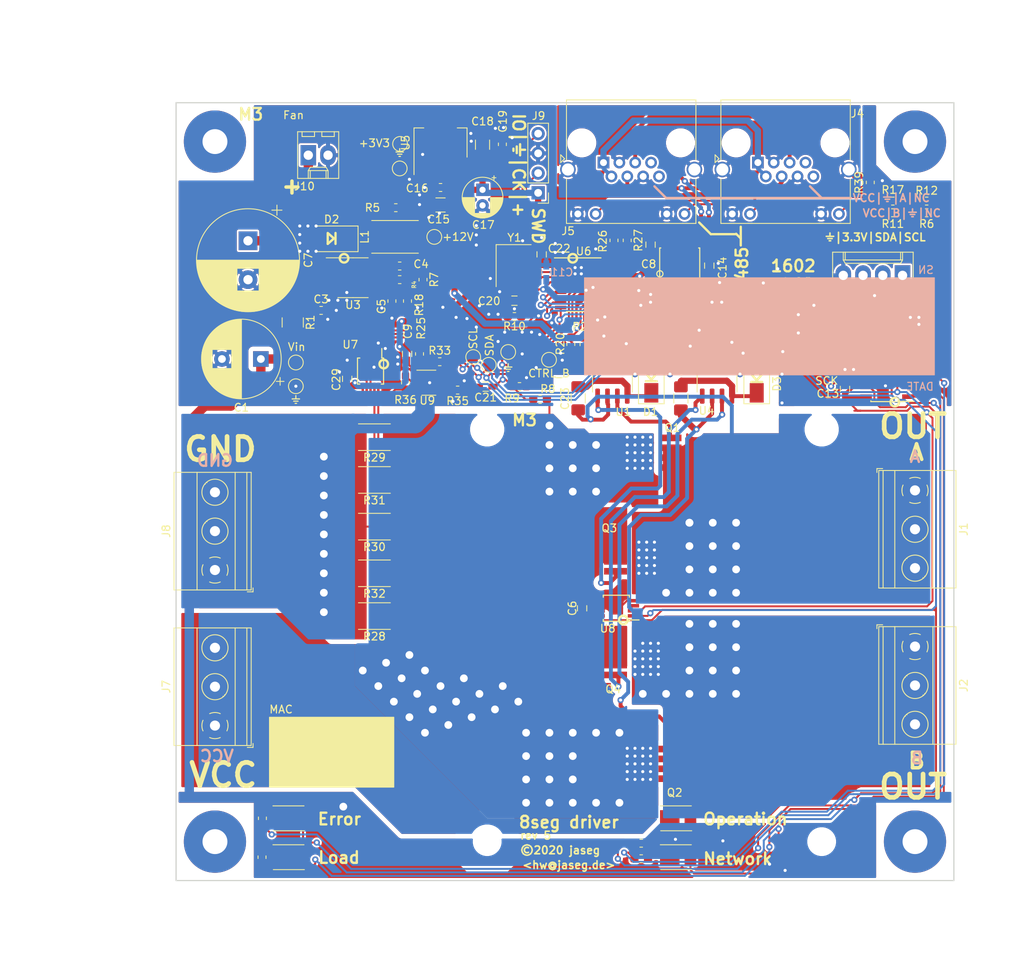
<source format=kicad_pcb>
(kicad_pcb (version 20171130) (host pcbnew "(5.1.5)-3")

  (general
    (thickness 1.6)
    (drawings 78)
    (tracks 1218)
    (zones 0)
    (modules 111)
    (nets 70)
  )

  (page A4)
  (layers
    (0 F.Cu signal)
    (31 B.Cu signal)
    (32 B.Adhes user)
    (33 F.Adhes user)
    (34 B.Paste user)
    (35 F.Paste user)
    (36 B.SilkS user hide)
    (37 F.SilkS user)
    (38 B.Mask user)
    (39 F.Mask user)
    (40 Dwgs.User user)
    (41 Cmts.User user)
    (42 Eco1.User user)
    (43 Eco2.User user)
    (44 Edge.Cuts user)
    (45 Margin user)
    (46 B.CrtYd user)
    (47 F.CrtYd user)
    (48 B.Fab user)
    (49 F.Fab user)
  )

  (setup
    (last_trace_width 0.25)
    (user_trace_width 0.15)
    (user_trace_width 0.25)
    (user_trace_width 0.5)
    (user_trace_width 0.8)
    (user_trace_width 1.2)
    (user_trace_width 1.8)
    (user_trace_width 2.5)
    (user_trace_width 3.2)
    (trace_clearance 0.2)
    (zone_clearance 0.6)
    (zone_45_only no)
    (trace_min 0.15)
    (via_size 0.8)
    (via_drill 0.4)
    (via_min_size 0.4)
    (via_min_drill 0.3)
    (user_via 2 1)
    (uvia_size 0.3)
    (uvia_drill 0.1)
    (uvias_allowed no)
    (uvia_min_size 0.2)
    (uvia_min_drill 0.1)
    (edge_width 0.05)
    (segment_width 0.2)
    (pcb_text_width 0.3)
    (pcb_text_size 1.5 1.5)
    (mod_edge_width 0.12)
    (mod_text_size 1 1)
    (mod_text_width 0.15)
    (pad_size 3.2 3.2)
    (pad_drill 3.2)
    (pad_to_mask_clearance 0.051)
    (solder_mask_min_width 0.25)
    (aux_axis_origin 0 0)
    (visible_elements 7FFFFFFF)
    (pcbplotparams
      (layerselection 0x011fc_ffffffff)
      (usegerberextensions false)
      (usegerberattributes false)
      (usegerberadvancedattributes false)
      (creategerberjobfile false)
      (excludeedgelayer true)
      (linewidth 0.100000)
      (plotframeref false)
      (viasonmask false)
      (mode 1)
      (useauxorigin false)
      (hpglpennumber 1)
      (hpglpenspeed 20)
      (hpglpendiameter 15.000000)
      (psnegative false)
      (psa4output false)
      (plotreference true)
      (plotvalue true)
      (plotinvisibletext false)
      (padsonsilk false)
      (subtractmaskfromsilk false)
      (outputformat 1)
      (mirror false)
      (drillshape 0)
      (scaleselection 1)
      (outputdirectory "gerber"))
  )

  (net 0 "")
  (net 1 GND)
  (net 2 /VBOOT_MON)
  (net 3 +3V3)
  (net 4 /VIN_MON)
  (net 5 "Net-(D1-Pad2)")
  (net 6 "Net-(U7-Pad3)")
  (net 7 "Net-(U8-Pad3)")
  (net 8 /OUT_A)
  (net 9 /OUT_B)
  (net 10 /VIN)
  (net 11 /GND_MEAS)
  (net 12 /DRV1)
  (net 13 /DRV2)
  (net 14 /DRV3)
  (net 15 /DRV4)
  (net 16 /CTRL_B)
  (net 17 /CTRL_A)
  (net 18 /SWCLK)
  (net 19 /SWDIO)
  (net 20 /TX)
  (net 21 /RX)
  (net 22 /RX485_A)
  (net 23 /RS485_B)
  (net 24 /BUS_VCC)
  (net 25 /SDA)
  (net 26 /SCL)
  (net 27 "Net-(R6-Pad1)")
  (net 28 "Net-(R12-Pad1)")
  (net 29 /DE)
  (net 30 /SCK)
  (net 31 /MOSI)
  (net 32 /CLED1)
  (net 33 /CLED2)
  (net 34 "Net-(J4-Pad8)")
  (net 35 "Net-(J4-Pad7)")
  (net 36 "Net-(J5-Pad7)")
  (net 37 "Net-(J5-Pad8)")
  (net 38 /CLED4)
  (net 39 /CLED3)
  (net 40 "Net-(U2-Pad9)")
  (net 41 "Net-(R11-Pad1)")
  (net 42 /SLED1)
  (net 43 /SLED2)
  (net 44 /SLED3)
  (net 45 /SLED4)
  (net 46 "Net-(R17-Pad1)")
  (net 47 "Net-(D4-Pad1)")
  (net 48 "Net-(D5-Pad1)")
  (net 49 "Net-(D6-Pad1)")
  (net 50 "Net-(D7-Pad1)")
  (net 51 /XT1)
  (net 52 /XT2)
  (net 53 /RST)
  (net 54 /VIsense)
  (net 55 /GND_RS485)
  (net 56 "Net-(R33-Pad2)")
  (net 57 "Net-(R36-Pad1)")
  (net 58 "Net-(C4-Pad2)")
  (net 59 "Net-(C4-Pad1)")
  (net 60 "Net-(C5-Pad1)")
  (net 61 +12V)
  (net 62 "Net-(D3-Pad2)")
  (net 63 /ILIM)
  (net 64 "Net-(R4-Pad2)")
  (net 65 "Net-(U3-Pad7)")
  (net 66 "Net-(U3-Pad6)")
  (net 67 /PAD)
  (net 68 /VB2)
  (net 69 /VB1)

  (net_class Default "This is the default net class."
    (clearance 0.2)
    (trace_width 0.25)
    (via_dia 0.8)
    (via_drill 0.4)
    (uvia_dia 0.3)
    (uvia_drill 0.1)
    (add_net +12V)
    (add_net +3V3)
    (add_net /BUS_VCC)
    (add_net /CLED1)
    (add_net /CLED2)
    (add_net /CLED3)
    (add_net /CLED4)
    (add_net /CTRL_A)
    (add_net /CTRL_B)
    (add_net /DE)
    (add_net /GND_MEAS)
    (add_net /GND_RS485)
    (add_net /ILIM)
    (add_net /MOSI)
    (add_net /PAD)
    (add_net /RS485_B)
    (add_net /RST)
    (add_net /RX)
    (add_net /RX485_A)
    (add_net /SCK)
    (add_net /SCL)
    (add_net /SDA)
    (add_net /SLED1)
    (add_net /SLED2)
    (add_net /SLED3)
    (add_net /SLED4)
    (add_net /SWCLK)
    (add_net /SWDIO)
    (add_net /TX)
    (add_net /VBOOT_MON)
    (add_net /VIN_MON)
    (add_net /VIsense)
    (add_net /XT1)
    (add_net /XT2)
    (add_net GND)
    (add_net "Net-(C4-Pad1)")
    (add_net "Net-(C4-Pad2)")
    (add_net "Net-(C5-Pad1)")
    (add_net "Net-(D1-Pad2)")
    (add_net "Net-(D3-Pad2)")
    (add_net "Net-(D4-Pad1)")
    (add_net "Net-(D5-Pad1)")
    (add_net "Net-(D6-Pad1)")
    (add_net "Net-(D7-Pad1)")
    (add_net "Net-(J4-Pad7)")
    (add_net "Net-(J4-Pad8)")
    (add_net "Net-(J5-Pad7)")
    (add_net "Net-(J5-Pad8)")
    (add_net "Net-(R11-Pad1)")
    (add_net "Net-(R12-Pad1)")
    (add_net "Net-(R17-Pad1)")
    (add_net "Net-(R33-Pad2)")
    (add_net "Net-(R36-Pad1)")
    (add_net "Net-(R4-Pad2)")
    (add_net "Net-(R6-Pad1)")
    (add_net "Net-(U2-Pad9)")
    (add_net "Net-(U3-Pad6)")
    (add_net "Net-(U3-Pad7)")
    (add_net "Net-(U7-Pad3)")
    (add_net "Net-(U8-Pad3)")
  )

  (net_class HV ""
    (clearance 0.6)
    (trace_width 0.25)
    (via_dia 0.8)
    (via_drill 0.4)
    (uvia_dia 0.3)
    (uvia_drill 0.1)
    (add_net /DRV1)
    (add_net /DRV2)
    (add_net /DRV3)
    (add_net /DRV4)
    (add_net /OUT_A)
    (add_net /OUT_B)
    (add_net /VB1)
    (add_net /VB2)
    (add_net /VIN)
  )

  (module Resistor_SMD:R_0603_1608Metric_Pad1.05x0.95mm_HandSolder (layer F.Cu) (tedit 5B301BBD) (tstamp 5E91457B)
    (at 144.65 85.65 180)
    (descr "Resistor SMD 0603 (1608 Metric), square (rectangular) end terminal, IPC_7351 nominal with elongated pad for handsoldering. (Body size source: http://www.tortai-tech.com/upload/download/2011102023233369053.pdf), generated with kicad-footprint-generator")
    (tags "resistor handsolder")
    (path /5EAB0084)
    (attr smd)
    (fp_text reference R19 (at 0 1.25) (layer F.SilkS)
      (effects (font (size 1 1) (thickness 0.15)))
    )
    (fp_text value 0R (at 0 1.43) (layer F.Fab)
      (effects (font (size 1 1) (thickness 0.15)))
    )
    (fp_line (start -0.8 0.4) (end -0.8 -0.4) (layer F.Fab) (width 0.1))
    (fp_line (start -0.8 -0.4) (end 0.8 -0.4) (layer F.Fab) (width 0.1))
    (fp_line (start 0.8 -0.4) (end 0.8 0.4) (layer F.Fab) (width 0.1))
    (fp_line (start 0.8 0.4) (end -0.8 0.4) (layer F.Fab) (width 0.1))
    (fp_line (start -0.171267 -0.51) (end 0.171267 -0.51) (layer F.SilkS) (width 0.12))
    (fp_line (start -0.171267 0.51) (end 0.171267 0.51) (layer F.SilkS) (width 0.12))
    (fp_line (start -1.65 0.73) (end -1.65 -0.73) (layer F.CrtYd) (width 0.05))
    (fp_line (start -1.65 -0.73) (end 1.65 -0.73) (layer F.CrtYd) (width 0.05))
    (fp_line (start 1.65 -0.73) (end 1.65 0.73) (layer F.CrtYd) (width 0.05))
    (fp_line (start 1.65 0.73) (end -1.65 0.73) (layer F.CrtYd) (width 0.05))
    (fp_text user %R (at 0 0) (layer F.Fab)
      (effects (font (size 0.4 0.4) (thickness 0.06)))
    )
    (pad 2 smd roundrect (at 0.875 0 180) (size 1.05 0.95) (layers F.Cu F.Paste F.Mask) (roundrect_rratio 0.25)
      (net 61 +12V))
    (pad 1 smd roundrect (at -0.875 0 180) (size 1.05 0.95) (layers F.Cu F.Paste F.Mask) (roundrect_rratio 0.25)
      (net 62 "Net-(D3-Pad2)"))
    (model ${KISYS3DMOD}/Resistor_SMD.3dshapes/R_0603_1608Metric.wrl
      (at (xyz 0 0 0))
      (scale (xyz 1 1 1))
      (rotate (xyz 0 0 0))
    )
  )

  (module Package_SO:SOIC-8_3.9x4.9mm_P1.27mm (layer F.Cu) (tedit 5D9F72B1) (tstamp 5E8D1C28)
    (at 92.75 77.5)
    (descr "SOIC, 8 Pin (JEDEC MS-012AA, https://www.analog.com/media/en/package-pcb-resources/package/pkg_pdf/soic_narrow-r/r_8.pdf), generated with kicad-footprint-generator ipc_gullwing_generator.py")
    (tags "SOIC SO")
    (path /5EDD5D38)
    (attr smd)
    (fp_text reference U3 (at 0 3.5) (layer F.SilkS)
      (effects (font (size 1 1) (thickness 0.15)))
    )
    (fp_text value TX4138 (at 0 3.4) (layer F.Fab)
      (effects (font (size 1 1) (thickness 0.15)))
    )
    (fp_text user %R (at 0 0) (layer F.Fab)
      (effects (font (size 0.98 0.98) (thickness 0.15)))
    )
    (fp_line (start 3.7 -2.7) (end -3.7 -2.7) (layer F.CrtYd) (width 0.05))
    (fp_line (start 3.7 2.7) (end 3.7 -2.7) (layer F.CrtYd) (width 0.05))
    (fp_line (start -3.7 2.7) (end 3.7 2.7) (layer F.CrtYd) (width 0.05))
    (fp_line (start -3.7 -2.7) (end -3.7 2.7) (layer F.CrtYd) (width 0.05))
    (fp_line (start -1.95 -1.475) (end -0.975 -2.45) (layer F.Fab) (width 0.1))
    (fp_line (start -1.95 2.45) (end -1.95 -1.475) (layer F.Fab) (width 0.1))
    (fp_line (start 1.95 2.45) (end -1.95 2.45) (layer F.Fab) (width 0.1))
    (fp_line (start 1.95 -2.45) (end 1.95 2.45) (layer F.Fab) (width 0.1))
    (fp_line (start -0.975 -2.45) (end 1.95 -2.45) (layer F.Fab) (width 0.1))
    (fp_line (start 0 -2.56) (end -3.45 -2.56) (layer F.SilkS) (width 0.12))
    (fp_line (start 0 -2.56) (end 1.95 -2.56) (layer F.SilkS) (width 0.12))
    (fp_line (start 0 2.56) (end -1.95 2.56) (layer F.SilkS) (width 0.12))
    (fp_line (start 0 2.56) (end 1.95 2.56) (layer F.SilkS) (width 0.12))
    (pad 8 smd roundrect (at 2.475 -1.905) (size 1.95 0.6) (layers F.Cu F.Paste F.Mask) (roundrect_rratio 0.25)
      (net 64 "Net-(R4-Pad2)"))
    (pad 7 smd roundrect (at 2.475 -0.635) (size 1.95 0.6) (layers F.Cu F.Paste F.Mask) (roundrect_rratio 0.25)
      (net 65 "Net-(U3-Pad7)"))
    (pad 6 smd roundrect (at 2.475 0.635) (size 1.95 0.6) (layers F.Cu F.Paste F.Mask) (roundrect_rratio 0.25)
      (net 66 "Net-(U3-Pad6)"))
    (pad 5 smd roundrect (at 2.475 1.905) (size 1.95 0.6) (layers F.Cu F.Paste F.Mask) (roundrect_rratio 0.25)
      (net 60 "Net-(C5-Pad1)"))
    (pad 4 smd roundrect (at -2.475 1.905) (size 1.95 0.6) (layers F.Cu F.Paste F.Mask) (roundrect_rratio 0.25)
      (net 1 GND))
    (pad 3 smd roundrect (at -2.475 0.635) (size 1.95 0.6) (layers F.Cu F.Paste F.Mask) (roundrect_rratio 0.25)
      (net 10 /VIN))
    (pad 2 smd roundrect (at -2.475 -0.635) (size 1.95 0.6) (layers F.Cu F.Paste F.Mask) (roundrect_rratio 0.25)
      (net 63 /ILIM))
    (pad 1 smd roundrect (at -2.475 -1.905) (size 1.95 0.6) (layers F.Cu F.Paste F.Mask) (roundrect_rratio 0.25)
      (net 58 "Net-(C4-Pad2)"))
    (model ${KISYS3DMOD}/Package_SO.3dshapes/SOIC-8_3.9x4.9mm_P1.27mm.wrl
      (at (xyz 0 0 0))
      (scale (xyz 1 1 1))
      (rotate (xyz 0 0 0))
    )
  )

  (module Capacitor_SMD:C_1206_3216Metric_Pad1.42x1.75mm_HandSolder (layer F.Cu) (tedit 5B301BBE) (tstamp 5E8D1133)
    (at 104 68.15 180)
    (descr "Capacitor SMD 1206 (3216 Metric), square (rectangular) end terminal, IPC_7351 nominal with elongated pad for handsoldering. (Body size source: http://www.tortai-tech.com/upload/download/2011102023233369053.pdf), generated with kicad-footprint-generator")
    (tags "capacitor handsolder")
    (path /5EDD5DF5)
    (attr smd)
    (fp_text reference C15 (at 0.25 -1.85) (layer F.SilkS)
      (effects (font (size 1 1) (thickness 0.15)))
    )
    (fp_text value 10u/16V (at 0 1.82) (layer F.Fab)
      (effects (font (size 1 1) (thickness 0.15)))
    )
    (fp_line (start -1.6 0.8) (end -1.6 -0.8) (layer F.Fab) (width 0.1))
    (fp_line (start -1.6 -0.8) (end 1.6 -0.8) (layer F.Fab) (width 0.1))
    (fp_line (start 1.6 -0.8) (end 1.6 0.8) (layer F.Fab) (width 0.1))
    (fp_line (start 1.6 0.8) (end -1.6 0.8) (layer F.Fab) (width 0.1))
    (fp_line (start -0.602064 -0.91) (end 0.602064 -0.91) (layer F.SilkS) (width 0.12))
    (fp_line (start -0.602064 0.91) (end 0.602064 0.91) (layer F.SilkS) (width 0.12))
    (fp_line (start -2.45 1.12) (end -2.45 -1.12) (layer F.CrtYd) (width 0.05))
    (fp_line (start -2.45 -1.12) (end 2.45 -1.12) (layer F.CrtYd) (width 0.05))
    (fp_line (start 2.45 -1.12) (end 2.45 1.12) (layer F.CrtYd) (width 0.05))
    (fp_line (start 2.45 1.12) (end -2.45 1.12) (layer F.CrtYd) (width 0.05))
    (fp_text user %R (at 0 0) (layer F.Fab)
      (effects (font (size 0.8 0.8) (thickness 0.12)))
    )
    (pad 2 smd roundrect (at 1.4875 0 180) (size 1.425 1.75) (layers F.Cu F.Paste F.Mask) (roundrect_rratio 0.175439)
      (net 1 GND))
    (pad 1 smd roundrect (at -1.4875 0 180) (size 1.425 1.75) (layers F.Cu F.Paste F.Mask) (roundrect_rratio 0.175439)
      (net 61 +12V))
    (model ${KISYS3DMOD}/Capacitor_SMD.3dshapes/C_1206_3216Metric.wrl
      (at (xyz 0 0 0))
      (scale (xyz 1 1 1))
      (rotate (xyz 0 0 0))
    )
  )

  (module Capacitors_SMD:C_0603_HandSoldering (layer F.Cu) (tedit 58AA848B) (tstamp 5C898D3C)
    (at 92 90.5 90)
    (descr "Capacitor SMD 0603, hand soldering")
    (tags "capacitor 0603")
    (path /5C5F270F)
    (attr smd)
    (fp_text reference C29 (at -0.1 -1.4 90) (layer F.SilkS)
      (effects (font (size 1 1) (thickness 0.15)))
    )
    (fp_text value 100n (at 0 1.5 90) (layer F.Fab)
      (effects (font (size 1 1) (thickness 0.15)))
    )
    (fp_text user %R (at 0 -1.25 90) (layer F.Fab)
      (effects (font (size 1 1) (thickness 0.15)))
    )
    (fp_line (start -0.8 0.4) (end -0.8 -0.4) (layer F.Fab) (width 0.1))
    (fp_line (start 0.8 0.4) (end -0.8 0.4) (layer F.Fab) (width 0.1))
    (fp_line (start 0.8 -0.4) (end 0.8 0.4) (layer F.Fab) (width 0.1))
    (fp_line (start -0.8 -0.4) (end 0.8 -0.4) (layer F.Fab) (width 0.1))
    (fp_line (start -0.35 -0.6) (end 0.35 -0.6) (layer F.SilkS) (width 0.12))
    (fp_line (start 0.35 0.6) (end -0.35 0.6) (layer F.SilkS) (width 0.12))
    (fp_line (start -1.8 -0.65) (end 1.8 -0.65) (layer F.CrtYd) (width 0.05))
    (fp_line (start -1.8 -0.65) (end -1.8 0.65) (layer F.CrtYd) (width 0.05))
    (fp_line (start 1.8 0.65) (end 1.8 -0.65) (layer F.CrtYd) (width 0.05))
    (fp_line (start 1.8 0.65) (end -1.8 0.65) (layer F.CrtYd) (width 0.05))
    (pad 2 smd rect (at 0.95 0 90) (size 1.2 0.75) (layers F.Cu F.Paste F.Mask)
      (net 1 GND))
    (pad 1 smd rect (at -0.95 0 90) (size 1.2 0.75) (layers F.Cu F.Paste F.Mask)
      (net 3 +3V3))
    (model Capacitors_SMD.3dshapes/C_0603.wrl
      (at (xyz 0 0 0))
      (scale (xyz 1 1 1))
      (rotate (xyz 0 0 0))
    )
  )

  (module Capacitor_SMD:C_0603_1608Metric_Pad1.05x0.95mm_HandSolder (layer F.Cu) (tedit 5B301BBE) (tstamp 5E90B0A9)
    (at 111.95 60.35 90)
    (descr "Capacitor SMD 0603 (1608 Metric), square (rectangular) end terminal, IPC_7351 nominal with elongated pad for handsoldering. (Body size source: http://www.tortai-tech.com/upload/download/2011102023233369053.pdf), generated with kicad-footprint-generator")
    (tags "capacitor handsolder")
    (path /5EDD5DE3)
    (attr smd)
    (fp_text reference C19 (at 2.95 0.05 90) (layer F.SilkS)
      (effects (font (size 1 1) (thickness 0.15)))
    )
    (fp_text value 100n (at 0 1.43 90) (layer F.Fab)
      (effects (font (size 1 1) (thickness 0.15)))
    )
    (fp_text user %R (at 0 0 90) (layer F.Fab)
      (effects (font (size 0.4 0.4) (thickness 0.06)))
    )
    (fp_line (start 1.65 0.73) (end -1.65 0.73) (layer F.CrtYd) (width 0.05))
    (fp_line (start 1.65 -0.73) (end 1.65 0.73) (layer F.CrtYd) (width 0.05))
    (fp_line (start -1.65 -0.73) (end 1.65 -0.73) (layer F.CrtYd) (width 0.05))
    (fp_line (start -1.65 0.73) (end -1.65 -0.73) (layer F.CrtYd) (width 0.05))
    (fp_line (start -0.171267 0.51) (end 0.171267 0.51) (layer F.SilkS) (width 0.12))
    (fp_line (start -0.171267 -0.51) (end 0.171267 -0.51) (layer F.SilkS) (width 0.12))
    (fp_line (start 0.8 0.4) (end -0.8 0.4) (layer F.Fab) (width 0.1))
    (fp_line (start 0.8 -0.4) (end 0.8 0.4) (layer F.Fab) (width 0.1))
    (fp_line (start -0.8 -0.4) (end 0.8 -0.4) (layer F.Fab) (width 0.1))
    (fp_line (start -0.8 0.4) (end -0.8 -0.4) (layer F.Fab) (width 0.1))
    (pad 2 smd roundrect (at 0.875 0 90) (size 1.05 0.95) (layers F.Cu F.Paste F.Mask) (roundrect_rratio 0.25)
      (net 1 GND))
    (pad 1 smd roundrect (at -0.875 0 90) (size 1.05 0.95) (layers F.Cu F.Paste F.Mask) (roundrect_rratio 0.25)
      (net 3 +3V3))
    (model ${KISYS3DMOD}/Capacitor_SMD.3dshapes/C_0603_1608Metric.wrl
      (at (xyz 0 0 0))
      (scale (xyz 1 1 1))
      (rotate (xyz 0 0 0))
    )
  )

  (module Capacitor_SMD:C_0603_1608Metric_Pad1.05x0.95mm_HandSolder (layer F.Cu) (tedit 5B301BBE) (tstamp 5E90AF74)
    (at 104 65.9 180)
    (descr "Capacitor SMD 0603 (1608 Metric), square (rectangular) end terminal, IPC_7351 nominal with elongated pad for handsoldering. (Body size source: http://www.tortai-tech.com/upload/download/2011102023233369053.pdf), generated with kicad-footprint-generator")
    (tags "capacitor handsolder")
    (path /5EDD5DEF)
    (attr smd)
    (fp_text reference C16 (at 3 -0.1) (layer F.SilkS)
      (effects (font (size 1 1) (thickness 0.15)))
    )
    (fp_text value 100n (at 0 1.43) (layer F.Fab)
      (effects (font (size 1 1) (thickness 0.15)))
    )
    (fp_text user %R (at 0 0) (layer F.Fab)
      (effects (font (size 0.4 0.4) (thickness 0.06)))
    )
    (fp_line (start 1.65 0.73) (end -1.65 0.73) (layer F.CrtYd) (width 0.05))
    (fp_line (start 1.65 -0.73) (end 1.65 0.73) (layer F.CrtYd) (width 0.05))
    (fp_line (start -1.65 -0.73) (end 1.65 -0.73) (layer F.CrtYd) (width 0.05))
    (fp_line (start -1.65 0.73) (end -1.65 -0.73) (layer F.CrtYd) (width 0.05))
    (fp_line (start -0.171267 0.51) (end 0.171267 0.51) (layer F.SilkS) (width 0.12))
    (fp_line (start -0.171267 -0.51) (end 0.171267 -0.51) (layer F.SilkS) (width 0.12))
    (fp_line (start 0.8 0.4) (end -0.8 0.4) (layer F.Fab) (width 0.1))
    (fp_line (start 0.8 -0.4) (end 0.8 0.4) (layer F.Fab) (width 0.1))
    (fp_line (start -0.8 -0.4) (end 0.8 -0.4) (layer F.Fab) (width 0.1))
    (fp_line (start -0.8 0.4) (end -0.8 -0.4) (layer F.Fab) (width 0.1))
    (pad 2 smd roundrect (at 0.875 0 180) (size 1.05 0.95) (layers F.Cu F.Paste F.Mask) (roundrect_rratio 0.25)
      (net 1 GND))
    (pad 1 smd roundrect (at -0.875 0 180) (size 1.05 0.95) (layers F.Cu F.Paste F.Mask) (roundrect_rratio 0.25)
      (net 61 +12V))
    (model ${KISYS3DMOD}/Capacitor_SMD.3dshapes/C_0603_1608Metric.wrl
      (at (xyz 0 0 0))
      (scale (xyz 1 1 1))
      (rotate (xyz 0 0 0))
    )
  )

  (module Capacitor_SMD:C_0603_1608Metric_Pad1.05x0.95mm_HandSolder (layer F.Cu) (tedit 5B301BBE) (tstamp 5E916B85)
    (at 127.25 85 180)
    (descr "Capacitor SMD 0603 (1608 Metric), square (rectangular) end terminal, IPC_7351 nominal with elongated pad for handsoldering. (Body size source: http://www.tortai-tech.com/upload/download/2011102023233369053.pdf), generated with kicad-footprint-generator")
    (tags "capacitor handsolder")
    (path /5EC07EAB)
    (attr smd)
    (fp_text reference C2 (at 0.05 1.35) (layer F.SilkS)
      (effects (font (size 1 1) (thickness 0.15)))
    )
    (fp_text value 1u (at 0 1.43) (layer F.Fab)
      (effects (font (size 1 1) (thickness 0.15)))
    )
    (fp_text user %R (at 0 0) (layer F.Fab)
      (effects (font (size 0.4 0.4) (thickness 0.06)))
    )
    (fp_line (start 1.65 0.73) (end -1.65 0.73) (layer F.CrtYd) (width 0.05))
    (fp_line (start 1.65 -0.73) (end 1.65 0.73) (layer F.CrtYd) (width 0.05))
    (fp_line (start -1.65 -0.73) (end 1.65 -0.73) (layer F.CrtYd) (width 0.05))
    (fp_line (start -1.65 0.73) (end -1.65 -0.73) (layer F.CrtYd) (width 0.05))
    (fp_line (start -0.171267 0.51) (end 0.171267 0.51) (layer F.SilkS) (width 0.12))
    (fp_line (start -0.171267 -0.51) (end 0.171267 -0.51) (layer F.SilkS) (width 0.12))
    (fp_line (start 0.8 0.4) (end -0.8 0.4) (layer F.Fab) (width 0.1))
    (fp_line (start 0.8 -0.4) (end 0.8 0.4) (layer F.Fab) (width 0.1))
    (fp_line (start -0.8 -0.4) (end 0.8 -0.4) (layer F.Fab) (width 0.1))
    (fp_line (start -0.8 0.4) (end -0.8 -0.4) (layer F.Fab) (width 0.1))
    (pad 2 smd roundrect (at 0.875 0 180) (size 1.05 0.95) (layers F.Cu F.Paste F.Mask) (roundrect_rratio 0.25)
      (net 1 GND))
    (pad 1 smd roundrect (at -0.875 0 180) (size 1.05 0.95) (layers F.Cu F.Paste F.Mask) (roundrect_rratio 0.25)
      (net 61 +12V))
    (model ${KISYS3DMOD}/Capacitor_SMD.3dshapes/C_0603_1608Metric.wrl
      (at (xyz 0 0 0))
      (scale (xyz 1 1 1))
      (rotate (xyz 0 0 0))
    )
  )

  (module Capacitor_THT:CP_Radial_D13.0mm_P5.00mm (layer F.Cu) (tedit 5AE50EF1) (tstamp 5E8D1051)
    (at 79.25 72.75 270)
    (descr "CP, Radial series, Radial, pin pitch=5.00mm, , diameter=13mm, Electrolytic Capacitor")
    (tags "CP Radial series Radial pin pitch 5.00mm  diameter 13mm Electrolytic Capacitor")
    (path /5EDD5D4E)
    (fp_text reference C7 (at 2.5 -7.75 90) (layer F.SilkS)
      (effects (font (size 1 1) (thickness 0.15)))
    )
    (fp_text value 2200uF/25V/2A (at 2.5 7.75 90) (layer F.Fab)
      (effects (font (size 1 1) (thickness 0.15)))
    )
    (fp_circle (center 2.5 0) (end 9 0) (layer F.Fab) (width 0.1))
    (fp_circle (center 2.5 0) (end 9.12 0) (layer F.SilkS) (width 0.12))
    (fp_circle (center 2.5 0) (end 9.25 0) (layer F.CrtYd) (width 0.05))
    (fp_line (start -3.082015 -2.8475) (end -1.782015 -2.8475) (layer F.Fab) (width 0.1))
    (fp_line (start -2.432015 -3.4975) (end -2.432015 -2.1975) (layer F.Fab) (width 0.1))
    (fp_line (start 2.5 -6.58) (end 2.5 6.58) (layer F.SilkS) (width 0.12))
    (fp_line (start 2.54 -6.58) (end 2.54 6.58) (layer F.SilkS) (width 0.12))
    (fp_line (start 2.58 -6.58) (end 2.58 6.58) (layer F.SilkS) (width 0.12))
    (fp_line (start 2.62 -6.579) (end 2.62 6.579) (layer F.SilkS) (width 0.12))
    (fp_line (start 2.66 -6.579) (end 2.66 6.579) (layer F.SilkS) (width 0.12))
    (fp_line (start 2.7 -6.577) (end 2.7 6.577) (layer F.SilkS) (width 0.12))
    (fp_line (start 2.74 -6.576) (end 2.74 6.576) (layer F.SilkS) (width 0.12))
    (fp_line (start 2.78 -6.575) (end 2.78 6.575) (layer F.SilkS) (width 0.12))
    (fp_line (start 2.82 -6.573) (end 2.82 6.573) (layer F.SilkS) (width 0.12))
    (fp_line (start 2.86 -6.571) (end 2.86 6.571) (layer F.SilkS) (width 0.12))
    (fp_line (start 2.9 -6.568) (end 2.9 6.568) (layer F.SilkS) (width 0.12))
    (fp_line (start 2.94 -6.566) (end 2.94 6.566) (layer F.SilkS) (width 0.12))
    (fp_line (start 2.98 -6.563) (end 2.98 6.563) (layer F.SilkS) (width 0.12))
    (fp_line (start 3.02 -6.56) (end 3.02 6.56) (layer F.SilkS) (width 0.12))
    (fp_line (start 3.06 -6.557) (end 3.06 6.557) (layer F.SilkS) (width 0.12))
    (fp_line (start 3.1 -6.553) (end 3.1 6.553) (layer F.SilkS) (width 0.12))
    (fp_line (start 3.14 -6.549) (end 3.14 6.549) (layer F.SilkS) (width 0.12))
    (fp_line (start 3.18 -6.545) (end 3.18 6.545) (layer F.SilkS) (width 0.12))
    (fp_line (start 3.221 -6.541) (end 3.221 6.541) (layer F.SilkS) (width 0.12))
    (fp_line (start 3.261 -6.537) (end 3.261 6.537) (layer F.SilkS) (width 0.12))
    (fp_line (start 3.301 -6.532) (end 3.301 6.532) (layer F.SilkS) (width 0.12))
    (fp_line (start 3.341 -6.527) (end 3.341 6.527) (layer F.SilkS) (width 0.12))
    (fp_line (start 3.381 -6.522) (end 3.381 6.522) (layer F.SilkS) (width 0.12))
    (fp_line (start 3.421 -6.516) (end 3.421 6.516) (layer F.SilkS) (width 0.12))
    (fp_line (start 3.461 -6.511) (end 3.461 6.511) (layer F.SilkS) (width 0.12))
    (fp_line (start 3.501 -6.505) (end 3.501 6.505) (layer F.SilkS) (width 0.12))
    (fp_line (start 3.541 -6.498) (end 3.541 6.498) (layer F.SilkS) (width 0.12))
    (fp_line (start 3.581 -6.492) (end 3.581 -1.44) (layer F.SilkS) (width 0.12))
    (fp_line (start 3.581 1.44) (end 3.581 6.492) (layer F.SilkS) (width 0.12))
    (fp_line (start 3.621 -6.485) (end 3.621 -1.44) (layer F.SilkS) (width 0.12))
    (fp_line (start 3.621 1.44) (end 3.621 6.485) (layer F.SilkS) (width 0.12))
    (fp_line (start 3.661 -6.478) (end 3.661 -1.44) (layer F.SilkS) (width 0.12))
    (fp_line (start 3.661 1.44) (end 3.661 6.478) (layer F.SilkS) (width 0.12))
    (fp_line (start 3.701 -6.471) (end 3.701 -1.44) (layer F.SilkS) (width 0.12))
    (fp_line (start 3.701 1.44) (end 3.701 6.471) (layer F.SilkS) (width 0.12))
    (fp_line (start 3.741 -6.463) (end 3.741 -1.44) (layer F.SilkS) (width 0.12))
    (fp_line (start 3.741 1.44) (end 3.741 6.463) (layer F.SilkS) (width 0.12))
    (fp_line (start 3.781 -6.456) (end 3.781 -1.44) (layer F.SilkS) (width 0.12))
    (fp_line (start 3.781 1.44) (end 3.781 6.456) (layer F.SilkS) (width 0.12))
    (fp_line (start 3.821 -6.448) (end 3.821 -1.44) (layer F.SilkS) (width 0.12))
    (fp_line (start 3.821 1.44) (end 3.821 6.448) (layer F.SilkS) (width 0.12))
    (fp_line (start 3.861 -6.439) (end 3.861 -1.44) (layer F.SilkS) (width 0.12))
    (fp_line (start 3.861 1.44) (end 3.861 6.439) (layer F.SilkS) (width 0.12))
    (fp_line (start 3.901 -6.431) (end 3.901 -1.44) (layer F.SilkS) (width 0.12))
    (fp_line (start 3.901 1.44) (end 3.901 6.431) (layer F.SilkS) (width 0.12))
    (fp_line (start 3.941 -6.422) (end 3.941 -1.44) (layer F.SilkS) (width 0.12))
    (fp_line (start 3.941 1.44) (end 3.941 6.422) (layer F.SilkS) (width 0.12))
    (fp_line (start 3.981 -6.413) (end 3.981 -1.44) (layer F.SilkS) (width 0.12))
    (fp_line (start 3.981 1.44) (end 3.981 6.413) (layer F.SilkS) (width 0.12))
    (fp_line (start 4.021 -6.404) (end 4.021 -1.44) (layer F.SilkS) (width 0.12))
    (fp_line (start 4.021 1.44) (end 4.021 6.404) (layer F.SilkS) (width 0.12))
    (fp_line (start 4.061 -6.394) (end 4.061 -1.44) (layer F.SilkS) (width 0.12))
    (fp_line (start 4.061 1.44) (end 4.061 6.394) (layer F.SilkS) (width 0.12))
    (fp_line (start 4.101 -6.384) (end 4.101 -1.44) (layer F.SilkS) (width 0.12))
    (fp_line (start 4.101 1.44) (end 4.101 6.384) (layer F.SilkS) (width 0.12))
    (fp_line (start 4.141 -6.374) (end 4.141 -1.44) (layer F.SilkS) (width 0.12))
    (fp_line (start 4.141 1.44) (end 4.141 6.374) (layer F.SilkS) (width 0.12))
    (fp_line (start 4.181 -6.364) (end 4.181 -1.44) (layer F.SilkS) (width 0.12))
    (fp_line (start 4.181 1.44) (end 4.181 6.364) (layer F.SilkS) (width 0.12))
    (fp_line (start 4.221 -6.353) (end 4.221 -1.44) (layer F.SilkS) (width 0.12))
    (fp_line (start 4.221 1.44) (end 4.221 6.353) (layer F.SilkS) (width 0.12))
    (fp_line (start 4.261 -6.342) (end 4.261 -1.44) (layer F.SilkS) (width 0.12))
    (fp_line (start 4.261 1.44) (end 4.261 6.342) (layer F.SilkS) (width 0.12))
    (fp_line (start 4.301 -6.331) (end 4.301 -1.44) (layer F.SilkS) (width 0.12))
    (fp_line (start 4.301 1.44) (end 4.301 6.331) (layer F.SilkS) (width 0.12))
    (fp_line (start 4.341 -6.32) (end 4.341 -1.44) (layer F.SilkS) (width 0.12))
    (fp_line (start 4.341 1.44) (end 4.341 6.32) (layer F.SilkS) (width 0.12))
    (fp_line (start 4.381 -6.308) (end 4.381 -1.44) (layer F.SilkS) (width 0.12))
    (fp_line (start 4.381 1.44) (end 4.381 6.308) (layer F.SilkS) (width 0.12))
    (fp_line (start 4.421 -6.296) (end 4.421 -1.44) (layer F.SilkS) (width 0.12))
    (fp_line (start 4.421 1.44) (end 4.421 6.296) (layer F.SilkS) (width 0.12))
    (fp_line (start 4.461 -6.284) (end 4.461 -1.44) (layer F.SilkS) (width 0.12))
    (fp_line (start 4.461 1.44) (end 4.461 6.284) (layer F.SilkS) (width 0.12))
    (fp_line (start 4.501 -6.271) (end 4.501 -1.44) (layer F.SilkS) (width 0.12))
    (fp_line (start 4.501 1.44) (end 4.501 6.271) (layer F.SilkS) (width 0.12))
    (fp_line (start 4.541 -6.258) (end 4.541 -1.44) (layer F.SilkS) (width 0.12))
    (fp_line (start 4.541 1.44) (end 4.541 6.258) (layer F.SilkS) (width 0.12))
    (fp_line (start 4.581 -6.245) (end 4.581 -1.44) (layer F.SilkS) (width 0.12))
    (fp_line (start 4.581 1.44) (end 4.581 6.245) (layer F.SilkS) (width 0.12))
    (fp_line (start 4.621 -6.232) (end 4.621 -1.44) (layer F.SilkS) (width 0.12))
    (fp_line (start 4.621 1.44) (end 4.621 6.232) (layer F.SilkS) (width 0.12))
    (fp_line (start 4.661 -6.218) (end 4.661 -1.44) (layer F.SilkS) (width 0.12))
    (fp_line (start 4.661 1.44) (end 4.661 6.218) (layer F.SilkS) (width 0.12))
    (fp_line (start 4.701 -6.204) (end 4.701 -1.44) (layer F.SilkS) (width 0.12))
    (fp_line (start 4.701 1.44) (end 4.701 6.204) (layer F.SilkS) (width 0.12))
    (fp_line (start 4.741 -6.19) (end 4.741 -1.44) (layer F.SilkS) (width 0.12))
    (fp_line (start 4.741 1.44) (end 4.741 6.19) (layer F.SilkS) (width 0.12))
    (fp_line (start 4.781 -6.175) (end 4.781 -1.44) (layer F.SilkS) (width 0.12))
    (fp_line (start 4.781 1.44) (end 4.781 6.175) (layer F.SilkS) (width 0.12))
    (fp_line (start 4.821 -6.161) (end 4.821 -1.44) (layer F.SilkS) (width 0.12))
    (fp_line (start 4.821 1.44) (end 4.821 6.161) (layer F.SilkS) (width 0.12))
    (fp_line (start 4.861 -6.146) (end 4.861 -1.44) (layer F.SilkS) (width 0.12))
    (fp_line (start 4.861 1.44) (end 4.861 6.146) (layer F.SilkS) (width 0.12))
    (fp_line (start 4.901 -6.13) (end 4.901 -1.44) (layer F.SilkS) (width 0.12))
    (fp_line (start 4.901 1.44) (end 4.901 6.13) (layer F.SilkS) (width 0.12))
    (fp_line (start 4.941 -6.114) (end 4.941 -1.44) (layer F.SilkS) (width 0.12))
    (fp_line (start 4.941 1.44) (end 4.941 6.114) (layer F.SilkS) (width 0.12))
    (fp_line (start 4.981 -6.098) (end 4.981 -1.44) (layer F.SilkS) (width 0.12))
    (fp_line (start 4.981 1.44) (end 4.981 6.098) (layer F.SilkS) (width 0.12))
    (fp_line (start 5.021 -6.082) (end 5.021 -1.44) (layer F.SilkS) (width 0.12))
    (fp_line (start 5.021 1.44) (end 5.021 6.082) (layer F.SilkS) (width 0.12))
    (fp_line (start 5.061 -6.065) (end 5.061 -1.44) (layer F.SilkS) (width 0.12))
    (fp_line (start 5.061 1.44) (end 5.061 6.065) (layer F.SilkS) (width 0.12))
    (fp_line (start 5.101 -6.049) (end 5.101 -1.44) (layer F.SilkS) (width 0.12))
    (fp_line (start 5.101 1.44) (end 5.101 6.049) (layer F.SilkS) (width 0.12))
    (fp_line (start 5.141 -6.031) (end 5.141 -1.44) (layer F.SilkS) (width 0.12))
    (fp_line (start 5.141 1.44) (end 5.141 6.031) (layer F.SilkS) (width 0.12))
    (fp_line (start 5.181 -6.014) (end 5.181 -1.44) (layer F.SilkS) (width 0.12))
    (fp_line (start 5.181 1.44) (end 5.181 6.014) (layer F.SilkS) (width 0.12))
    (fp_line (start 5.221 -5.996) (end 5.221 -1.44) (layer F.SilkS) (width 0.12))
    (fp_line (start 5.221 1.44) (end 5.221 5.996) (layer F.SilkS) (width 0.12))
    (fp_line (start 5.261 -5.978) (end 5.261 -1.44) (layer F.SilkS) (width 0.12))
    (fp_line (start 5.261 1.44) (end 5.261 5.978) (layer F.SilkS) (width 0.12))
    (fp_line (start 5.301 -5.959) (end 5.301 -1.44) (layer F.SilkS) (width 0.12))
    (fp_line (start 5.301 1.44) (end 5.301 5.959) (layer F.SilkS) (width 0.12))
    (fp_line (start 5.341 -5.94) (end 5.341 -1.44) (layer F.SilkS) (width 0.12))
    (fp_line (start 5.341 1.44) (end 5.341 5.94) (layer F.SilkS) (width 0.12))
    (fp_line (start 5.381 -5.921) (end 5.381 -1.44) (layer F.SilkS) (width 0.12))
    (fp_line (start 5.381 1.44) (end 5.381 5.921) (layer F.SilkS) (width 0.12))
    (fp_line (start 5.421 -5.902) (end 5.421 -1.44) (layer F.SilkS) (width 0.12))
    (fp_line (start 5.421 1.44) (end 5.421 5.902) (layer F.SilkS) (width 0.12))
    (fp_line (start 5.461 -5.882) (end 5.461 -1.44) (layer F.SilkS) (width 0.12))
    (fp_line (start 5.461 1.44) (end 5.461 5.882) (layer F.SilkS) (width 0.12))
    (fp_line (start 5.501 -5.862) (end 5.501 -1.44) (layer F.SilkS) (width 0.12))
    (fp_line (start 5.501 1.44) (end 5.501 5.862) (layer F.SilkS) (width 0.12))
    (fp_line (start 5.541 -5.841) (end 5.541 -1.44) (layer F.SilkS) (width 0.12))
    (fp_line (start 5.541 1.44) (end 5.541 5.841) (layer F.SilkS) (width 0.12))
    (fp_line (start 5.581 -5.82) (end 5.581 -1.44) (layer F.SilkS) (width 0.12))
    (fp_line (start 5.581 1.44) (end 5.581 5.82) (layer F.SilkS) (width 0.12))
    (fp_line (start 5.621 -5.799) (end 5.621 -1.44) (layer F.SilkS) (width 0.12))
    (fp_line (start 5.621 1.44) (end 5.621 5.799) (layer F.SilkS) (width 0.12))
    (fp_line (start 5.661 -5.778) (end 5.661 -1.44) (layer F.SilkS) (width 0.12))
    (fp_line (start 5.661 1.44) (end 5.661 5.778) (layer F.SilkS) (width 0.12))
    (fp_line (start 5.701 -5.756) (end 5.701 -1.44) (layer F.SilkS) (width 0.12))
    (fp_line (start 5.701 1.44) (end 5.701 5.756) (layer F.SilkS) (width 0.12))
    (fp_line (start 5.741 -5.733) (end 5.741 -1.44) (layer F.SilkS) (width 0.12))
    (fp_line (start 5.741 1.44) (end 5.741 5.733) (layer F.SilkS) (width 0.12))
    (fp_line (start 5.781 -5.711) (end 5.781 -1.44) (layer F.SilkS) (width 0.12))
    (fp_line (start 5.781 1.44) (end 5.781 5.711) (layer F.SilkS) (width 0.12))
    (fp_line (start 5.821 -5.688) (end 5.821 -1.44) (layer F.SilkS) (width 0.12))
    (fp_line (start 5.821 1.44) (end 5.821 5.688) (layer F.SilkS) (width 0.12))
    (fp_line (start 5.861 -5.664) (end 5.861 -1.44) (layer F.SilkS) (width 0.12))
    (fp_line (start 5.861 1.44) (end 5.861 5.664) (layer F.SilkS) (width 0.12))
    (fp_line (start 5.901 -5.641) (end 5.901 -1.44) (layer F.SilkS) (width 0.12))
    (fp_line (start 5.901 1.44) (end 5.901 5.641) (layer F.SilkS) (width 0.12))
    (fp_line (start 5.941 -5.617) (end 5.941 -1.44) (layer F.SilkS) (width 0.12))
    (fp_line (start 5.941 1.44) (end 5.941 5.617) (layer F.SilkS) (width 0.12))
    (fp_line (start 5.981 -5.592) (end 5.981 -1.44) (layer F.SilkS) (width 0.12))
    (fp_line (start 5.981 1.44) (end 5.981 5.592) (layer F.SilkS) (width 0.12))
    (fp_line (start 6.021 -5.567) (end 6.021 -1.44) (layer F.SilkS) (width 0.12))
    (fp_line (start 6.021 1.44) (end 6.021 5.567) (layer F.SilkS) (width 0.12))
    (fp_line (start 6.061 -5.542) (end 6.061 -1.44) (layer F.SilkS) (width 0.12))
    (fp_line (start 6.061 1.44) (end 6.061 5.542) (layer F.SilkS) (width 0.12))
    (fp_line (start 6.101 -5.516) (end 6.101 -1.44) (layer F.SilkS) (width 0.12))
    (fp_line (start 6.101 1.44) (end 6.101 5.516) (layer F.SilkS) (width 0.12))
    (fp_line (start 6.141 -5.49) (end 6.141 -1.44) (layer F.SilkS) (width 0.12))
    (fp_line (start 6.141 1.44) (end 6.141 5.49) (layer F.SilkS) (width 0.12))
    (fp_line (start 6.181 -5.463) (end 6.181 -1.44) (layer F.SilkS) (width 0.12))
    (fp_line (start 6.181 1.44) (end 6.181 5.463) (layer F.SilkS) (width 0.12))
    (fp_line (start 6.221 -5.436) (end 6.221 -1.44) (layer F.SilkS) (width 0.12))
    (fp_line (start 6.221 1.44) (end 6.221 5.436) (layer F.SilkS) (width 0.12))
    (fp_line (start 6.261 -5.409) (end 6.261 -1.44) (layer F.SilkS) (width 0.12))
    (fp_line (start 6.261 1.44) (end 6.261 5.409) (layer F.SilkS) (width 0.12))
    (fp_line (start 6.301 -5.381) (end 6.301 -1.44) (layer F.SilkS) (width 0.12))
    (fp_line (start 6.301 1.44) (end 6.301 5.381) (layer F.SilkS) (width 0.12))
    (fp_line (start 6.341 -5.353) (end 6.341 -1.44) (layer F.SilkS) (width 0.12))
    (fp_line (start 6.341 1.44) (end 6.341 5.353) (layer F.SilkS) (width 0.12))
    (fp_line (start 6.381 -5.324) (end 6.381 -1.44) (layer F.SilkS) (width 0.12))
    (fp_line (start 6.381 1.44) (end 6.381 5.324) (layer F.SilkS) (width 0.12))
    (fp_line (start 6.421 -5.295) (end 6.421 -1.44) (layer F.SilkS) (width 0.12))
    (fp_line (start 6.421 1.44) (end 6.421 5.295) (layer F.SilkS) (width 0.12))
    (fp_line (start 6.461 -5.265) (end 6.461 5.265) (layer F.SilkS) (width 0.12))
    (fp_line (start 6.501 -5.235) (end 6.501 5.235) (layer F.SilkS) (width 0.12))
    (fp_line (start 6.541 -5.205) (end 6.541 5.205) (layer F.SilkS) (width 0.12))
    (fp_line (start 6.581 -5.174) (end 6.581 5.174) (layer F.SilkS) (width 0.12))
    (fp_line (start 6.621 -5.142) (end 6.621 5.142) (layer F.SilkS) (width 0.12))
    (fp_line (start 6.661 -5.11) (end 6.661 5.11) (layer F.SilkS) (width 0.12))
    (fp_line (start 6.701 -5.078) (end 6.701 5.078) (layer F.SilkS) (width 0.12))
    (fp_line (start 6.741 -5.044) (end 6.741 5.044) (layer F.SilkS) (width 0.12))
    (fp_line (start 6.781 -5.011) (end 6.781 5.011) (layer F.SilkS) (width 0.12))
    (fp_line (start 6.821 -4.977) (end 6.821 4.977) (layer F.SilkS) (width 0.12))
    (fp_line (start 6.861 -4.942) (end 6.861 4.942) (layer F.SilkS) (width 0.12))
    (fp_line (start 6.901 -4.907) (end 6.901 4.907) (layer F.SilkS) (width 0.12))
    (fp_line (start 6.941 -4.871) (end 6.941 4.871) (layer F.SilkS) (width 0.12))
    (fp_line (start 6.981 -4.834) (end 6.981 4.834) (layer F.SilkS) (width 0.12))
    (fp_line (start 7.021 -4.797) (end 7.021 4.797) (layer F.SilkS) (width 0.12))
    (fp_line (start 7.061 -4.76) (end 7.061 4.76) (layer F.SilkS) (width 0.12))
    (fp_line (start 7.101 -4.721) (end 7.101 4.721) (layer F.SilkS) (width 0.12))
    (fp_line (start 7.141 -4.682) (end 7.141 4.682) (layer F.SilkS) (width 0.12))
    (fp_line (start 7.181 -4.643) (end 7.181 4.643) (layer F.SilkS) (width 0.12))
    (fp_line (start 7.221 -4.602) (end 7.221 4.602) (layer F.SilkS) (width 0.12))
    (fp_line (start 7.261 -4.561) (end 7.261 4.561) (layer F.SilkS) (width 0.12))
    (fp_line (start 7.301 -4.519) (end 7.301 4.519) (layer F.SilkS) (width 0.12))
    (fp_line (start 7.341 -4.477) (end 7.341 4.477) (layer F.SilkS) (width 0.12))
    (fp_line (start 7.381 -4.434) (end 7.381 4.434) (layer F.SilkS) (width 0.12))
    (fp_line (start 7.421 -4.39) (end 7.421 4.39) (layer F.SilkS) (width 0.12))
    (fp_line (start 7.461 -4.345) (end 7.461 4.345) (layer F.SilkS) (width 0.12))
    (fp_line (start 7.501 -4.299) (end 7.501 4.299) (layer F.SilkS) (width 0.12))
    (fp_line (start 7.541 -4.253) (end 7.541 4.253) (layer F.SilkS) (width 0.12))
    (fp_line (start 7.581 -4.205) (end 7.581 4.205) (layer F.SilkS) (width 0.12))
    (fp_line (start 7.621 -4.157) (end 7.621 4.157) (layer F.SilkS) (width 0.12))
    (fp_line (start 7.661 -4.108) (end 7.661 4.108) (layer F.SilkS) (width 0.12))
    (fp_line (start 7.701 -4.057) (end 7.701 4.057) (layer F.SilkS) (width 0.12))
    (fp_line (start 7.741 -4.006) (end 7.741 4.006) (layer F.SilkS) (width 0.12))
    (fp_line (start 7.781 -3.954) (end 7.781 3.954) (layer F.SilkS) (width 0.12))
    (fp_line (start 7.821 -3.9) (end 7.821 3.9) (layer F.SilkS) (width 0.12))
    (fp_line (start 7.861 -3.846) (end 7.861 3.846) (layer F.SilkS) (width 0.12))
    (fp_line (start 7.901 -3.79) (end 7.901 3.79) (layer F.SilkS) (width 0.12))
    (fp_line (start 7.941 -3.733) (end 7.941 3.733) (layer F.SilkS) (width 0.12))
    (fp_line (start 7.981 -3.675) (end 7.981 3.675) (layer F.SilkS) (width 0.12))
    (fp_line (start 8.021 -3.615) (end 8.021 3.615) (layer F.SilkS) (width 0.12))
    (fp_line (start 8.061 -3.554) (end 8.061 3.554) (layer F.SilkS) (width 0.12))
    (fp_line (start 8.101 -3.491) (end 8.101 3.491) (layer F.SilkS) (width 0.12))
    (fp_line (start 8.141 -3.427) (end 8.141 3.427) (layer F.SilkS) (width 0.12))
    (fp_line (start 8.181 -3.361) (end 8.181 3.361) (layer F.SilkS) (width 0.12))
    (fp_line (start 8.221 -3.293) (end 8.221 3.293) (layer F.SilkS) (width 0.12))
    (fp_line (start 8.261 -3.223) (end 8.261 3.223) (layer F.SilkS) (width 0.12))
    (fp_line (start 8.301 -3.152) (end 8.301 3.152) (layer F.SilkS) (width 0.12))
    (fp_line (start 8.341 -3.078) (end 8.341 3.078) (layer F.SilkS) (width 0.12))
    (fp_line (start 8.381 -3.002) (end 8.381 3.002) (layer F.SilkS) (width 0.12))
    (fp_line (start 8.421 -2.923) (end 8.421 2.923) (layer F.SilkS) (width 0.12))
    (fp_line (start 8.461 -2.842) (end 8.461 2.842) (layer F.SilkS) (width 0.12))
    (fp_line (start 8.501 -2.758) (end 8.501 2.758) (layer F.SilkS) (width 0.12))
    (fp_line (start 8.541 -2.67) (end 8.541 2.67) (layer F.SilkS) (width 0.12))
    (fp_line (start 8.581 -2.579) (end 8.581 2.579) (layer F.SilkS) (width 0.12))
    (fp_line (start 8.621 -2.484) (end 8.621 2.484) (layer F.SilkS) (width 0.12))
    (fp_line (start 8.661 -2.385) (end 8.661 2.385) (layer F.SilkS) (width 0.12))
    (fp_line (start 8.701 -2.281) (end 8.701 2.281) (layer F.SilkS) (width 0.12))
    (fp_line (start 8.741 -2.171) (end 8.741 2.171) (layer F.SilkS) (width 0.12))
    (fp_line (start 8.781 -2.055) (end 8.781 2.055) (layer F.SilkS) (width 0.12))
    (fp_line (start 8.821 -1.931) (end 8.821 1.931) (layer F.SilkS) (width 0.12))
    (fp_line (start 8.861 -1.798) (end 8.861 1.798) (layer F.SilkS) (width 0.12))
    (fp_line (start 8.901 -1.653) (end 8.901 1.653) (layer F.SilkS) (width 0.12))
    (fp_line (start 8.941 -1.494) (end 8.941 1.494) (layer F.SilkS) (width 0.12))
    (fp_line (start 8.981 -1.315) (end 8.981 1.315) (layer F.SilkS) (width 0.12))
    (fp_line (start 9.021 -1.107) (end 9.021 1.107) (layer F.SilkS) (width 0.12))
    (fp_line (start 9.061 -0.85) (end 9.061 0.85) (layer F.SilkS) (width 0.12))
    (fp_line (start 9.101 -0.475) (end 9.101 0.475) (layer F.SilkS) (width 0.12))
    (fp_line (start -4.584569 -3.715) (end -3.284569 -3.715) (layer F.SilkS) (width 0.12))
    (fp_line (start -3.934569 -4.365) (end -3.934569 -3.065) (layer F.SilkS) (width 0.12))
    (fp_text user %R (at 2.5 0 90) (layer F.Fab)
      (effects (font (size 1 1) (thickness 0.15)))
    )
    (pad 2 thru_hole circle (at 5 0 270) (size 2.4 2.4) (drill 1.2) (layers *.Cu *.Mask)
      (net 1 GND))
    (pad 1 thru_hole rect (at 0 0 270) (size 2.4 2.4) (drill 1.2) (layers *.Cu *.Mask)
      (net 61 +12V))
    (model ${KISYS3DMOD}/Capacitor_THT.3dshapes/CP_Radial_D13.0mm_P5.00mm.wrl
      (at (xyz 0 0 0))
      (scale (xyz 1 1 1))
      (rotate (xyz 0 0 0))
    )
  )

  (module TerminalBlock_Phoenix:TerminalBlock_Phoenix_MKDS-1,5-3_1x03_P5.00mm_Horizontal (layer F.Cu) (tedit 5B294EE5) (tstamp 5C8C9EBF)
    (at 75 115.08 90)
    (descr "Terminal Block Phoenix MKDS-1,5-3, 3 pins, pitch 5mm, size 15x9.8mm^2, drill diamater 1.3mm, pad diameter 2.6mm, see http://www.farnell.com/datasheets/100425.pdf, script-generated using https://github.com/pointhi/kicad-footprint-generator/scripts/TerminalBlock_Phoenix")
    (tags "THT Terminal Block Phoenix MKDS-1,5-3 pitch 5mm size 15x9.8mm^2 drill 1.3mm pad 2.6mm")
    (path /5C558772)
    (fp_text reference J8 (at 5 -6.26 90) (layer F.SilkS)
      (effects (font (size 1 1) (thickness 0.15)))
    )
    (fp_text value IN_GND (at 5 5.66 90) (layer F.Fab)
      (effects (font (size 1 1) (thickness 0.15)))
    )
    (fp_arc (start 0 0) (end 0 1.68) (angle -24) (layer F.SilkS) (width 0.12))
    (fp_arc (start 0 0) (end 1.535 0.684) (angle -48) (layer F.SilkS) (width 0.12))
    (fp_arc (start 0 0) (end 0.684 -1.535) (angle -48) (layer F.SilkS) (width 0.12))
    (fp_arc (start 0 0) (end -1.535 -0.684) (angle -48) (layer F.SilkS) (width 0.12))
    (fp_arc (start 0 0) (end -0.684 1.535) (angle -25) (layer F.SilkS) (width 0.12))
    (fp_circle (center 0 0) (end 1.5 0) (layer F.Fab) (width 0.1))
    (fp_circle (center 5 0) (end 6.5 0) (layer F.Fab) (width 0.1))
    (fp_circle (center 5 0) (end 6.68 0) (layer F.SilkS) (width 0.12))
    (fp_circle (center 10 0) (end 11.5 0) (layer F.Fab) (width 0.1))
    (fp_circle (center 10 0) (end 11.68 0) (layer F.SilkS) (width 0.12))
    (fp_line (start -2.5 -5.2) (end 12.5 -5.2) (layer F.Fab) (width 0.1))
    (fp_line (start 12.5 -5.2) (end 12.5 4.6) (layer F.Fab) (width 0.1))
    (fp_line (start 12.5 4.6) (end -2 4.6) (layer F.Fab) (width 0.1))
    (fp_line (start -2 4.6) (end -2.5 4.1) (layer F.Fab) (width 0.1))
    (fp_line (start -2.5 4.1) (end -2.5 -5.2) (layer F.Fab) (width 0.1))
    (fp_line (start -2.5 4.1) (end 12.5 4.1) (layer F.Fab) (width 0.1))
    (fp_line (start -2.56 4.1) (end 12.56 4.1) (layer F.SilkS) (width 0.12))
    (fp_line (start -2.5 2.6) (end 12.5 2.6) (layer F.Fab) (width 0.1))
    (fp_line (start -2.56 2.6) (end 12.56 2.6) (layer F.SilkS) (width 0.12))
    (fp_line (start -2.5 -2.3) (end 12.5 -2.3) (layer F.Fab) (width 0.1))
    (fp_line (start -2.56 -2.301) (end 12.56 -2.301) (layer F.SilkS) (width 0.12))
    (fp_line (start -2.56 -5.261) (end 12.56 -5.261) (layer F.SilkS) (width 0.12))
    (fp_line (start -2.56 4.66) (end 12.56 4.66) (layer F.SilkS) (width 0.12))
    (fp_line (start -2.56 -5.261) (end -2.56 4.66) (layer F.SilkS) (width 0.12))
    (fp_line (start 12.56 -5.261) (end 12.56 4.66) (layer F.SilkS) (width 0.12))
    (fp_line (start 1.138 -0.955) (end -0.955 1.138) (layer F.Fab) (width 0.1))
    (fp_line (start 0.955 -1.138) (end -1.138 0.955) (layer F.Fab) (width 0.1))
    (fp_line (start 6.138 -0.955) (end 4.046 1.138) (layer F.Fab) (width 0.1))
    (fp_line (start 5.955 -1.138) (end 3.863 0.955) (layer F.Fab) (width 0.1))
    (fp_line (start 6.275 -1.069) (end 6.228 -1.023) (layer F.SilkS) (width 0.12))
    (fp_line (start 3.966 1.239) (end 3.931 1.274) (layer F.SilkS) (width 0.12))
    (fp_line (start 6.07 -1.275) (end 6.035 -1.239) (layer F.SilkS) (width 0.12))
    (fp_line (start 3.773 1.023) (end 3.726 1.069) (layer F.SilkS) (width 0.12))
    (fp_line (start 11.138 -0.955) (end 9.046 1.138) (layer F.Fab) (width 0.1))
    (fp_line (start 10.955 -1.138) (end 8.863 0.955) (layer F.Fab) (width 0.1))
    (fp_line (start 11.275 -1.069) (end 11.228 -1.023) (layer F.SilkS) (width 0.12))
    (fp_line (start 8.966 1.239) (end 8.931 1.274) (layer F.SilkS) (width 0.12))
    (fp_line (start 11.07 -1.275) (end 11.035 -1.239) (layer F.SilkS) (width 0.12))
    (fp_line (start 8.773 1.023) (end 8.726 1.069) (layer F.SilkS) (width 0.12))
    (fp_line (start -2.8 4.16) (end -2.8 4.9) (layer F.SilkS) (width 0.12))
    (fp_line (start -2.8 4.9) (end -2.3 4.9) (layer F.SilkS) (width 0.12))
    (fp_line (start -3 -5.71) (end -3 5.1) (layer F.CrtYd) (width 0.05))
    (fp_line (start -3 5.1) (end 13 5.1) (layer F.CrtYd) (width 0.05))
    (fp_line (start 13 5.1) (end 13 -5.71) (layer F.CrtYd) (width 0.05))
    (fp_line (start 13 -5.71) (end -3 -5.71) (layer F.CrtYd) (width 0.05))
    (fp_text user %R (at 5 3.2 90) (layer F.Fab)
      (effects (font (size 1 1) (thickness 0.15)))
    )
    (pad 3 thru_hole circle (at 10 0 90) (size 2.6 2.6) (drill 1.3) (layers *.Cu *.Mask)
      (net 1 GND))
    (pad 2 thru_hole circle (at 5 0 90) (size 2.6 2.6) (drill 1.3) (layers *.Cu *.Mask)
      (net 1 GND))
    (pad 1 thru_hole rect (at 0 0 90) (size 2.6 2.6) (drill 1.3) (layers *.Cu *.Mask)
      (net 1 GND))
    (model ${KISYS3DMOD}/TerminalBlock_Phoenix.3dshapes/TerminalBlock_Phoenix_MKDS-1,5-3_1x03_P5.00mm_Horizontal.wrl
      (at (xyz 0 0 0))
      (scale (xyz 1 1 1))
      (rotate (xyz 0 0 0))
    )
  )

  (module TerminalBlock_Phoenix:TerminalBlock_Phoenix_MKDS-1,5-3_1x03_P5.00mm_Horizontal (layer F.Cu) (tedit 5B294EE5) (tstamp 5CA2B8DC)
    (at 75 135.08 90)
    (descr "Terminal Block Phoenix MKDS-1,5-3, 3 pins, pitch 5mm, size 15x9.8mm^2, drill diamater 1.3mm, pad diameter 2.6mm, see http://www.farnell.com/datasheets/100425.pdf, script-generated using https://github.com/pointhi/kicad-footprint-generator/scripts/TerminalBlock_Phoenix")
    (tags "THT Terminal Block Phoenix MKDS-1,5-3 pitch 5mm size 15x9.8mm^2 drill 1.3mm pad 2.6mm")
    (path /5C557B2A)
    (fp_text reference J7 (at 5 -6.26 90) (layer F.SilkS)
      (effects (font (size 1 1) (thickness 0.15)))
    )
    (fp_text value IN_VCC (at 5 5.66 90) (layer F.Fab)
      (effects (font (size 1 1) (thickness 0.15)))
    )
    (fp_arc (start 0 0) (end 0 1.68) (angle -24) (layer F.SilkS) (width 0.12))
    (fp_arc (start 0 0) (end 1.535 0.684) (angle -48) (layer F.SilkS) (width 0.12))
    (fp_arc (start 0 0) (end 0.684 -1.535) (angle -48) (layer F.SilkS) (width 0.12))
    (fp_arc (start 0 0) (end -1.535 -0.684) (angle -48) (layer F.SilkS) (width 0.12))
    (fp_arc (start 0 0) (end -0.684 1.535) (angle -25) (layer F.SilkS) (width 0.12))
    (fp_circle (center 0 0) (end 1.5 0) (layer F.Fab) (width 0.1))
    (fp_circle (center 5 0) (end 6.5 0) (layer F.Fab) (width 0.1))
    (fp_circle (center 5 0) (end 6.68 0) (layer F.SilkS) (width 0.12))
    (fp_circle (center 10 0) (end 11.5 0) (layer F.Fab) (width 0.1))
    (fp_circle (center 10 0) (end 11.68 0) (layer F.SilkS) (width 0.12))
    (fp_line (start -2.5 -5.2) (end 12.5 -5.2) (layer F.Fab) (width 0.1))
    (fp_line (start 12.5 -5.2) (end 12.5 4.6) (layer F.Fab) (width 0.1))
    (fp_line (start 12.5 4.6) (end -2 4.6) (layer F.Fab) (width 0.1))
    (fp_line (start -2 4.6) (end -2.5 4.1) (layer F.Fab) (width 0.1))
    (fp_line (start -2.5 4.1) (end -2.5 -5.2) (layer F.Fab) (width 0.1))
    (fp_line (start -2.5 4.1) (end 12.5 4.1) (layer F.Fab) (width 0.1))
    (fp_line (start -2.56 4.1) (end 12.56 4.1) (layer F.SilkS) (width 0.12))
    (fp_line (start -2.5 2.6) (end 12.5 2.6) (layer F.Fab) (width 0.1))
    (fp_line (start -2.56 2.6) (end 12.56 2.6) (layer F.SilkS) (width 0.12))
    (fp_line (start -2.5 -2.3) (end 12.5 -2.3) (layer F.Fab) (width 0.1))
    (fp_line (start -2.56 -2.301) (end 12.56 -2.301) (layer F.SilkS) (width 0.12))
    (fp_line (start -2.56 -5.261) (end 12.56 -5.261) (layer F.SilkS) (width 0.12))
    (fp_line (start -2.56 4.66) (end 12.56 4.66) (layer F.SilkS) (width 0.12))
    (fp_line (start -2.56 -5.261) (end -2.56 4.66) (layer F.SilkS) (width 0.12))
    (fp_line (start 12.56 -5.261) (end 12.56 4.66) (layer F.SilkS) (width 0.12))
    (fp_line (start 1.138 -0.955) (end -0.955 1.138) (layer F.Fab) (width 0.1))
    (fp_line (start 0.955 -1.138) (end -1.138 0.955) (layer F.Fab) (width 0.1))
    (fp_line (start 6.138 -0.955) (end 4.046 1.138) (layer F.Fab) (width 0.1))
    (fp_line (start 5.955 -1.138) (end 3.863 0.955) (layer F.Fab) (width 0.1))
    (fp_line (start 6.275 -1.069) (end 6.228 -1.023) (layer F.SilkS) (width 0.12))
    (fp_line (start 3.966 1.239) (end 3.931 1.274) (layer F.SilkS) (width 0.12))
    (fp_line (start 6.07 -1.275) (end 6.035 -1.239) (layer F.SilkS) (width 0.12))
    (fp_line (start 3.773 1.023) (end 3.726 1.069) (layer F.SilkS) (width 0.12))
    (fp_line (start 11.138 -0.955) (end 9.046 1.138) (layer F.Fab) (width 0.1))
    (fp_line (start 10.955 -1.138) (end 8.863 0.955) (layer F.Fab) (width 0.1))
    (fp_line (start 11.275 -1.069) (end 11.228 -1.023) (layer F.SilkS) (width 0.12))
    (fp_line (start 8.966 1.239) (end 8.931 1.274) (layer F.SilkS) (width 0.12))
    (fp_line (start 11.07 -1.275) (end 11.035 -1.239) (layer F.SilkS) (width 0.12))
    (fp_line (start 8.773 1.023) (end 8.726 1.069) (layer F.SilkS) (width 0.12))
    (fp_line (start -2.8 4.16) (end -2.8 4.9) (layer F.SilkS) (width 0.12))
    (fp_line (start -2.8 4.9) (end -2.3 4.9) (layer F.SilkS) (width 0.12))
    (fp_line (start -3 -5.71) (end -3 5.1) (layer F.CrtYd) (width 0.05))
    (fp_line (start -3 5.1) (end 13 5.1) (layer F.CrtYd) (width 0.05))
    (fp_line (start 13 5.1) (end 13 -5.71) (layer F.CrtYd) (width 0.05))
    (fp_line (start 13 -5.71) (end -3 -5.71) (layer F.CrtYd) (width 0.05))
    (fp_text user %R (at 5 3.2 90) (layer F.Fab)
      (effects (font (size 1 1) (thickness 0.15)))
    )
    (pad 3 thru_hole circle (at 10 0 90) (size 2.6 2.6) (drill 1.3) (layers *.Cu *.Mask)
      (net 10 /VIN))
    (pad 2 thru_hole circle (at 5 0 90) (size 2.6 2.6) (drill 1.3) (layers *.Cu *.Mask)
      (net 10 /VIN))
    (pad 1 thru_hole rect (at 0 0 90) (size 2.6 2.6) (drill 1.3) (layers *.Cu *.Mask)
      (net 10 /VIN))
    (model ${KISYS3DMOD}/TerminalBlock_Phoenix.3dshapes/TerminalBlock_Phoenix_MKDS-1,5-3_1x03_P5.00mm_Horizontal.wrl
      (at (xyz 0 0 0))
      (scale (xyz 1 1 1))
      (rotate (xyz 0 0 0))
    )
  )

  (module TerminalBlock_Phoenix:TerminalBlock_Phoenix_MKDS-1,5-3_1x03_P5.00mm_Horizontal (layer F.Cu) (tedit 5B294EE5) (tstamp 5C898E96)
    (at 165 124.92 270)
    (descr "Terminal Block Phoenix MKDS-1,5-3, 3 pins, pitch 5mm, size 15x9.8mm^2, drill diamater 1.3mm, pad diameter 2.6mm, see http://www.farnell.com/datasheets/100425.pdf, script-generated using https://github.com/pointhi/kicad-footprint-generator/scripts/TerminalBlock_Phoenix")
    (tags "THT Terminal Block Phoenix MKDS-1,5-3 pitch 5mm size 15x9.8mm^2 drill 1.3mm pad 2.6mm")
    (path /5C5D9205)
    (fp_text reference J2 (at 5 -6.26 90) (layer F.SilkS)
      (effects (font (size 1 1) (thickness 0.15)))
    )
    (fp_text value OUT_B (at 5 5.66 90) (layer F.Fab)
      (effects (font (size 1 1) (thickness 0.15)))
    )
    (fp_arc (start 0 0) (end 0 1.68) (angle -24) (layer F.SilkS) (width 0.12))
    (fp_arc (start 0 0) (end 1.535 0.684) (angle -48) (layer F.SilkS) (width 0.12))
    (fp_arc (start 0 0) (end 0.684 -1.535) (angle -48) (layer F.SilkS) (width 0.12))
    (fp_arc (start 0 0) (end -1.535 -0.684) (angle -48) (layer F.SilkS) (width 0.12))
    (fp_arc (start 0 0) (end -0.684 1.535) (angle -25) (layer F.SilkS) (width 0.12))
    (fp_circle (center 0 0) (end 1.5 0) (layer F.Fab) (width 0.1))
    (fp_circle (center 5 0) (end 6.5 0) (layer F.Fab) (width 0.1))
    (fp_circle (center 5 0) (end 6.68 0) (layer F.SilkS) (width 0.12))
    (fp_circle (center 10 0) (end 11.5 0) (layer F.Fab) (width 0.1))
    (fp_circle (center 10 0) (end 11.68 0) (layer F.SilkS) (width 0.12))
    (fp_line (start -2.5 -5.2) (end 12.5 -5.2) (layer F.Fab) (width 0.1))
    (fp_line (start 12.5 -5.2) (end 12.5 4.6) (layer F.Fab) (width 0.1))
    (fp_line (start 12.5 4.6) (end -2 4.6) (layer F.Fab) (width 0.1))
    (fp_line (start -2 4.6) (end -2.5 4.1) (layer F.Fab) (width 0.1))
    (fp_line (start -2.5 4.1) (end -2.5 -5.2) (layer F.Fab) (width 0.1))
    (fp_line (start -2.5 4.1) (end 12.5 4.1) (layer F.Fab) (width 0.1))
    (fp_line (start -2.56 4.1) (end 12.56 4.1) (layer F.SilkS) (width 0.12))
    (fp_line (start -2.5 2.6) (end 12.5 2.6) (layer F.Fab) (width 0.1))
    (fp_line (start -2.56 2.6) (end 12.56 2.6) (layer F.SilkS) (width 0.12))
    (fp_line (start -2.5 -2.3) (end 12.5 -2.3) (layer F.Fab) (width 0.1))
    (fp_line (start -2.56 -2.301) (end 12.56 -2.301) (layer F.SilkS) (width 0.12))
    (fp_line (start -2.56 -5.261) (end 12.56 -5.261) (layer F.SilkS) (width 0.12))
    (fp_line (start -2.56 4.66) (end 12.56 4.66) (layer F.SilkS) (width 0.12))
    (fp_line (start -2.56 -5.261) (end -2.56 4.66) (layer F.SilkS) (width 0.12))
    (fp_line (start 12.56 -5.261) (end 12.56 4.66) (layer F.SilkS) (width 0.12))
    (fp_line (start 1.138 -0.955) (end -0.955 1.138) (layer F.Fab) (width 0.1))
    (fp_line (start 0.955 -1.138) (end -1.138 0.955) (layer F.Fab) (width 0.1))
    (fp_line (start 6.138 -0.955) (end 4.046 1.138) (layer F.Fab) (width 0.1))
    (fp_line (start 5.955 -1.138) (end 3.863 0.955) (layer F.Fab) (width 0.1))
    (fp_line (start 6.275 -1.069) (end 6.228 -1.023) (layer F.SilkS) (width 0.12))
    (fp_line (start 3.966 1.239) (end 3.931 1.274) (layer F.SilkS) (width 0.12))
    (fp_line (start 6.07 -1.275) (end 6.035 -1.239) (layer F.SilkS) (width 0.12))
    (fp_line (start 3.773 1.023) (end 3.726 1.069) (layer F.SilkS) (width 0.12))
    (fp_line (start 11.138 -0.955) (end 9.046 1.138) (layer F.Fab) (width 0.1))
    (fp_line (start 10.955 -1.138) (end 8.863 0.955) (layer F.Fab) (width 0.1))
    (fp_line (start 11.275 -1.069) (end 11.228 -1.023) (layer F.SilkS) (width 0.12))
    (fp_line (start 8.966 1.239) (end 8.931 1.274) (layer F.SilkS) (width 0.12))
    (fp_line (start 11.07 -1.275) (end 11.035 -1.239) (layer F.SilkS) (width 0.12))
    (fp_line (start 8.773 1.023) (end 8.726 1.069) (layer F.SilkS) (width 0.12))
    (fp_line (start -2.8 4.16) (end -2.8 4.9) (layer F.SilkS) (width 0.12))
    (fp_line (start -2.8 4.9) (end -2.3 4.9) (layer F.SilkS) (width 0.12))
    (fp_line (start -3 -5.71) (end -3 5.1) (layer F.CrtYd) (width 0.05))
    (fp_line (start -3 5.1) (end 13 5.1) (layer F.CrtYd) (width 0.05))
    (fp_line (start 13 5.1) (end 13 -5.71) (layer F.CrtYd) (width 0.05))
    (fp_line (start 13 -5.71) (end -3 -5.71) (layer F.CrtYd) (width 0.05))
    (fp_text user %R (at 5 3.2 90) (layer F.Fab)
      (effects (font (size 1 1) (thickness 0.15)))
    )
    (pad 3 thru_hole circle (at 10 0 270) (size 2.6 2.6) (drill 1.3) (layers *.Cu *.Mask)
      (net 9 /OUT_B))
    (pad 2 thru_hole circle (at 5 0 270) (size 2.6 2.6) (drill 1.3) (layers *.Cu *.Mask)
      (net 9 /OUT_B))
    (pad 1 thru_hole rect (at 0 0 270) (size 2.6 2.6) (drill 1.3) (layers *.Cu *.Mask)
      (net 9 /OUT_B))
    (model ${KISYS3DMOD}/TerminalBlock_Phoenix.3dshapes/TerminalBlock_Phoenix_MKDS-1,5-3_1x03_P5.00mm_Horizontal.wrl
      (at (xyz 0 0 0))
      (scale (xyz 1 1 1))
      (rotate (xyz 0 0 0))
    )
  )

  (module TerminalBlock_Phoenix:TerminalBlock_Phoenix_MKDS-1,5-3_1x03_P5.00mm_Horizontal (layer F.Cu) (tedit 5B294EE5) (tstamp 5C898E61)
    (at 165 104.84 270)
    (descr "Terminal Block Phoenix MKDS-1,5-3, 3 pins, pitch 5mm, size 15x9.8mm^2, drill diamater 1.3mm, pad diameter 2.6mm, see http://www.farnell.com/datasheets/100425.pdf, script-generated using https://github.com/pointhi/kicad-footprint-generator/scripts/TerminalBlock_Phoenix")
    (tags "THT Terminal Block Phoenix MKDS-1,5-3 pitch 5mm size 15x9.8mm^2 drill 1.3mm pad 2.6mm")
    (path /5C5DA183)
    (fp_text reference J1 (at 5 -6.26 90) (layer F.SilkS)
      (effects (font (size 1 1) (thickness 0.15)))
    )
    (fp_text value OUT_A (at 5 5.66 90) (layer F.Fab)
      (effects (font (size 1 1) (thickness 0.15)))
    )
    (fp_arc (start 0 0) (end 0 1.68) (angle -24) (layer F.SilkS) (width 0.12))
    (fp_arc (start 0 0) (end 1.535 0.684) (angle -48) (layer F.SilkS) (width 0.12))
    (fp_arc (start 0 0) (end 0.684 -1.535) (angle -48) (layer F.SilkS) (width 0.12))
    (fp_arc (start 0 0) (end -1.535 -0.684) (angle -48) (layer F.SilkS) (width 0.12))
    (fp_arc (start 0 0) (end -0.684 1.535) (angle -25) (layer F.SilkS) (width 0.12))
    (fp_circle (center 0 0) (end 1.5 0) (layer F.Fab) (width 0.1))
    (fp_circle (center 5 0) (end 6.5 0) (layer F.Fab) (width 0.1))
    (fp_circle (center 5 0) (end 6.68 0) (layer F.SilkS) (width 0.12))
    (fp_circle (center 10 0) (end 11.5 0) (layer F.Fab) (width 0.1))
    (fp_circle (center 10 0) (end 11.68 0) (layer F.SilkS) (width 0.12))
    (fp_line (start -2.5 -5.2) (end 12.5 -5.2) (layer F.Fab) (width 0.1))
    (fp_line (start 12.5 -5.2) (end 12.5 4.6) (layer F.Fab) (width 0.1))
    (fp_line (start 12.5 4.6) (end -2 4.6) (layer F.Fab) (width 0.1))
    (fp_line (start -2 4.6) (end -2.5 4.1) (layer F.Fab) (width 0.1))
    (fp_line (start -2.5 4.1) (end -2.5 -5.2) (layer F.Fab) (width 0.1))
    (fp_line (start -2.5 4.1) (end 12.5 4.1) (layer F.Fab) (width 0.1))
    (fp_line (start -2.56 4.1) (end 12.56 4.1) (layer F.SilkS) (width 0.12))
    (fp_line (start -2.5 2.6) (end 12.5 2.6) (layer F.Fab) (width 0.1))
    (fp_line (start -2.56 2.6) (end 12.56 2.6) (layer F.SilkS) (width 0.12))
    (fp_line (start -2.5 -2.3) (end 12.5 -2.3) (layer F.Fab) (width 0.1))
    (fp_line (start -2.56 -2.301) (end 12.56 -2.301) (layer F.SilkS) (width 0.12))
    (fp_line (start -2.56 -5.261) (end 12.56 -5.261) (layer F.SilkS) (width 0.12))
    (fp_line (start -2.56 4.66) (end 12.56 4.66) (layer F.SilkS) (width 0.12))
    (fp_line (start -2.56 -5.261) (end -2.56 4.66) (layer F.SilkS) (width 0.12))
    (fp_line (start 12.56 -5.261) (end 12.56 4.66) (layer F.SilkS) (width 0.12))
    (fp_line (start 1.138 -0.955) (end -0.955 1.138) (layer F.Fab) (width 0.1))
    (fp_line (start 0.955 -1.138) (end -1.138 0.955) (layer F.Fab) (width 0.1))
    (fp_line (start 6.138 -0.955) (end 4.046 1.138) (layer F.Fab) (width 0.1))
    (fp_line (start 5.955 -1.138) (end 3.863 0.955) (layer F.Fab) (width 0.1))
    (fp_line (start 6.275 -1.069) (end 6.228 -1.023) (layer F.SilkS) (width 0.12))
    (fp_line (start 3.966 1.239) (end 3.931 1.274) (layer F.SilkS) (width 0.12))
    (fp_line (start 6.07 -1.275) (end 6.035 -1.239) (layer F.SilkS) (width 0.12))
    (fp_line (start 3.773 1.023) (end 3.726 1.069) (layer F.SilkS) (width 0.12))
    (fp_line (start 11.138 -0.955) (end 9.046 1.138) (layer F.Fab) (width 0.1))
    (fp_line (start 10.955 -1.138) (end 8.863 0.955) (layer F.Fab) (width 0.1))
    (fp_line (start 11.275 -1.069) (end 11.228 -1.023) (layer F.SilkS) (width 0.12))
    (fp_line (start 8.966 1.239) (end 8.931 1.274) (layer F.SilkS) (width 0.12))
    (fp_line (start 11.07 -1.275) (end 11.035 -1.239) (layer F.SilkS) (width 0.12))
    (fp_line (start 8.773 1.023) (end 8.726 1.069) (layer F.SilkS) (width 0.12))
    (fp_line (start -2.8 4.16) (end -2.8 4.9) (layer F.SilkS) (width 0.12))
    (fp_line (start -2.8 4.9) (end -2.3 4.9) (layer F.SilkS) (width 0.12))
    (fp_line (start -3 -5.71) (end -3 5.1) (layer F.CrtYd) (width 0.05))
    (fp_line (start -3 5.1) (end 13 5.1) (layer F.CrtYd) (width 0.05))
    (fp_line (start 13 5.1) (end 13 -5.71) (layer F.CrtYd) (width 0.05))
    (fp_line (start 13 -5.71) (end -3 -5.71) (layer F.CrtYd) (width 0.05))
    (fp_text user %R (at 5 3.2 90) (layer F.Fab)
      (effects (font (size 1 1) (thickness 0.15)))
    )
    (pad 3 thru_hole circle (at 10 0 270) (size 2.6 2.6) (drill 1.3) (layers *.Cu *.Mask)
      (net 8 /OUT_A))
    (pad 2 thru_hole circle (at 5 0 270) (size 2.6 2.6) (drill 1.3) (layers *.Cu *.Mask)
      (net 8 /OUT_A))
    (pad 1 thru_hole rect (at 0 0 270) (size 2.6 2.6) (drill 1.3) (layers *.Cu *.Mask)
      (net 8 /OUT_A))
    (model ${KISYS3DMOD}/TerminalBlock_Phoenix.3dshapes/TerminalBlock_Phoenix_MKDS-1,5-3_1x03_P5.00mm_Horizontal.wrl
      (at (xyz 0 0 0))
      (scale (xyz 1 1 1))
      (rotate (xyz 0 0 0))
    )
  )

  (module Capacitor_SMD:C_1206_3216Metric_Pad1.42x1.75mm_HandSolder (layer F.Cu) (tedit 5B301BBE) (tstamp 5CC199C9)
    (at 121.7 93 270)
    (descr "Capacitor SMD 1206 (3216 Metric), square (rectangular) end terminal, IPC_7351 nominal with elongated pad for handsoldering. (Body size source: http://www.tortai-tech.com/upload/download/2011102023233369053.pdf), generated with kicad-footprint-generator")
    (tags "capacitor handsolder")
    (path /5C61DEFC)
    (attr smd)
    (fp_text reference C23 (at 0.05 1.7 90) (layer F.SilkS)
      (effects (font (size 1 1) (thickness 0.15)))
    )
    (fp_text value 470n/60V (at 0 1.82 90) (layer F.Fab)
      (effects (font (size 1 1) (thickness 0.15)))
    )
    (fp_line (start -1.6 0.8) (end -1.6 -0.8) (layer F.Fab) (width 0.1))
    (fp_line (start -1.6 -0.8) (end 1.6 -0.8) (layer F.Fab) (width 0.1))
    (fp_line (start 1.6 -0.8) (end 1.6 0.8) (layer F.Fab) (width 0.1))
    (fp_line (start 1.6 0.8) (end -1.6 0.8) (layer F.Fab) (width 0.1))
    (fp_line (start -0.602064 -0.91) (end 0.602064 -0.91) (layer F.SilkS) (width 0.12))
    (fp_line (start -0.602064 0.91) (end 0.602064 0.91) (layer F.SilkS) (width 0.12))
    (fp_line (start -2.45 1.12) (end -2.45 -1.12) (layer F.CrtYd) (width 0.05))
    (fp_line (start -2.45 -1.12) (end 2.45 -1.12) (layer F.CrtYd) (width 0.05))
    (fp_line (start 2.45 -1.12) (end 2.45 1.12) (layer F.CrtYd) (width 0.05))
    (fp_line (start 2.45 1.12) (end -2.45 1.12) (layer F.CrtYd) (width 0.05))
    (fp_text user %R (at 0 0 90) (layer F.Fab)
      (effects (font (size 0.8 0.8) (thickness 0.12)))
    )
    (pad 2 smd roundrect (at 1.4875 0 270) (size 1.425 1.75) (layers F.Cu F.Paste F.Mask) (roundrect_rratio 0.175439)
      (net 8 /OUT_A))
    (pad 1 smd roundrect (at -1.4875 0 270) (size 1.425 1.75) (layers F.Cu F.Paste F.Mask) (roundrect_rratio 0.175439)
      (net 69 /VB1))
    (model ${KISYS3DMOD}/Capacitor_SMD.3dshapes/C_1206_3216Metric.wrl
      (at (xyz 0 0 0))
      (scale (xyz 1 1 1))
      (rotate (xyz 0 0 0))
    )
  )

  (module Package_TO_SOT_SMD:SOT-223 (layer F.Cu) (tedit 5A02FF57) (tstamp 5E8D1C58)
    (at 104 60.15 90)
    (descr "module CMS SOT223 4 pins")
    (tags "CMS SOT")
    (path /5EDD5E28)
    (attr smd)
    (fp_text reference U5 (at 0 -4.5 90) (layer F.SilkS)
      (effects (font (size 1 1) (thickness 0.15)))
    )
    (fp_text value AP1117-33 (at 0 4.5 90) (layer F.Fab)
      (effects (font (size 1 1) (thickness 0.15)))
    )
    (fp_text user %R (at 0 0) (layer F.Fab)
      (effects (font (size 0.8 0.8) (thickness 0.12)))
    )
    (fp_line (start -1.85 -2.3) (end -0.8 -3.35) (layer F.Fab) (width 0.1))
    (fp_line (start 1.91 3.41) (end 1.91 2.15) (layer F.SilkS) (width 0.12))
    (fp_line (start 1.91 -3.41) (end 1.91 -2.15) (layer F.SilkS) (width 0.12))
    (fp_line (start 4.4 -3.6) (end -4.4 -3.6) (layer F.CrtYd) (width 0.05))
    (fp_line (start 4.4 3.6) (end 4.4 -3.6) (layer F.CrtYd) (width 0.05))
    (fp_line (start -4.4 3.6) (end 4.4 3.6) (layer F.CrtYd) (width 0.05))
    (fp_line (start -4.4 -3.6) (end -4.4 3.6) (layer F.CrtYd) (width 0.05))
    (fp_line (start -1.85 -2.3) (end -1.85 3.35) (layer F.Fab) (width 0.1))
    (fp_line (start -1.85 3.41) (end 1.91 3.41) (layer F.SilkS) (width 0.12))
    (fp_line (start -0.8 -3.35) (end 1.85 -3.35) (layer F.Fab) (width 0.1))
    (fp_line (start -4.1 -3.41) (end 1.91 -3.41) (layer F.SilkS) (width 0.12))
    (fp_line (start -1.85 3.35) (end 1.85 3.35) (layer F.Fab) (width 0.1))
    (fp_line (start 1.85 -3.35) (end 1.85 3.35) (layer F.Fab) (width 0.1))
    (pad 1 smd rect (at -3.15 -2.3 90) (size 2 1.5) (layers F.Cu F.Paste F.Mask)
      (net 1 GND))
    (pad 3 smd rect (at -3.15 2.3 90) (size 2 1.5) (layers F.Cu F.Paste F.Mask)
      (net 61 +12V))
    (pad 2 smd rect (at -3.15 0 90) (size 2 1.5) (layers F.Cu F.Paste F.Mask)
      (net 3 +3V3))
    (pad 4 smd rect (at 3.15 0 90) (size 2 3.8) (layers F.Cu F.Paste F.Mask)
      (net 67 /PAD))
    (model ${KISYS3DMOD}/Package_TO_SOT_SMD.3dshapes/SOT-223.wrl
      (at (xyz 0 0 0))
      (scale (xyz 1 1 1))
      (rotate (xyz 0 0 0))
    )
  )

  (module Package_SO:SOIC-8_3.9x4.9mm_P1.27mm (layer F.Cu) (tedit 5C97300E) (tstamp 5E8D1C42)
    (at 139.55 90.25 270)
    (descr "SOIC, 8 Pin (JEDEC MS-012AA, https://www.analog.com/media/en/package-pcb-resources/package/pkg_pdf/soic_narrow-r/r_8.pdf), generated with kicad-footprint-generator ipc_gullwing_generator.py")
    (tags "SOIC SO")
    (path /5E9861E0)
    (attr smd)
    (fp_text reference U4 (at 4.35 1.35 180) (layer F.SilkS)
      (effects (font (size 1 1) (thickness 0.15)))
    )
    (fp_text value IRS21867S (at 0 3.4 90) (layer F.Fab)
      (effects (font (size 1 1) (thickness 0.15)))
    )
    (fp_line (start 0 2.56) (end 1.95 2.56) (layer F.SilkS) (width 0.12))
    (fp_line (start 0 2.56) (end -1.95 2.56) (layer F.SilkS) (width 0.12))
    (fp_line (start 0 -2.56) (end 1.95 -2.56) (layer F.SilkS) (width 0.12))
    (fp_line (start 0 -2.56) (end -3.45 -2.56) (layer F.SilkS) (width 0.12))
    (fp_line (start -0.975 -2.45) (end 1.95 -2.45) (layer F.Fab) (width 0.1))
    (fp_line (start 1.95 -2.45) (end 1.95 2.45) (layer F.Fab) (width 0.1))
    (fp_line (start 1.95 2.45) (end -1.95 2.45) (layer F.Fab) (width 0.1))
    (fp_line (start -1.95 2.45) (end -1.95 -1.475) (layer F.Fab) (width 0.1))
    (fp_line (start -1.95 -1.475) (end -0.975 -2.45) (layer F.Fab) (width 0.1))
    (fp_line (start -3.7 -2.7) (end -3.7 2.7) (layer F.CrtYd) (width 0.05))
    (fp_line (start -3.7 2.7) (end 3.7 2.7) (layer F.CrtYd) (width 0.05))
    (fp_line (start 3.7 2.7) (end 3.7 -2.7) (layer F.CrtYd) (width 0.05))
    (fp_line (start 3.7 -2.7) (end -3.7 -2.7) (layer F.CrtYd) (width 0.05))
    (fp_text user %R (at 0 0 90) (layer F.Fab)
      (effects (font (size 0.98 0.98) (thickness 0.15)))
    )
    (pad 8 smd roundrect (at 2.475 -1.905 270) (size 1.95 0.6) (layers F.Cu F.Paste F.Mask) (roundrect_rratio 0.25)
      (net 68 /VB2))
    (pad 7 smd roundrect (at 2.475 -0.635 270) (size 1.95 0.6) (layers F.Cu F.Paste F.Mask) (roundrect_rratio 0.25)
      (net 13 /DRV2))
    (pad 6 smd roundrect (at 2.475 0.635 270) (size 1.95 0.6) (layers F.Cu F.Paste F.Mask) (roundrect_rratio 0.25)
      (net 9 /OUT_B))
    (pad 5 smd roundrect (at 2.475 1.905 270) (size 1.95 0.6) (layers F.Cu F.Paste F.Mask) (roundrect_rratio 0.25)
      (net 15 /DRV4))
    (pad 4 smd roundrect (at -2.475 1.905 270) (size 1.95 0.6) (layers F.Cu F.Paste F.Mask) (roundrect_rratio 0.25)
      (net 1 GND))
    (pad 3 smd roundrect (at -2.475 0.635 270) (size 1.95 0.6) (layers F.Cu F.Paste F.Mask) (roundrect_rratio 0.25)
      (net 17 /CTRL_A))
    (pad 2 smd roundrect (at -2.475 -0.635 270) (size 1.95 0.6) (layers F.Cu F.Paste F.Mask) (roundrect_rratio 0.25)
      (net 16 /CTRL_B))
    (pad 1 smd roundrect (at -2.475 -1.905 270) (size 1.95 0.6) (layers F.Cu F.Paste F.Mask) (roundrect_rratio 0.25)
      (net 61 +12V))
    (model ${KISYS3DMOD}/Package_SO.3dshapes/SOIC-8_3.9x4.9mm_P1.27mm.wrl
      (at (xyz 0 0 0))
      (scale (xyz 1 1 1))
      (rotate (xyz 0 0 0))
    )
  )

  (module Package_SO:SOIC-8_3.9x4.9mm_P1.27mm (layer F.Cu) (tedit 5C97300E) (tstamp 5E914677)
    (at 126.1 90.25 270)
    (descr "SOIC, 8 Pin (JEDEC MS-012AA, https://www.analog.com/media/en/package-pcb-resources/package/pkg_pdf/soic_narrow-r/r_8.pdf), generated with kicad-footprint-generator ipc_gullwing_generator.py")
    (tags "SOIC SO")
    (path /5E88678E)
    (attr smd)
    (fp_text reference U1 (at 4.5 -1.4 180) (layer F.SilkS)
      (effects (font (size 1 1) (thickness 0.15)))
    )
    (fp_text value IRS21867S (at 0 3.4 90) (layer F.Fab)
      (effects (font (size 1 1) (thickness 0.15)))
    )
    (fp_line (start 0 2.56) (end 1.95 2.56) (layer F.SilkS) (width 0.12))
    (fp_line (start 0 2.56) (end -1.95 2.56) (layer F.SilkS) (width 0.12))
    (fp_line (start 0 -2.56) (end 1.95 -2.56) (layer F.SilkS) (width 0.12))
    (fp_line (start 0 -2.56) (end -3.45 -2.56) (layer F.SilkS) (width 0.12))
    (fp_line (start -0.975 -2.45) (end 1.95 -2.45) (layer F.Fab) (width 0.1))
    (fp_line (start 1.95 -2.45) (end 1.95 2.45) (layer F.Fab) (width 0.1))
    (fp_line (start 1.95 2.45) (end -1.95 2.45) (layer F.Fab) (width 0.1))
    (fp_line (start -1.95 2.45) (end -1.95 -1.475) (layer F.Fab) (width 0.1))
    (fp_line (start -1.95 -1.475) (end -0.975 -2.45) (layer F.Fab) (width 0.1))
    (fp_line (start -3.7 -2.7) (end -3.7 2.7) (layer F.CrtYd) (width 0.05))
    (fp_line (start -3.7 2.7) (end 3.7 2.7) (layer F.CrtYd) (width 0.05))
    (fp_line (start 3.7 2.7) (end 3.7 -2.7) (layer F.CrtYd) (width 0.05))
    (fp_line (start 3.7 -2.7) (end -3.7 -2.7) (layer F.CrtYd) (width 0.05))
    (fp_text user %R (at 0 0 90) (layer F.Fab)
      (effects (font (size 0.98 0.98) (thickness 0.15)))
    )
    (pad 8 smd roundrect (at 2.475 -1.905 270) (size 1.95 0.6) (layers F.Cu F.Paste F.Mask) (roundrect_rratio 0.25)
      (net 69 /VB1))
    (pad 7 smd roundrect (at 2.475 -0.635 270) (size 1.95 0.6) (layers F.Cu F.Paste F.Mask) (roundrect_rratio 0.25)
      (net 12 /DRV1))
    (pad 6 smd roundrect (at 2.475 0.635 270) (size 1.95 0.6) (layers F.Cu F.Paste F.Mask) (roundrect_rratio 0.25)
      (net 8 /OUT_A))
    (pad 5 smd roundrect (at 2.475 1.905 270) (size 1.95 0.6) (layers F.Cu F.Paste F.Mask) (roundrect_rratio 0.25)
      (net 14 /DRV3))
    (pad 4 smd roundrect (at -2.475 1.905 270) (size 1.95 0.6) (layers F.Cu F.Paste F.Mask) (roundrect_rratio 0.25)
      (net 1 GND))
    (pad 3 smd roundrect (at -2.475 0.635 270) (size 1.95 0.6) (layers F.Cu F.Paste F.Mask) (roundrect_rratio 0.25)
      (net 16 /CTRL_B))
    (pad 2 smd roundrect (at -2.475 -0.635 270) (size 1.95 0.6) (layers F.Cu F.Paste F.Mask) (roundrect_rratio 0.25)
      (net 17 /CTRL_A))
    (pad 1 smd roundrect (at -2.475 -1.905 270) (size 1.95 0.6) (layers F.Cu F.Paste F.Mask) (roundrect_rratio 0.25)
      (net 61 +12V))
    (model ${KISYS3DMOD}/Package_SO.3dshapes/SOIC-8_3.9x4.9mm_P1.27mm.wrl
      (at (xyz 0 0 0))
      (scale (xyz 1 1 1))
      (rotate (xyz 0 0 0))
    )
  )

  (module TestPoint:TestPoint_Pad_D1.5mm (layer F.Cu) (tedit 5A0F774F) (tstamp 5E8D1B0D)
    (at 103.2 72.25)
    (descr "SMD pad as test Point, diameter 1.5mm")
    (tags "test point SMD pad")
    (path /5EFC40F8)
    (attr virtual)
    (fp_text reference TP2 (at 2.55 0) (layer F.SilkS) hide
      (effects (font (size 1 1) (thickness 0.15)))
    )
    (fp_text value +12V (at 3.05 0) (layer F.SilkS)
      (effects (font (size 1 1) (thickness 0.15)))
    )
    (fp_text user %R (at 0 -1.65) (layer F.Fab)
      (effects (font (size 1 1) (thickness 0.15)))
    )
    (fp_circle (center 0 0) (end 1.25 0) (layer F.CrtYd) (width 0.05))
    (fp_circle (center 0 0) (end 0 0.95) (layer F.SilkS) (width 0.12))
    (pad 1 smd circle (at 0 0) (size 1.5 1.5) (layers F.Cu F.Mask)
      (net 61 +12V))
  )

  (module TestPoint:TestPoint_Pad_D1.5mm (layer F.Cu) (tedit 5A0F774F) (tstamp 5E8D1B05)
    (at 117.95 88.05)
    (descr "SMD pad as test Point, diameter 1.5mm")
    (tags "test point SMD pad")
    (path /5F579CFA)
    (attr virtual)
    (fp_text reference TP1 (at 0 -1.648) (layer F.SilkS) hide
      (effects (font (size 1 1) (thickness 0.15)))
    )
    (fp_text value CTRL_B (at 0 1.75) (layer F.SilkS)
      (effects (font (size 1 1) (thickness 0.15)))
    )
    (fp_text user %R (at 0 -1.65) (layer F.Fab)
      (effects (font (size 1 1) (thickness 0.15)))
    )
    (fp_circle (center 0 0) (end 1.25 0) (layer F.CrtYd) (width 0.05))
    (fp_circle (center 0 0) (end 0 0.95) (layer F.SilkS) (width 0.12))
    (pad 1 smd circle (at 0 0) (size 1.5 1.5) (layers F.Cu F.Mask)
      (net 16 /CTRL_B))
  )

  (module Resistor_SMD:R_0603_1608Metric_Pad1.05x0.95mm_HandSolder (layer F.Cu) (tedit 5B301BBD) (tstamp 5E8D196D)
    (at 120.75 86.05 270)
    (descr "Resistor SMD 0603 (1608 Metric), square (rectangular) end terminal, IPC_7351 nominal with elongated pad for handsoldering. (Body size source: http://www.tortai-tech.com/upload/download/2011102023233369053.pdf), generated with kicad-footprint-generator")
    (tags "resistor handsolder")
    (path /5F51AA73)
    (attr smd)
    (fp_text reference R20 (at -0.05 1.35 90) (layer F.SilkS)
      (effects (font (size 1 1) (thickness 0.15)))
    )
    (fp_text value 1k (at 0 1.43 90) (layer F.Fab)
      (effects (font (size 1 1) (thickness 0.15)))
    )
    (fp_line (start -0.8 0.4) (end -0.8 -0.4) (layer F.Fab) (width 0.1))
    (fp_line (start -0.8 -0.4) (end 0.8 -0.4) (layer F.Fab) (width 0.1))
    (fp_line (start 0.8 -0.4) (end 0.8 0.4) (layer F.Fab) (width 0.1))
    (fp_line (start 0.8 0.4) (end -0.8 0.4) (layer F.Fab) (width 0.1))
    (fp_line (start -0.171267 -0.51) (end 0.171267 -0.51) (layer F.SilkS) (width 0.12))
    (fp_line (start -0.171267 0.51) (end 0.171267 0.51) (layer F.SilkS) (width 0.12))
    (fp_line (start -1.65 0.73) (end -1.65 -0.73) (layer F.CrtYd) (width 0.05))
    (fp_line (start -1.65 -0.73) (end 1.65 -0.73) (layer F.CrtYd) (width 0.05))
    (fp_line (start 1.65 -0.73) (end 1.65 0.73) (layer F.CrtYd) (width 0.05))
    (fp_line (start 1.65 0.73) (end -1.65 0.73) (layer F.CrtYd) (width 0.05))
    (fp_text user %R (at 0 0 90) (layer F.Fab)
      (effects (font (size 0.4 0.4) (thickness 0.06)))
    )
    (pad 2 smd roundrect (at 0.875 0 270) (size 1.05 0.95) (layers F.Cu F.Paste F.Mask) (roundrect_rratio 0.25)
      (net 1 GND))
    (pad 1 smd roundrect (at -0.875 0 270) (size 1.05 0.95) (layers F.Cu F.Paste F.Mask) (roundrect_rratio 0.25)
      (net 16 /CTRL_B))
    (model ${KISYS3DMOD}/Resistor_SMD.3dshapes/R_0603_1608Metric.wrl
      (at (xyz 0 0 0))
      (scale (xyz 1 1 1))
      (rotate (xyz 0 0 0))
    )
  )

  (module Resistor_SMD:R_0603_1608Metric_Pad1.05x0.95mm_HandSolder (layer F.Cu) (tedit 5B301BBD) (tstamp 5E8D194B)
    (at 99.75 80.5 270)
    (descr "Resistor SMD 0603 (1608 Metric), square (rectangular) end terminal, IPC_7351 nominal with elongated pad for handsoldering. (Body size source: http://www.tortai-tech.com/upload/download/2011102023233369053.pdf), generated with kicad-footprint-generator")
    (tags "resistor handsolder")
    (path /5EDD5D87)
    (attr smd)
    (fp_text reference R18 (at 0.5 -1.5 90) (layer F.SilkS)
      (effects (font (size 1 1) (thickness 0.15)))
    )
    (fp_text value ? (at 0 1.43 90) (layer F.Fab)
      (effects (font (size 1 1) (thickness 0.15)))
    )
    (fp_line (start -0.8 0.4) (end -0.8 -0.4) (layer F.Fab) (width 0.1))
    (fp_line (start -0.8 -0.4) (end 0.8 -0.4) (layer F.Fab) (width 0.1))
    (fp_line (start 0.8 -0.4) (end 0.8 0.4) (layer F.Fab) (width 0.1))
    (fp_line (start 0.8 0.4) (end -0.8 0.4) (layer F.Fab) (width 0.1))
    (fp_line (start -0.171267 -0.51) (end 0.171267 -0.51) (layer F.SilkS) (width 0.12))
    (fp_line (start -0.171267 0.51) (end 0.171267 0.51) (layer F.SilkS) (width 0.12))
    (fp_line (start -1.65 0.73) (end -1.65 -0.73) (layer F.CrtYd) (width 0.05))
    (fp_line (start -1.65 -0.73) (end 1.65 -0.73) (layer F.CrtYd) (width 0.05))
    (fp_line (start 1.65 -0.73) (end 1.65 0.73) (layer F.CrtYd) (width 0.05))
    (fp_line (start 1.65 0.73) (end -1.65 0.73) (layer F.CrtYd) (width 0.05))
    (fp_text user %R (at 0 0 90) (layer F.Fab)
      (effects (font (size 0.4 0.4) (thickness 0.06)))
    )
    (pad 2 smd roundrect (at 0.875 0 270) (size 1.05 0.95) (layers F.Cu F.Paste F.Mask) (roundrect_rratio 0.25)
      (net 1 GND))
    (pad 1 smd roundrect (at -0.875 0 270) (size 1.05 0.95) (layers F.Cu F.Paste F.Mask) (roundrect_rratio 0.25)
      (net 60 "Net-(C5-Pad1)"))
    (model ${KISYS3DMOD}/Resistor_SMD.3dshapes/R_0603_1608Metric.wrl
      (at (xyz 0 0 0))
      (scale (xyz 1 1 1))
      (rotate (xyz 0 0 0))
    )
  )

  (module Resistor_SMD:R_0603_1608Metric_Pad1.05x0.95mm_HandSolder (layer F.Cu) (tedit 5B301BBD) (tstamp 5E8D17FA)
    (at 101.75 77.75 270)
    (descr "Resistor SMD 0603 (1608 Metric), square (rectangular) end terminal, IPC_7351 nominal with elongated pad for handsoldering. (Body size source: http://www.tortai-tech.com/upload/download/2011102023233369053.pdf), generated with kicad-footprint-generator")
    (tags "resistor handsolder")
    (path /5EDD5D81)
    (attr smd)
    (fp_text reference R7 (at 0 -1.43 90) (layer F.SilkS)
      (effects (font (size 1 1) (thickness 0.15)))
    )
    (fp_text value ? (at 0 1.43 90) (layer F.Fab)
      (effects (font (size 1 1) (thickness 0.15)))
    )
    (fp_line (start -0.8 0.4) (end -0.8 -0.4) (layer F.Fab) (width 0.1))
    (fp_line (start -0.8 -0.4) (end 0.8 -0.4) (layer F.Fab) (width 0.1))
    (fp_line (start 0.8 -0.4) (end 0.8 0.4) (layer F.Fab) (width 0.1))
    (fp_line (start 0.8 0.4) (end -0.8 0.4) (layer F.Fab) (width 0.1))
    (fp_line (start -0.171267 -0.51) (end 0.171267 -0.51) (layer F.SilkS) (width 0.12))
    (fp_line (start -0.171267 0.51) (end 0.171267 0.51) (layer F.SilkS) (width 0.12))
    (fp_line (start -1.65 0.73) (end -1.65 -0.73) (layer F.CrtYd) (width 0.05))
    (fp_line (start -1.65 -0.73) (end 1.65 -0.73) (layer F.CrtYd) (width 0.05))
    (fp_line (start 1.65 -0.73) (end 1.65 0.73) (layer F.CrtYd) (width 0.05))
    (fp_line (start 1.65 0.73) (end -1.65 0.73) (layer F.CrtYd) (width 0.05))
    (fp_text user %R (at 0 0 90) (layer F.Fab)
      (effects (font (size 0.4 0.4) (thickness 0.06)))
    )
    (pad 2 smd roundrect (at 0.875 0 270) (size 1.05 0.95) (layers F.Cu F.Paste F.Mask) (roundrect_rratio 0.25)
      (net 60 "Net-(C5-Pad1)"))
    (pad 1 smd roundrect (at -0.875 0 270) (size 1.05 0.95) (layers F.Cu F.Paste F.Mask) (roundrect_rratio 0.25)
      (net 61 +12V))
    (model ${KISYS3DMOD}/Resistor_SMD.3dshapes/R_0603_1608Metric.wrl
      (at (xyz 0 0 0))
      (scale (xyz 1 1 1))
      (rotate (xyz 0 0 0))
    )
  )

  (module Resistor_SMD:R_0603_1608Metric_Pad1.05x0.95mm_HandSolder (layer F.Cu) (tedit 5B301BBD) (tstamp 5E8D17C9)
    (at 98.25 68.5 180)
    (descr "Resistor SMD 0603 (1608 Metric), square (rectangular) end terminal, IPC_7351 nominal with elongated pad for handsoldering. (Body size source: http://www.tortai-tech.com/upload/download/2011102023233369053.pdf), generated with kicad-footprint-generator")
    (tags "resistor handsolder")
    (path /5EDD5D6F)
    (attr smd)
    (fp_text reference R5 (at 3 0) (layer F.SilkS)
      (effects (font (size 1 1) (thickness 0.15)))
    )
    (fp_text value 1k (at 0 1.43) (layer F.Fab)
      (effects (font (size 1 1) (thickness 0.15)))
    )
    (fp_line (start -0.8 0.4) (end -0.8 -0.4) (layer F.Fab) (width 0.1))
    (fp_line (start -0.8 -0.4) (end 0.8 -0.4) (layer F.Fab) (width 0.1))
    (fp_line (start 0.8 -0.4) (end 0.8 0.4) (layer F.Fab) (width 0.1))
    (fp_line (start 0.8 0.4) (end -0.8 0.4) (layer F.Fab) (width 0.1))
    (fp_line (start -0.171267 -0.51) (end 0.171267 -0.51) (layer F.SilkS) (width 0.12))
    (fp_line (start -0.171267 0.51) (end 0.171267 0.51) (layer F.SilkS) (width 0.12))
    (fp_line (start -1.65 0.73) (end -1.65 -0.73) (layer F.CrtYd) (width 0.05))
    (fp_line (start -1.65 -0.73) (end 1.65 -0.73) (layer F.CrtYd) (width 0.05))
    (fp_line (start 1.65 -0.73) (end 1.65 0.73) (layer F.CrtYd) (width 0.05))
    (fp_line (start 1.65 0.73) (end -1.65 0.73) (layer F.CrtYd) (width 0.05))
    (fp_text user %R (at 0 0) (layer F.Fab)
      (effects (font (size 0.4 0.4) (thickness 0.06)))
    )
    (pad 2 smd roundrect (at 0.875 0 180) (size 1.05 0.95) (layers F.Cu F.Paste F.Mask) (roundrect_rratio 0.25)
      (net 58 "Net-(C4-Pad2)"))
    (pad 1 smd roundrect (at -0.875 0 180) (size 1.05 0.95) (layers F.Cu F.Paste F.Mask) (roundrect_rratio 0.25)
      (net 61 +12V))
    (model ${KISYS3DMOD}/Resistor_SMD.3dshapes/R_0603_1608Metric.wrl
      (at (xyz 0 0 0))
      (scale (xyz 1 1 1))
      (rotate (xyz 0 0 0))
    )
  )

  (module Resistor_SMD:R_0603_1608Metric_Pad1.05x0.95mm_HandSolder (layer F.Cu) (tedit 5B301BBD) (tstamp 5E8D17B8)
    (at 98.75 77.75 180)
    (descr "Resistor SMD 0603 (1608 Metric), square (rectangular) end terminal, IPC_7351 nominal with elongated pad for handsoldering. (Body size source: http://www.tortai-tech.com/upload/download/2011102023233369053.pdf), generated with kicad-footprint-generator")
    (tags "resistor handsolder")
    (path /5EDD5E1F)
    (attr smd)
    (fp_text reference R4 (at -1.85 -0.65 90) (layer F.SilkS)
      (effects (font (size 0.5 0.5) (thickness 0.1)))
    )
    (fp_text value 5R1 (at 0 1.43) (layer F.Fab)
      (effects (font (size 1 1) (thickness 0.15)))
    )
    (fp_line (start -0.8 0.4) (end -0.8 -0.4) (layer F.Fab) (width 0.1))
    (fp_line (start -0.8 -0.4) (end 0.8 -0.4) (layer F.Fab) (width 0.1))
    (fp_line (start 0.8 -0.4) (end 0.8 0.4) (layer F.Fab) (width 0.1))
    (fp_line (start 0.8 0.4) (end -0.8 0.4) (layer F.Fab) (width 0.1))
    (fp_line (start -0.171267 -0.51) (end 0.171267 -0.51) (layer F.SilkS) (width 0.12))
    (fp_line (start -0.171267 0.51) (end 0.171267 0.51) (layer F.SilkS) (width 0.12))
    (fp_line (start -1.65 0.73) (end -1.65 -0.73) (layer F.CrtYd) (width 0.05))
    (fp_line (start -1.65 -0.73) (end 1.65 -0.73) (layer F.CrtYd) (width 0.05))
    (fp_line (start 1.65 -0.73) (end 1.65 0.73) (layer F.CrtYd) (width 0.05))
    (fp_line (start 1.65 0.73) (end -1.65 0.73) (layer F.CrtYd) (width 0.05))
    (fp_text user %R (at 0 0) (layer F.Fab)
      (effects (font (size 0.4 0.4) (thickness 0.06)))
    )
    (pad 2 smd roundrect (at 0.875 0 180) (size 1.05 0.95) (layers F.Cu F.Paste F.Mask) (roundrect_rratio 0.25)
      (net 64 "Net-(R4-Pad2)"))
    (pad 1 smd roundrect (at -0.875 0 180) (size 1.05 0.95) (layers F.Cu F.Paste F.Mask) (roundrect_rratio 0.25)
      (net 59 "Net-(C4-Pad1)"))
    (model ${KISYS3DMOD}/Resistor_SMD.3dshapes/R_0603_1608Metric.wrl
      (at (xyz 0 0 0))
      (scale (xyz 1 1 1))
      (rotate (xyz 0 0 0))
    )
  )

  (module Resistor_SMD:R_0603_1608Metric_Pad1.05x0.95mm_HandSolder (layer F.Cu) (tedit 5B301BBD) (tstamp 5E8D17A7)
    (at 131.05 85.6 180)
    (descr "Resistor SMD 0603 (1608 Metric), square (rectangular) end terminal, IPC_7351 nominal with elongated pad for handsoldering. (Body size source: http://www.tortai-tech.com/upload/download/2011102023233369053.pdf), generated with kicad-footprint-generator")
    (tags "resistor handsolder")
    (path /5E7E35E4)
    (attr smd)
    (fp_text reference R3 (at 0.05 1.35) (layer F.SilkS)
      (effects (font (size 1 1) (thickness 0.15)))
    )
    (fp_text value 0R (at 0 1.43) (layer F.Fab)
      (effects (font (size 1 1) (thickness 0.15)))
    )
    (fp_line (start -0.8 0.4) (end -0.8 -0.4) (layer F.Fab) (width 0.1))
    (fp_line (start -0.8 -0.4) (end 0.8 -0.4) (layer F.Fab) (width 0.1))
    (fp_line (start 0.8 -0.4) (end 0.8 0.4) (layer F.Fab) (width 0.1))
    (fp_line (start 0.8 0.4) (end -0.8 0.4) (layer F.Fab) (width 0.1))
    (fp_line (start -0.171267 -0.51) (end 0.171267 -0.51) (layer F.SilkS) (width 0.12))
    (fp_line (start -0.171267 0.51) (end 0.171267 0.51) (layer F.SilkS) (width 0.12))
    (fp_line (start -1.65 0.73) (end -1.65 -0.73) (layer F.CrtYd) (width 0.05))
    (fp_line (start -1.65 -0.73) (end 1.65 -0.73) (layer F.CrtYd) (width 0.05))
    (fp_line (start 1.65 -0.73) (end 1.65 0.73) (layer F.CrtYd) (width 0.05))
    (fp_line (start 1.65 0.73) (end -1.65 0.73) (layer F.CrtYd) (width 0.05))
    (fp_text user %R (at 0 0) (layer F.Fab)
      (effects (font (size 0.4 0.4) (thickness 0.06)))
    )
    (pad 2 smd roundrect (at 0.875 0 180) (size 1.05 0.95) (layers F.Cu F.Paste F.Mask) (roundrect_rratio 0.25)
      (net 61 +12V))
    (pad 1 smd roundrect (at -0.875 0 180) (size 1.05 0.95) (layers F.Cu F.Paste F.Mask) (roundrect_rratio 0.25)
      (net 5 "Net-(D1-Pad2)"))
    (model ${KISYS3DMOD}/Resistor_SMD.3dshapes/R_0603_1608Metric.wrl
      (at (xyz 0 0 0))
      (scale (xyz 1 1 1))
      (rotate (xyz 0 0 0))
    )
  )

  (module Resistor_SMD:R_1210_3225Metric (layer F.Cu) (tedit 5B301BBD) (tstamp 5E8D1785)
    (at 85 83.25 270)
    (descr "Resistor SMD 1210 (3225 Metric), square (rectangular) end terminal, IPC_7351 nominal, (Body size source: http://www.tortai-tech.com/upload/download/2011102023233369053.pdf), generated with kicad-footprint-generator")
    (tags resistor)
    (path /5EDD5D41)
    (attr smd)
    (fp_text reference R1 (at 0 -2.28 90) (layer F.SilkS)
      (effects (font (size 1 1) (thickness 0.15)))
    )
    (fp_text value "30mR 1/4W" (at 0 2.28 90) (layer F.Fab)
      (effects (font (size 1 1) (thickness 0.15)))
    )
    (fp_line (start -1.6 1.25) (end -1.6 -1.25) (layer F.Fab) (width 0.1))
    (fp_line (start -1.6 -1.25) (end 1.6 -1.25) (layer F.Fab) (width 0.1))
    (fp_line (start 1.6 -1.25) (end 1.6 1.25) (layer F.Fab) (width 0.1))
    (fp_line (start 1.6 1.25) (end -1.6 1.25) (layer F.Fab) (width 0.1))
    (fp_line (start -0.602064 -1.36) (end 0.602064 -1.36) (layer F.SilkS) (width 0.12))
    (fp_line (start -0.602064 1.36) (end 0.602064 1.36) (layer F.SilkS) (width 0.12))
    (fp_line (start -2.28 1.58) (end -2.28 -1.58) (layer F.CrtYd) (width 0.05))
    (fp_line (start -2.28 -1.58) (end 2.28 -1.58) (layer F.CrtYd) (width 0.05))
    (fp_line (start 2.28 -1.58) (end 2.28 1.58) (layer F.CrtYd) (width 0.05))
    (fp_line (start 2.28 1.58) (end -2.28 1.58) (layer F.CrtYd) (width 0.05))
    (fp_text user %R (at 0 0 90) (layer F.Fab)
      (effects (font (size 0.8 0.8) (thickness 0.12)))
    )
    (pad 2 smd roundrect (at 1.4 0 270) (size 1.25 2.65) (layers F.Cu F.Paste F.Mask) (roundrect_rratio 0.2)
      (net 10 /VIN))
    (pad 1 smd roundrect (at -1.4 0 270) (size 1.25 2.65) (layers F.Cu F.Paste F.Mask) (roundrect_rratio 0.2)
      (net 63 /ILIM))
    (model ${KISYS3DMOD}/Resistor_SMD.3dshapes/R_1210_3225Metric.wrl
      (at (xyz 0 0 0))
      (scale (xyz 1 1 1))
      (rotate (xyz 0 0 0))
    )
  )

  (module Inductor_SMD:L_Taiyo-Yuden_NR-40xx_HandSoldering (layer F.Cu) (tedit 5990349D) (tstamp 5E8D170C)
    (at 98.15 72.25 180)
    (descr "Inductor, Taiyo Yuden, NR series, Taiyo-Yuden_NR-40xx, 4.0mmx4.0mm")
    (tags "inductor taiyo-yuden nr smd")
    (path /5EDD5D5E)
    (attr smd)
    (fp_text reference L1 (at 3.9 0 90) (layer F.SilkS)
      (effects (font (size 1 1) (thickness 0.15)))
    )
    (fp_text value 47uH/2A (at 0 3.5) (layer F.Fab)
      (effects (font (size 1 1) (thickness 0.15)))
    )
    (fp_text user %R (at 0 0) (layer F.Fab)
      (effects (font (size 1 1) (thickness 0.15)))
    )
    (fp_line (start -2 0) (end -2 -1.25) (layer F.Fab) (width 0.1))
    (fp_line (start -2 -1.25) (end -1.25 -2) (layer F.Fab) (width 0.1))
    (fp_line (start -1.25 -2) (end 0 -2) (layer F.Fab) (width 0.1))
    (fp_line (start 2 0) (end 2 -1.25) (layer F.Fab) (width 0.1))
    (fp_line (start 2 -1.25) (end 1.25 -2) (layer F.Fab) (width 0.1))
    (fp_line (start 1.25 -2) (end 0 -2) (layer F.Fab) (width 0.1))
    (fp_line (start 2 0) (end 2 1.25) (layer F.Fab) (width 0.1))
    (fp_line (start 2 1.25) (end 1.25 2) (layer F.Fab) (width 0.1))
    (fp_line (start 1.25 2) (end 0 2) (layer F.Fab) (width 0.1))
    (fp_line (start -2 0) (end -2 1.25) (layer F.Fab) (width 0.1))
    (fp_line (start -2 1.25) (end -1.25 2) (layer F.Fab) (width 0.1))
    (fp_line (start -1.25 2) (end 0 2) (layer F.Fab) (width 0.1))
    (fp_line (start -3 -2.1) (end 3 -2.1) (layer F.SilkS) (width 0.12))
    (fp_line (start -3 2.1) (end 3 2.1) (layer F.SilkS) (width 0.12))
    (fp_line (start -3.25 -2.25) (end -3.25 2.25) (layer F.CrtYd) (width 0.05))
    (fp_line (start -3.25 2.25) (end 3.25 2.25) (layer F.CrtYd) (width 0.05))
    (fp_line (start 3.25 2.25) (end 3.25 -2.25) (layer F.CrtYd) (width 0.05))
    (fp_line (start 3.25 -2.25) (end -3.25 -2.25) (layer F.CrtYd) (width 0.05))
    (pad 2 smd rect (at 1.9 0 180) (size 2.2 3.9) (layers F.Cu F.Paste F.Mask)
      (net 58 "Net-(C4-Pad2)"))
    (pad 1 smd rect (at -1.9 0 180) (size 2.2 3.9) (layers F.Cu F.Paste F.Mask)
      (net 61 +12V))
    (model ${KISYS3DMOD}/Inductor_SMD.3dshapes/L_Taiyo-Yuden_NR-40xx.wrl
      (at (xyz 0 0 0))
      (scale (xyz 1 1 1))
      (rotate (xyz 0 0 0))
    )
  )

  (module Diode_SMD:D_SMA (layer F.Cu) (tedit 586432E5) (tstamp 5E8D12BF)
    (at 144.65 90.3 90)
    (descr "Diode SMA (DO-214AC)")
    (tags "Diode SMA (DO-214AC)")
    (path /5EAB007A)
    (attr smd)
    (fp_text reference D3 (at -0.85 2.6 90) (layer F.SilkS)
      (effects (font (size 1 1) (thickness 0.15)))
    )
    (fp_text value SS510 (at 0 2.6 90) (layer F.Fab)
      (effects (font (size 1 1) (thickness 0.15)))
    )
    (fp_text user %R (at 0 -2.5 90) (layer F.Fab)
      (effects (font (size 1 1) (thickness 0.15)))
    )
    (fp_line (start -3.4 -1.65) (end -3.4 1.65) (layer F.SilkS) (width 0.12))
    (fp_line (start 2.3 1.5) (end -2.3 1.5) (layer F.Fab) (width 0.1))
    (fp_line (start -2.3 1.5) (end -2.3 -1.5) (layer F.Fab) (width 0.1))
    (fp_line (start 2.3 -1.5) (end 2.3 1.5) (layer F.Fab) (width 0.1))
    (fp_line (start 2.3 -1.5) (end -2.3 -1.5) (layer F.Fab) (width 0.1))
    (fp_line (start -3.5 -1.75) (end 3.5 -1.75) (layer F.CrtYd) (width 0.05))
    (fp_line (start 3.5 -1.75) (end 3.5 1.75) (layer F.CrtYd) (width 0.05))
    (fp_line (start 3.5 1.75) (end -3.5 1.75) (layer F.CrtYd) (width 0.05))
    (fp_line (start -3.5 1.75) (end -3.5 -1.75) (layer F.CrtYd) (width 0.05))
    (fp_line (start -0.64944 0.00102) (end -1.55114 0.00102) (layer F.Fab) (width 0.1))
    (fp_line (start 0.50118 0.00102) (end 1.4994 0.00102) (layer F.Fab) (width 0.1))
    (fp_line (start -0.64944 -0.79908) (end -0.64944 0.80112) (layer F.Fab) (width 0.1))
    (fp_line (start 0.50118 0.75032) (end 0.50118 -0.79908) (layer F.Fab) (width 0.1))
    (fp_line (start -0.64944 0.00102) (end 0.50118 0.75032) (layer F.Fab) (width 0.1))
    (fp_line (start -0.64944 0.00102) (end 0.50118 -0.79908) (layer F.Fab) (width 0.1))
    (fp_line (start -3.4 1.65) (end 2 1.65) (layer F.SilkS) (width 0.12))
    (fp_line (start -3.4 -1.65) (end 2 -1.65) (layer F.SilkS) (width 0.12))
    (pad 2 smd rect (at 2 0 90) (size 2.5 1.8) (layers F.Cu F.Paste F.Mask)
      (net 62 "Net-(D3-Pad2)"))
    (pad 1 smd rect (at -2 0 90) (size 2.5 1.8) (layers F.Cu F.Paste F.Mask)
      (net 68 /VB2))
    (model ${KISYS3DMOD}/Diode_SMD.3dshapes/D_SMA.wrl
      (at (xyz 0 0 0))
      (scale (xyz 1 1 1))
      (rotate (xyz 0 0 0))
    )
  )

  (module Diode_SMD:D_SMA (layer F.Cu) (tedit 586432E5) (tstamp 5E8D12A7)
    (at 90 72.5 180)
    (descr "Diode SMA (DO-214AC)")
    (tags "Diode SMA (DO-214AC)")
    (path /5EDD5E14)
    (attr smd)
    (fp_text reference D2 (at 0 2.5) (layer F.SilkS)
      (effects (font (size 1 1) (thickness 0.15)))
    )
    (fp_text value SS510 (at 0 2.6) (layer F.Fab)
      (effects (font (size 1 1) (thickness 0.15)))
    )
    (fp_text user %R (at 0 -2.5) (layer F.Fab)
      (effects (font (size 1 1) (thickness 0.15)))
    )
    (fp_line (start -3.4 -1.65) (end -3.4 1.65) (layer F.SilkS) (width 0.12))
    (fp_line (start 2.3 1.5) (end -2.3 1.5) (layer F.Fab) (width 0.1))
    (fp_line (start -2.3 1.5) (end -2.3 -1.5) (layer F.Fab) (width 0.1))
    (fp_line (start 2.3 -1.5) (end 2.3 1.5) (layer F.Fab) (width 0.1))
    (fp_line (start 2.3 -1.5) (end -2.3 -1.5) (layer F.Fab) (width 0.1))
    (fp_line (start -3.5 -1.75) (end 3.5 -1.75) (layer F.CrtYd) (width 0.05))
    (fp_line (start 3.5 -1.75) (end 3.5 1.75) (layer F.CrtYd) (width 0.05))
    (fp_line (start 3.5 1.75) (end -3.5 1.75) (layer F.CrtYd) (width 0.05))
    (fp_line (start -3.5 1.75) (end -3.5 -1.75) (layer F.CrtYd) (width 0.05))
    (fp_line (start -0.64944 0.00102) (end -1.55114 0.00102) (layer F.Fab) (width 0.1))
    (fp_line (start 0.50118 0.00102) (end 1.4994 0.00102) (layer F.Fab) (width 0.1))
    (fp_line (start -0.64944 -0.79908) (end -0.64944 0.80112) (layer F.Fab) (width 0.1))
    (fp_line (start 0.50118 0.75032) (end 0.50118 -0.79908) (layer F.Fab) (width 0.1))
    (fp_line (start -0.64944 0.00102) (end 0.50118 0.75032) (layer F.Fab) (width 0.1))
    (fp_line (start -0.64944 0.00102) (end 0.50118 -0.79908) (layer F.Fab) (width 0.1))
    (fp_line (start -3.4 1.65) (end 2 1.65) (layer F.SilkS) (width 0.12))
    (fp_line (start -3.4 -1.65) (end 2 -1.65) (layer F.SilkS) (width 0.12))
    (pad 2 smd rect (at 2 0 180) (size 2.5 1.8) (layers F.Cu F.Paste F.Mask)
      (net 1 GND))
    (pad 1 smd rect (at -2 0 180) (size 2.5 1.8) (layers F.Cu F.Paste F.Mask)
      (net 58 "Net-(C4-Pad2)"))
    (model ${KISYS3DMOD}/Diode_SMD.3dshapes/D_SMA.wrl
      (at (xyz 0 0 0))
      (scale (xyz 1 1 1))
      (rotate (xyz 0 0 0))
    )
  )

  (module Diode_SMD:D_SMA (layer F.Cu) (tedit 586432E5) (tstamp 5E8D128F)
    (at 131.1 90.3 90)
    (descr "Diode SMA (DO-214AC)")
    (tags "Diode SMA (DO-214AC)")
    (path /5E7E19E7)
    (attr smd)
    (fp_text reference D1 (at -4.45 -0.1 180) (layer F.SilkS)
      (effects (font (size 1 1) (thickness 0.15)))
    )
    (fp_text value SS510 (at 0 2.6 90) (layer F.Fab)
      (effects (font (size 1 1) (thickness 0.15)))
    )
    (fp_text user %R (at 0 -2.5 90) (layer F.Fab)
      (effects (font (size 1 1) (thickness 0.15)))
    )
    (fp_line (start -3.4 -1.65) (end -3.4 1.65) (layer F.SilkS) (width 0.12))
    (fp_line (start 2.3 1.5) (end -2.3 1.5) (layer F.Fab) (width 0.1))
    (fp_line (start -2.3 1.5) (end -2.3 -1.5) (layer F.Fab) (width 0.1))
    (fp_line (start 2.3 -1.5) (end 2.3 1.5) (layer F.Fab) (width 0.1))
    (fp_line (start 2.3 -1.5) (end -2.3 -1.5) (layer F.Fab) (width 0.1))
    (fp_line (start -3.5 -1.75) (end 3.5 -1.75) (layer F.CrtYd) (width 0.05))
    (fp_line (start 3.5 -1.75) (end 3.5 1.75) (layer F.CrtYd) (width 0.05))
    (fp_line (start 3.5 1.75) (end -3.5 1.75) (layer F.CrtYd) (width 0.05))
    (fp_line (start -3.5 1.75) (end -3.5 -1.75) (layer F.CrtYd) (width 0.05))
    (fp_line (start -0.64944 0.00102) (end -1.55114 0.00102) (layer F.Fab) (width 0.1))
    (fp_line (start 0.50118 0.00102) (end 1.4994 0.00102) (layer F.Fab) (width 0.1))
    (fp_line (start -0.64944 -0.79908) (end -0.64944 0.80112) (layer F.Fab) (width 0.1))
    (fp_line (start 0.50118 0.75032) (end 0.50118 -0.79908) (layer F.Fab) (width 0.1))
    (fp_line (start -0.64944 0.00102) (end 0.50118 0.75032) (layer F.Fab) (width 0.1))
    (fp_line (start -0.64944 0.00102) (end 0.50118 -0.79908) (layer F.Fab) (width 0.1))
    (fp_line (start -3.4 1.65) (end 2 1.65) (layer F.SilkS) (width 0.12))
    (fp_line (start -3.4 -1.65) (end 2 -1.65) (layer F.SilkS) (width 0.12))
    (pad 2 smd rect (at 2 0 90) (size 2.5 1.8) (layers F.Cu F.Paste F.Mask)
      (net 5 "Net-(D1-Pad2)"))
    (pad 1 smd rect (at -2 0 90) (size 2.5 1.8) (layers F.Cu F.Paste F.Mask)
      (net 69 /VB1))
    (model ${KISYS3DMOD}/Diode_SMD.3dshapes/D_SMA.wrl
      (at (xyz 0 0 0))
      (scale (xyz 1 1 1))
      (rotate (xyz 0 0 0))
    )
  )

  (module Capacitor_SMD:C_1206_3216Metric_Pad1.42x1.75mm_HandSolder (layer F.Cu) (tedit 5B301BBE) (tstamp 5E8D11C7)
    (at 109.4 60.4 90)
    (descr "Capacitor SMD 1206 (3216 Metric), square (rectangular) end terminal, IPC_7351 nominal with elongated pad for handsoldering. (Body size source: http://www.tortai-tech.com/upload/download/2011102023233369053.pdf), generated with kicad-footprint-generator")
    (tags "capacitor handsolder")
    (path /5EDD5DE9)
    (attr smd)
    (fp_text reference C18 (at 3 0 180) (layer F.SilkS)
      (effects (font (size 1 1) (thickness 0.15)))
    )
    (fp_text value 10u/6V (at 0 1.82 90) (layer F.Fab)
      (effects (font (size 1 1) (thickness 0.15)))
    )
    (fp_line (start -1.6 0.8) (end -1.6 -0.8) (layer F.Fab) (width 0.1))
    (fp_line (start -1.6 -0.8) (end 1.6 -0.8) (layer F.Fab) (width 0.1))
    (fp_line (start 1.6 -0.8) (end 1.6 0.8) (layer F.Fab) (width 0.1))
    (fp_line (start 1.6 0.8) (end -1.6 0.8) (layer F.Fab) (width 0.1))
    (fp_line (start -0.602064 -0.91) (end 0.602064 -0.91) (layer F.SilkS) (width 0.12))
    (fp_line (start -0.602064 0.91) (end 0.602064 0.91) (layer F.SilkS) (width 0.12))
    (fp_line (start -2.45 1.12) (end -2.45 -1.12) (layer F.CrtYd) (width 0.05))
    (fp_line (start -2.45 -1.12) (end 2.45 -1.12) (layer F.CrtYd) (width 0.05))
    (fp_line (start 2.45 -1.12) (end 2.45 1.12) (layer F.CrtYd) (width 0.05))
    (fp_line (start 2.45 1.12) (end -2.45 1.12) (layer F.CrtYd) (width 0.05))
    (fp_text user %R (at 0 0 90) (layer F.Fab)
      (effects (font (size 0.8 0.8) (thickness 0.12)))
    )
    (pad 2 smd roundrect (at 1.4875 0 90) (size 1.425 1.75) (layers F.Cu F.Paste F.Mask) (roundrect_rratio 0.175439)
      (net 1 GND))
    (pad 1 smd roundrect (at -1.4875 0 90) (size 1.425 1.75) (layers F.Cu F.Paste F.Mask) (roundrect_rratio 0.175439)
      (net 3 +3V3))
    (model ${KISYS3DMOD}/Capacitor_SMD.3dshapes/C_1206_3216Metric.wrl
      (at (xyz 0 0 0))
      (scale (xyz 1 1 1))
      (rotate (xyz 0 0 0))
    )
  )

  (module Capacitor_THT:CP_Radial_D5.0mm_P2.00mm (layer F.Cu) (tedit 5AE50EF0) (tstamp 5E8D11B6)
    (at 109.4 66.2 270)
    (descr "CP, Radial series, Radial, pin pitch=2.00mm, , diameter=5mm, Electrolytic Capacitor")
    (tags "CP Radial series Radial pin pitch 2.00mm  diameter 5mm Electrolytic Capacitor")
    (path /5EDD5E07)
    (fp_text reference C17 (at 4.5 -0.1 180) (layer F.SilkS)
      (effects (font (size 1 1) (thickness 0.15)))
    )
    (fp_text value 47u (at 1 3.75 90) (layer F.Fab)
      (effects (font (size 1 1) (thickness 0.15)))
    )
    (fp_circle (center 1 0) (end 3.5 0) (layer F.Fab) (width 0.1))
    (fp_circle (center 1 0) (end 3.62 0) (layer F.SilkS) (width 0.12))
    (fp_circle (center 1 0) (end 3.75 0) (layer F.CrtYd) (width 0.05))
    (fp_line (start -1.133605 -1.0875) (end -0.633605 -1.0875) (layer F.Fab) (width 0.1))
    (fp_line (start -0.883605 -1.3375) (end -0.883605 -0.8375) (layer F.Fab) (width 0.1))
    (fp_line (start 1 1.04) (end 1 2.58) (layer F.SilkS) (width 0.12))
    (fp_line (start 1 -2.58) (end 1 -1.04) (layer F.SilkS) (width 0.12))
    (fp_line (start 1.04 1.04) (end 1.04 2.58) (layer F.SilkS) (width 0.12))
    (fp_line (start 1.04 -2.58) (end 1.04 -1.04) (layer F.SilkS) (width 0.12))
    (fp_line (start 1.08 -2.579) (end 1.08 -1.04) (layer F.SilkS) (width 0.12))
    (fp_line (start 1.08 1.04) (end 1.08 2.579) (layer F.SilkS) (width 0.12))
    (fp_line (start 1.12 -2.578) (end 1.12 -1.04) (layer F.SilkS) (width 0.12))
    (fp_line (start 1.12 1.04) (end 1.12 2.578) (layer F.SilkS) (width 0.12))
    (fp_line (start 1.16 -2.576) (end 1.16 -1.04) (layer F.SilkS) (width 0.12))
    (fp_line (start 1.16 1.04) (end 1.16 2.576) (layer F.SilkS) (width 0.12))
    (fp_line (start 1.2 -2.573) (end 1.2 -1.04) (layer F.SilkS) (width 0.12))
    (fp_line (start 1.2 1.04) (end 1.2 2.573) (layer F.SilkS) (width 0.12))
    (fp_line (start 1.24 -2.569) (end 1.24 -1.04) (layer F.SilkS) (width 0.12))
    (fp_line (start 1.24 1.04) (end 1.24 2.569) (layer F.SilkS) (width 0.12))
    (fp_line (start 1.28 -2.565) (end 1.28 -1.04) (layer F.SilkS) (width 0.12))
    (fp_line (start 1.28 1.04) (end 1.28 2.565) (layer F.SilkS) (width 0.12))
    (fp_line (start 1.32 -2.561) (end 1.32 -1.04) (layer F.SilkS) (width 0.12))
    (fp_line (start 1.32 1.04) (end 1.32 2.561) (layer F.SilkS) (width 0.12))
    (fp_line (start 1.36 -2.556) (end 1.36 -1.04) (layer F.SilkS) (width 0.12))
    (fp_line (start 1.36 1.04) (end 1.36 2.556) (layer F.SilkS) (width 0.12))
    (fp_line (start 1.4 -2.55) (end 1.4 -1.04) (layer F.SilkS) (width 0.12))
    (fp_line (start 1.4 1.04) (end 1.4 2.55) (layer F.SilkS) (width 0.12))
    (fp_line (start 1.44 -2.543) (end 1.44 -1.04) (layer F.SilkS) (width 0.12))
    (fp_line (start 1.44 1.04) (end 1.44 2.543) (layer F.SilkS) (width 0.12))
    (fp_line (start 1.48 -2.536) (end 1.48 -1.04) (layer F.SilkS) (width 0.12))
    (fp_line (start 1.48 1.04) (end 1.48 2.536) (layer F.SilkS) (width 0.12))
    (fp_line (start 1.52 -2.528) (end 1.52 -1.04) (layer F.SilkS) (width 0.12))
    (fp_line (start 1.52 1.04) (end 1.52 2.528) (layer F.SilkS) (width 0.12))
    (fp_line (start 1.56 -2.52) (end 1.56 -1.04) (layer F.SilkS) (width 0.12))
    (fp_line (start 1.56 1.04) (end 1.56 2.52) (layer F.SilkS) (width 0.12))
    (fp_line (start 1.6 -2.511) (end 1.6 -1.04) (layer F.SilkS) (width 0.12))
    (fp_line (start 1.6 1.04) (end 1.6 2.511) (layer F.SilkS) (width 0.12))
    (fp_line (start 1.64 -2.501) (end 1.64 -1.04) (layer F.SilkS) (width 0.12))
    (fp_line (start 1.64 1.04) (end 1.64 2.501) (layer F.SilkS) (width 0.12))
    (fp_line (start 1.68 -2.491) (end 1.68 -1.04) (layer F.SilkS) (width 0.12))
    (fp_line (start 1.68 1.04) (end 1.68 2.491) (layer F.SilkS) (width 0.12))
    (fp_line (start 1.721 -2.48) (end 1.721 -1.04) (layer F.SilkS) (width 0.12))
    (fp_line (start 1.721 1.04) (end 1.721 2.48) (layer F.SilkS) (width 0.12))
    (fp_line (start 1.761 -2.468) (end 1.761 -1.04) (layer F.SilkS) (width 0.12))
    (fp_line (start 1.761 1.04) (end 1.761 2.468) (layer F.SilkS) (width 0.12))
    (fp_line (start 1.801 -2.455) (end 1.801 -1.04) (layer F.SilkS) (width 0.12))
    (fp_line (start 1.801 1.04) (end 1.801 2.455) (layer F.SilkS) (width 0.12))
    (fp_line (start 1.841 -2.442) (end 1.841 -1.04) (layer F.SilkS) (width 0.12))
    (fp_line (start 1.841 1.04) (end 1.841 2.442) (layer F.SilkS) (width 0.12))
    (fp_line (start 1.881 -2.428) (end 1.881 -1.04) (layer F.SilkS) (width 0.12))
    (fp_line (start 1.881 1.04) (end 1.881 2.428) (layer F.SilkS) (width 0.12))
    (fp_line (start 1.921 -2.414) (end 1.921 -1.04) (layer F.SilkS) (width 0.12))
    (fp_line (start 1.921 1.04) (end 1.921 2.414) (layer F.SilkS) (width 0.12))
    (fp_line (start 1.961 -2.398) (end 1.961 -1.04) (layer F.SilkS) (width 0.12))
    (fp_line (start 1.961 1.04) (end 1.961 2.398) (layer F.SilkS) (width 0.12))
    (fp_line (start 2.001 -2.382) (end 2.001 -1.04) (layer F.SilkS) (width 0.12))
    (fp_line (start 2.001 1.04) (end 2.001 2.382) (layer F.SilkS) (width 0.12))
    (fp_line (start 2.041 -2.365) (end 2.041 -1.04) (layer F.SilkS) (width 0.12))
    (fp_line (start 2.041 1.04) (end 2.041 2.365) (layer F.SilkS) (width 0.12))
    (fp_line (start 2.081 -2.348) (end 2.081 -1.04) (layer F.SilkS) (width 0.12))
    (fp_line (start 2.081 1.04) (end 2.081 2.348) (layer F.SilkS) (width 0.12))
    (fp_line (start 2.121 -2.329) (end 2.121 -1.04) (layer F.SilkS) (width 0.12))
    (fp_line (start 2.121 1.04) (end 2.121 2.329) (layer F.SilkS) (width 0.12))
    (fp_line (start 2.161 -2.31) (end 2.161 -1.04) (layer F.SilkS) (width 0.12))
    (fp_line (start 2.161 1.04) (end 2.161 2.31) (layer F.SilkS) (width 0.12))
    (fp_line (start 2.201 -2.29) (end 2.201 -1.04) (layer F.SilkS) (width 0.12))
    (fp_line (start 2.201 1.04) (end 2.201 2.29) (layer F.SilkS) (width 0.12))
    (fp_line (start 2.241 -2.268) (end 2.241 -1.04) (layer F.SilkS) (width 0.12))
    (fp_line (start 2.241 1.04) (end 2.241 2.268) (layer F.SilkS) (width 0.12))
    (fp_line (start 2.281 -2.247) (end 2.281 -1.04) (layer F.SilkS) (width 0.12))
    (fp_line (start 2.281 1.04) (end 2.281 2.247) (layer F.SilkS) (width 0.12))
    (fp_line (start 2.321 -2.224) (end 2.321 -1.04) (layer F.SilkS) (width 0.12))
    (fp_line (start 2.321 1.04) (end 2.321 2.224) (layer F.SilkS) (width 0.12))
    (fp_line (start 2.361 -2.2) (end 2.361 -1.04) (layer F.SilkS) (width 0.12))
    (fp_line (start 2.361 1.04) (end 2.361 2.2) (layer F.SilkS) (width 0.12))
    (fp_line (start 2.401 -2.175) (end 2.401 -1.04) (layer F.SilkS) (width 0.12))
    (fp_line (start 2.401 1.04) (end 2.401 2.175) (layer F.SilkS) (width 0.12))
    (fp_line (start 2.441 -2.149) (end 2.441 -1.04) (layer F.SilkS) (width 0.12))
    (fp_line (start 2.441 1.04) (end 2.441 2.149) (layer F.SilkS) (width 0.12))
    (fp_line (start 2.481 -2.122) (end 2.481 -1.04) (layer F.SilkS) (width 0.12))
    (fp_line (start 2.481 1.04) (end 2.481 2.122) (layer F.SilkS) (width 0.12))
    (fp_line (start 2.521 -2.095) (end 2.521 -1.04) (layer F.SilkS) (width 0.12))
    (fp_line (start 2.521 1.04) (end 2.521 2.095) (layer F.SilkS) (width 0.12))
    (fp_line (start 2.561 -2.065) (end 2.561 -1.04) (layer F.SilkS) (width 0.12))
    (fp_line (start 2.561 1.04) (end 2.561 2.065) (layer F.SilkS) (width 0.12))
    (fp_line (start 2.601 -2.035) (end 2.601 -1.04) (layer F.SilkS) (width 0.12))
    (fp_line (start 2.601 1.04) (end 2.601 2.035) (layer F.SilkS) (width 0.12))
    (fp_line (start 2.641 -2.004) (end 2.641 -1.04) (layer F.SilkS) (width 0.12))
    (fp_line (start 2.641 1.04) (end 2.641 2.004) (layer F.SilkS) (width 0.12))
    (fp_line (start 2.681 -1.971) (end 2.681 -1.04) (layer F.SilkS) (width 0.12))
    (fp_line (start 2.681 1.04) (end 2.681 1.971) (layer F.SilkS) (width 0.12))
    (fp_line (start 2.721 -1.937) (end 2.721 -1.04) (layer F.SilkS) (width 0.12))
    (fp_line (start 2.721 1.04) (end 2.721 1.937) (layer F.SilkS) (width 0.12))
    (fp_line (start 2.761 -1.901) (end 2.761 -1.04) (layer F.SilkS) (width 0.12))
    (fp_line (start 2.761 1.04) (end 2.761 1.901) (layer F.SilkS) (width 0.12))
    (fp_line (start 2.801 -1.864) (end 2.801 -1.04) (layer F.SilkS) (width 0.12))
    (fp_line (start 2.801 1.04) (end 2.801 1.864) (layer F.SilkS) (width 0.12))
    (fp_line (start 2.841 -1.826) (end 2.841 -1.04) (layer F.SilkS) (width 0.12))
    (fp_line (start 2.841 1.04) (end 2.841 1.826) (layer F.SilkS) (width 0.12))
    (fp_line (start 2.881 -1.785) (end 2.881 -1.04) (layer F.SilkS) (width 0.12))
    (fp_line (start 2.881 1.04) (end 2.881 1.785) (layer F.SilkS) (width 0.12))
    (fp_line (start 2.921 -1.743) (end 2.921 -1.04) (layer F.SilkS) (width 0.12))
    (fp_line (start 2.921 1.04) (end 2.921 1.743) (layer F.SilkS) (width 0.12))
    (fp_line (start 2.961 -1.699) (end 2.961 -1.04) (layer F.SilkS) (width 0.12))
    (fp_line (start 2.961 1.04) (end 2.961 1.699) (layer F.SilkS) (width 0.12))
    (fp_line (start 3.001 -1.653) (end 3.001 -1.04) (layer F.SilkS) (width 0.12))
    (fp_line (start 3.001 1.04) (end 3.001 1.653) (layer F.SilkS) (width 0.12))
    (fp_line (start 3.041 -1.605) (end 3.041 1.605) (layer F.SilkS) (width 0.12))
    (fp_line (start 3.081 -1.554) (end 3.081 1.554) (layer F.SilkS) (width 0.12))
    (fp_line (start 3.121 -1.5) (end 3.121 1.5) (layer F.SilkS) (width 0.12))
    (fp_line (start 3.161 -1.443) (end 3.161 1.443) (layer F.SilkS) (width 0.12))
    (fp_line (start 3.201 -1.383) (end 3.201 1.383) (layer F.SilkS) (width 0.12))
    (fp_line (start 3.241 -1.319) (end 3.241 1.319) (layer F.SilkS) (width 0.12))
    (fp_line (start 3.281 -1.251) (end 3.281 1.251) (layer F.SilkS) (width 0.12))
    (fp_line (start 3.321 -1.178) (end 3.321 1.178) (layer F.SilkS) (width 0.12))
    (fp_line (start 3.361 -1.098) (end 3.361 1.098) (layer F.SilkS) (width 0.12))
    (fp_line (start 3.401 -1.011) (end 3.401 1.011) (layer F.SilkS) (width 0.12))
    (fp_line (start 3.441 -0.915) (end 3.441 0.915) (layer F.SilkS) (width 0.12))
    (fp_line (start 3.481 -0.805) (end 3.481 0.805) (layer F.SilkS) (width 0.12))
    (fp_line (start 3.521 -0.677) (end 3.521 0.677) (layer F.SilkS) (width 0.12))
    (fp_line (start 3.561 -0.518) (end 3.561 0.518) (layer F.SilkS) (width 0.12))
    (fp_line (start 3.601 -0.284) (end 3.601 0.284) (layer F.SilkS) (width 0.12))
    (fp_line (start -1.804775 -1.475) (end -1.304775 -1.475) (layer F.SilkS) (width 0.12))
    (fp_line (start -1.554775 -1.725) (end -1.554775 -1.225) (layer F.SilkS) (width 0.12))
    (fp_text user %R (at 1 0 90) (layer F.Fab)
      (effects (font (size 1 1) (thickness 0.15)))
    )
    (pad 2 thru_hole circle (at 2 0 270) (size 1.6 1.6) (drill 0.8) (layers *.Cu *.Mask)
      (net 1 GND))
    (pad 1 thru_hole rect (at 0 0 270) (size 1.6 1.6) (drill 0.8) (layers *.Cu *.Mask)
      (net 3 +3V3))
    (model ${KISYS3DMOD}/Capacitor_THT.3dshapes/CP_Radial_D5.0mm_P2.00mm.wrl
      (at (xyz 0 0 0))
      (scale (xyz 1 1 1))
      (rotate (xyz 0 0 0))
    )
  )

  (module Capacitor_SMD:C_1206_3216Metric_Pad1.42x1.75mm_HandSolder (layer F.Cu) (tedit 5B301BBE) (tstamp 5E8D10A2)
    (at 134.9 93.0125 270)
    (descr "Capacitor SMD 1206 (3216 Metric), square (rectangular) end terminal, IPC_7351 nominal with elongated pad for handsoldering. (Body size source: http://www.tortai-tech.com/upload/download/2011102023233369053.pdf), generated with kicad-footprint-generator")
    (tags "capacitor handsolder")
    (path /5EB07457)
    (attr smd)
    (fp_text reference C10 (at -4.3125 -0.1 270) (layer F.SilkS)
      (effects (font (size 1 1) (thickness 0.15)))
    )
    (fp_text value 470n/60V (at 0 1.82 90) (layer F.Fab)
      (effects (font (size 1 1) (thickness 0.15)))
    )
    (fp_line (start -1.6 0.8) (end -1.6 -0.8) (layer F.Fab) (width 0.1))
    (fp_line (start -1.6 -0.8) (end 1.6 -0.8) (layer F.Fab) (width 0.1))
    (fp_line (start 1.6 -0.8) (end 1.6 0.8) (layer F.Fab) (width 0.1))
    (fp_line (start 1.6 0.8) (end -1.6 0.8) (layer F.Fab) (width 0.1))
    (fp_line (start -0.602064 -0.91) (end 0.602064 -0.91) (layer F.SilkS) (width 0.12))
    (fp_line (start -0.602064 0.91) (end 0.602064 0.91) (layer F.SilkS) (width 0.12))
    (fp_line (start -2.45 1.12) (end -2.45 -1.12) (layer F.CrtYd) (width 0.05))
    (fp_line (start -2.45 -1.12) (end 2.45 -1.12) (layer F.CrtYd) (width 0.05))
    (fp_line (start 2.45 -1.12) (end 2.45 1.12) (layer F.CrtYd) (width 0.05))
    (fp_line (start 2.45 1.12) (end -2.45 1.12) (layer F.CrtYd) (width 0.05))
    (fp_text user %R (at 0 0 90) (layer F.Fab)
      (effects (font (size 0.8 0.8) (thickness 0.12)))
    )
    (pad 2 smd roundrect (at 1.4875 0 270) (size 1.425 1.75) (layers F.Cu F.Paste F.Mask) (roundrect_rratio 0.175439)
      (net 9 /OUT_B))
    (pad 1 smd roundrect (at -1.4875 0 270) (size 1.425 1.75) (layers F.Cu F.Paste F.Mask) (roundrect_rratio 0.175439)
      (net 68 /VB2))
    (model ${KISYS3DMOD}/Capacitor_SMD.3dshapes/C_1206_3216Metric.wrl
      (at (xyz 0 0 0))
      (scale (xyz 1 1 1))
      (rotate (xyz 0 0 0))
    )
  )

  (module Capacitor_SMD:C_0603_1608Metric_Pad1.05x0.95mm_HandSolder (layer F.Cu) (tedit 5B301BBE) (tstamp 5E8D0F35)
    (at 97.75 80.5 270)
    (descr "Capacitor SMD 0603 (1608 Metric), square (rectangular) end terminal, IPC_7351 nominal with elongated pad for handsoldering. (Body size source: http://www.tortai-tech.com/upload/download/2011102023233369053.pdf), generated with kicad-footprint-generator")
    (tags "capacitor handsolder")
    (path /5EDD5D97)
    (attr smd)
    (fp_text reference C5 (at 0.7 1.35 90) (layer F.SilkS)
      (effects (font (size 1 1) (thickness 0.15)))
    )
    (fp_text value 12p (at 0 1.43 90) (layer F.Fab)
      (effects (font (size 1 1) (thickness 0.15)))
    )
    (fp_line (start -0.8 0.4) (end -0.8 -0.4) (layer F.Fab) (width 0.1))
    (fp_line (start -0.8 -0.4) (end 0.8 -0.4) (layer F.Fab) (width 0.1))
    (fp_line (start 0.8 -0.4) (end 0.8 0.4) (layer F.Fab) (width 0.1))
    (fp_line (start 0.8 0.4) (end -0.8 0.4) (layer F.Fab) (width 0.1))
    (fp_line (start -0.171267 -0.51) (end 0.171267 -0.51) (layer F.SilkS) (width 0.12))
    (fp_line (start -0.171267 0.51) (end 0.171267 0.51) (layer F.SilkS) (width 0.12))
    (fp_line (start -1.65 0.73) (end -1.65 -0.73) (layer F.CrtYd) (width 0.05))
    (fp_line (start -1.65 -0.73) (end 1.65 -0.73) (layer F.CrtYd) (width 0.05))
    (fp_line (start 1.65 -0.73) (end 1.65 0.73) (layer F.CrtYd) (width 0.05))
    (fp_line (start 1.65 0.73) (end -1.65 0.73) (layer F.CrtYd) (width 0.05))
    (fp_text user %R (at 0 0 90) (layer F.Fab)
      (effects (font (size 0.4 0.4) (thickness 0.06)))
    )
    (pad 2 smd roundrect (at 0.875 0 270) (size 1.05 0.95) (layers F.Cu F.Paste F.Mask) (roundrect_rratio 0.25)
      (net 1 GND))
    (pad 1 smd roundrect (at -0.875 0 270) (size 1.05 0.95) (layers F.Cu F.Paste F.Mask) (roundrect_rratio 0.25)
      (net 60 "Net-(C5-Pad1)"))
    (model ${KISYS3DMOD}/Capacitor_SMD.3dshapes/C_0603_1608Metric.wrl
      (at (xyz 0 0 0))
      (scale (xyz 1 1 1))
      (rotate (xyz 0 0 0))
    )
  )

  (module Capacitor_SMD:C_0603_1608Metric_Pad1.05x0.95mm_HandSolder (layer F.Cu) (tedit 5B301BBE) (tstamp 5E8D0F24)
    (at 98.75 76 180)
    (descr "Capacitor SMD 0603 (1608 Metric), square (rectangular) end terminal, IPC_7351 nominal with elongated pad for handsoldering. (Body size source: http://www.tortai-tech.com/upload/download/2011102023233369053.pdf), generated with kicad-footprint-generator")
    (tags "capacitor handsolder")
    (path /5EDD5DB6)
    (attr smd)
    (fp_text reference C4 (at -2.75 0.25) (layer F.SilkS)
      (effects (font (size 1 1) (thickness 0.15)))
    )
    (fp_text value 100n/60V (at 0 1.43) (layer F.Fab)
      (effects (font (size 1 1) (thickness 0.15)))
    )
    (fp_line (start -0.8 0.4) (end -0.8 -0.4) (layer F.Fab) (width 0.1))
    (fp_line (start -0.8 -0.4) (end 0.8 -0.4) (layer F.Fab) (width 0.1))
    (fp_line (start 0.8 -0.4) (end 0.8 0.4) (layer F.Fab) (width 0.1))
    (fp_line (start 0.8 0.4) (end -0.8 0.4) (layer F.Fab) (width 0.1))
    (fp_line (start -0.171267 -0.51) (end 0.171267 -0.51) (layer F.SilkS) (width 0.12))
    (fp_line (start -0.171267 0.51) (end 0.171267 0.51) (layer F.SilkS) (width 0.12))
    (fp_line (start -1.65 0.73) (end -1.65 -0.73) (layer F.CrtYd) (width 0.05))
    (fp_line (start -1.65 -0.73) (end 1.65 -0.73) (layer F.CrtYd) (width 0.05))
    (fp_line (start 1.65 -0.73) (end 1.65 0.73) (layer F.CrtYd) (width 0.05))
    (fp_line (start 1.65 0.73) (end -1.65 0.73) (layer F.CrtYd) (width 0.05))
    (fp_text user %R (at 0 0) (layer F.Fab)
      (effects (font (size 0.4 0.4) (thickness 0.06)))
    )
    (pad 2 smd roundrect (at 0.875 0 180) (size 1.05 0.95) (layers F.Cu F.Paste F.Mask) (roundrect_rratio 0.25)
      (net 58 "Net-(C4-Pad2)"))
    (pad 1 smd roundrect (at -0.875 0 180) (size 1.05 0.95) (layers F.Cu F.Paste F.Mask) (roundrect_rratio 0.25)
      (net 59 "Net-(C4-Pad1)"))
    (model ${KISYS3DMOD}/Capacitor_SMD.3dshapes/C_0603_1608Metric.wrl
      (at (xyz 0 0 0))
      (scale (xyz 1 1 1))
      (rotate (xyz 0 0 0))
    )
  )

  (module Capacitor_SMD:C_0603_1608Metric_Pad1.05x0.95mm_HandSolder (layer F.Cu) (tedit 5B301BBE) (tstamp 5E8D0F13)
    (at 88.65 81.7)
    (descr "Capacitor SMD 0603 (1608 Metric), square (rectangular) end terminal, IPC_7351 nominal with elongated pad for handsoldering. (Body size source: http://www.tortai-tech.com/upload/download/2011102023233369053.pdf), generated with kicad-footprint-generator")
    (tags "capacitor handsolder")
    (path /5EDD5DB0)
    (attr smd)
    (fp_text reference C3 (at 0 -1.43) (layer F.SilkS)
      (effects (font (size 1 1) (thickness 0.15)))
    )
    (fp_text value 100n/60V (at 0 1.43) (layer F.Fab)
      (effects (font (size 1 1) (thickness 0.15)))
    )
    (fp_line (start -0.8 0.4) (end -0.8 -0.4) (layer F.Fab) (width 0.1))
    (fp_line (start -0.8 -0.4) (end 0.8 -0.4) (layer F.Fab) (width 0.1))
    (fp_line (start 0.8 -0.4) (end 0.8 0.4) (layer F.Fab) (width 0.1))
    (fp_line (start 0.8 0.4) (end -0.8 0.4) (layer F.Fab) (width 0.1))
    (fp_line (start -0.171267 -0.51) (end 0.171267 -0.51) (layer F.SilkS) (width 0.12))
    (fp_line (start -0.171267 0.51) (end 0.171267 0.51) (layer F.SilkS) (width 0.12))
    (fp_line (start -1.65 0.73) (end -1.65 -0.73) (layer F.CrtYd) (width 0.05))
    (fp_line (start -1.65 -0.73) (end 1.65 -0.73) (layer F.CrtYd) (width 0.05))
    (fp_line (start 1.65 -0.73) (end 1.65 0.73) (layer F.CrtYd) (width 0.05))
    (fp_line (start 1.65 0.73) (end -1.65 0.73) (layer F.CrtYd) (width 0.05))
    (fp_text user %R (at 0 0) (layer F.Fab)
      (effects (font (size 0.4 0.4) (thickness 0.06)))
    )
    (pad 2 smd roundrect (at 0.875 0) (size 1.05 0.95) (layers F.Cu F.Paste F.Mask) (roundrect_rratio 0.25)
      (net 1 GND))
    (pad 1 smd roundrect (at -0.875 0) (size 1.05 0.95) (layers F.Cu F.Paste F.Mask) (roundrect_rratio 0.25)
      (net 10 /VIN))
    (model ${KISYS3DMOD}/Capacitor_SMD.3dshapes/C_0603_1608Metric.wrl
      (at (xyz 0 0 0))
      (scale (xyz 1 1 1))
      (rotate (xyz 0 0 0))
    )
  )

  (module Capacitor_THT:CP_Radial_D10.0mm_P5.00mm (layer F.Cu) (tedit 5AE50EF1) (tstamp 5E8D0F02)
    (at 80.9 87.95 180)
    (descr "CP, Radial series, Radial, pin pitch=5.00mm, , diameter=10mm, Electrolytic Capacitor")
    (tags "CP Radial series Radial pin pitch 5.00mm  diameter 10mm Electrolytic Capacitor")
    (path /5EDD5DA6)
    (fp_text reference C1 (at 2.5 -6.25) (layer F.SilkS)
      (effects (font (size 1 1) (thickness 0.15)))
    )
    (fp_text value 220u/63V (at 2.5 6.25) (layer F.Fab)
      (effects (font (size 1 1) (thickness 0.15)))
    )
    (fp_circle (center 2.5 0) (end 7.5 0) (layer F.Fab) (width 0.1))
    (fp_circle (center 2.5 0) (end 7.62 0) (layer F.SilkS) (width 0.12))
    (fp_circle (center 2.5 0) (end 7.75 0) (layer F.CrtYd) (width 0.05))
    (fp_line (start -1.788861 -2.1875) (end -0.788861 -2.1875) (layer F.Fab) (width 0.1))
    (fp_line (start -1.288861 -2.6875) (end -1.288861 -1.6875) (layer F.Fab) (width 0.1))
    (fp_line (start 2.5 -5.08) (end 2.5 5.08) (layer F.SilkS) (width 0.12))
    (fp_line (start 2.54 -5.08) (end 2.54 5.08) (layer F.SilkS) (width 0.12))
    (fp_line (start 2.58 -5.08) (end 2.58 5.08) (layer F.SilkS) (width 0.12))
    (fp_line (start 2.62 -5.079) (end 2.62 5.079) (layer F.SilkS) (width 0.12))
    (fp_line (start 2.66 -5.078) (end 2.66 5.078) (layer F.SilkS) (width 0.12))
    (fp_line (start 2.7 -5.077) (end 2.7 5.077) (layer F.SilkS) (width 0.12))
    (fp_line (start 2.74 -5.075) (end 2.74 5.075) (layer F.SilkS) (width 0.12))
    (fp_line (start 2.78 -5.073) (end 2.78 5.073) (layer F.SilkS) (width 0.12))
    (fp_line (start 2.82 -5.07) (end 2.82 5.07) (layer F.SilkS) (width 0.12))
    (fp_line (start 2.86 -5.068) (end 2.86 5.068) (layer F.SilkS) (width 0.12))
    (fp_line (start 2.9 -5.065) (end 2.9 5.065) (layer F.SilkS) (width 0.12))
    (fp_line (start 2.94 -5.062) (end 2.94 5.062) (layer F.SilkS) (width 0.12))
    (fp_line (start 2.98 -5.058) (end 2.98 5.058) (layer F.SilkS) (width 0.12))
    (fp_line (start 3.02 -5.054) (end 3.02 5.054) (layer F.SilkS) (width 0.12))
    (fp_line (start 3.06 -5.05) (end 3.06 5.05) (layer F.SilkS) (width 0.12))
    (fp_line (start 3.1 -5.045) (end 3.1 5.045) (layer F.SilkS) (width 0.12))
    (fp_line (start 3.14 -5.04) (end 3.14 5.04) (layer F.SilkS) (width 0.12))
    (fp_line (start 3.18 -5.035) (end 3.18 5.035) (layer F.SilkS) (width 0.12))
    (fp_line (start 3.221 -5.03) (end 3.221 5.03) (layer F.SilkS) (width 0.12))
    (fp_line (start 3.261 -5.024) (end 3.261 5.024) (layer F.SilkS) (width 0.12))
    (fp_line (start 3.301 -5.018) (end 3.301 5.018) (layer F.SilkS) (width 0.12))
    (fp_line (start 3.341 -5.011) (end 3.341 5.011) (layer F.SilkS) (width 0.12))
    (fp_line (start 3.381 -5.004) (end 3.381 5.004) (layer F.SilkS) (width 0.12))
    (fp_line (start 3.421 -4.997) (end 3.421 4.997) (layer F.SilkS) (width 0.12))
    (fp_line (start 3.461 -4.99) (end 3.461 4.99) (layer F.SilkS) (width 0.12))
    (fp_line (start 3.501 -4.982) (end 3.501 4.982) (layer F.SilkS) (width 0.12))
    (fp_line (start 3.541 -4.974) (end 3.541 4.974) (layer F.SilkS) (width 0.12))
    (fp_line (start 3.581 -4.965) (end 3.581 4.965) (layer F.SilkS) (width 0.12))
    (fp_line (start 3.621 -4.956) (end 3.621 4.956) (layer F.SilkS) (width 0.12))
    (fp_line (start 3.661 -4.947) (end 3.661 4.947) (layer F.SilkS) (width 0.12))
    (fp_line (start 3.701 -4.938) (end 3.701 4.938) (layer F.SilkS) (width 0.12))
    (fp_line (start 3.741 -4.928) (end 3.741 4.928) (layer F.SilkS) (width 0.12))
    (fp_line (start 3.781 -4.918) (end 3.781 -1.241) (layer F.SilkS) (width 0.12))
    (fp_line (start 3.781 1.241) (end 3.781 4.918) (layer F.SilkS) (width 0.12))
    (fp_line (start 3.821 -4.907) (end 3.821 -1.241) (layer F.SilkS) (width 0.12))
    (fp_line (start 3.821 1.241) (end 3.821 4.907) (layer F.SilkS) (width 0.12))
    (fp_line (start 3.861 -4.897) (end 3.861 -1.241) (layer F.SilkS) (width 0.12))
    (fp_line (start 3.861 1.241) (end 3.861 4.897) (layer F.SilkS) (width 0.12))
    (fp_line (start 3.901 -4.885) (end 3.901 -1.241) (layer F.SilkS) (width 0.12))
    (fp_line (start 3.901 1.241) (end 3.901 4.885) (layer F.SilkS) (width 0.12))
    (fp_line (start 3.941 -4.874) (end 3.941 -1.241) (layer F.SilkS) (width 0.12))
    (fp_line (start 3.941 1.241) (end 3.941 4.874) (layer F.SilkS) (width 0.12))
    (fp_line (start 3.981 -4.862) (end 3.981 -1.241) (layer F.SilkS) (width 0.12))
    (fp_line (start 3.981 1.241) (end 3.981 4.862) (layer F.SilkS) (width 0.12))
    (fp_line (start 4.021 -4.85) (end 4.021 -1.241) (layer F.SilkS) (width 0.12))
    (fp_line (start 4.021 1.241) (end 4.021 4.85) (layer F.SilkS) (width 0.12))
    (fp_line (start 4.061 -4.837) (end 4.061 -1.241) (layer F.SilkS) (width 0.12))
    (fp_line (start 4.061 1.241) (end 4.061 4.837) (layer F.SilkS) (width 0.12))
    (fp_line (start 4.101 -4.824) (end 4.101 -1.241) (layer F.SilkS) (width 0.12))
    (fp_line (start 4.101 1.241) (end 4.101 4.824) (layer F.SilkS) (width 0.12))
    (fp_line (start 4.141 -4.811) (end 4.141 -1.241) (layer F.SilkS) (width 0.12))
    (fp_line (start 4.141 1.241) (end 4.141 4.811) (layer F.SilkS) (width 0.12))
    (fp_line (start 4.181 -4.797) (end 4.181 -1.241) (layer F.SilkS) (width 0.12))
    (fp_line (start 4.181 1.241) (end 4.181 4.797) (layer F.SilkS) (width 0.12))
    (fp_line (start 4.221 -4.783) (end 4.221 -1.241) (layer F.SilkS) (width 0.12))
    (fp_line (start 4.221 1.241) (end 4.221 4.783) (layer F.SilkS) (width 0.12))
    (fp_line (start 4.261 -4.768) (end 4.261 -1.241) (layer F.SilkS) (width 0.12))
    (fp_line (start 4.261 1.241) (end 4.261 4.768) (layer F.SilkS) (width 0.12))
    (fp_line (start 4.301 -4.754) (end 4.301 -1.241) (layer F.SilkS) (width 0.12))
    (fp_line (start 4.301 1.241) (end 4.301 4.754) (layer F.SilkS) (width 0.12))
    (fp_line (start 4.341 -4.738) (end 4.341 -1.241) (layer F.SilkS) (width 0.12))
    (fp_line (start 4.341 1.241) (end 4.341 4.738) (layer F.SilkS) (width 0.12))
    (fp_line (start 4.381 -4.723) (end 4.381 -1.241) (layer F.SilkS) (width 0.12))
    (fp_line (start 4.381 1.241) (end 4.381 4.723) (layer F.SilkS) (width 0.12))
    (fp_line (start 4.421 -4.707) (end 4.421 -1.241) (layer F.SilkS) (width 0.12))
    (fp_line (start 4.421 1.241) (end 4.421 4.707) (layer F.SilkS) (width 0.12))
    (fp_line (start 4.461 -4.69) (end 4.461 -1.241) (layer F.SilkS) (width 0.12))
    (fp_line (start 4.461 1.241) (end 4.461 4.69) (layer F.SilkS) (width 0.12))
    (fp_line (start 4.501 -4.674) (end 4.501 -1.241) (layer F.SilkS) (width 0.12))
    (fp_line (start 4.501 1.241) (end 4.501 4.674) (layer F.SilkS) (width 0.12))
    (fp_line (start 4.541 -4.657) (end 4.541 -1.241) (layer F.SilkS) (width 0.12))
    (fp_line (start 4.541 1.241) (end 4.541 4.657) (layer F.SilkS) (width 0.12))
    (fp_line (start 4.581 -4.639) (end 4.581 -1.241) (layer F.SilkS) (width 0.12))
    (fp_line (start 4.581 1.241) (end 4.581 4.639) (layer F.SilkS) (width 0.12))
    (fp_line (start 4.621 -4.621) (end 4.621 -1.241) (layer F.SilkS) (width 0.12))
    (fp_line (start 4.621 1.241) (end 4.621 4.621) (layer F.SilkS) (width 0.12))
    (fp_line (start 4.661 -4.603) (end 4.661 -1.241) (layer F.SilkS) (width 0.12))
    (fp_line (start 4.661 1.241) (end 4.661 4.603) (layer F.SilkS) (width 0.12))
    (fp_line (start 4.701 -4.584) (end 4.701 -1.241) (layer F.SilkS) (width 0.12))
    (fp_line (start 4.701 1.241) (end 4.701 4.584) (layer F.SilkS) (width 0.12))
    (fp_line (start 4.741 -4.564) (end 4.741 -1.241) (layer F.SilkS) (width 0.12))
    (fp_line (start 4.741 1.241) (end 4.741 4.564) (layer F.SilkS) (width 0.12))
    (fp_line (start 4.781 -4.545) (end 4.781 -1.241) (layer F.SilkS) (width 0.12))
    (fp_line (start 4.781 1.241) (end 4.781 4.545) (layer F.SilkS) (width 0.12))
    (fp_line (start 4.821 -4.525) (end 4.821 -1.241) (layer F.SilkS) (width 0.12))
    (fp_line (start 4.821 1.241) (end 4.821 4.525) (layer F.SilkS) (width 0.12))
    (fp_line (start 4.861 -4.504) (end 4.861 -1.241) (layer F.SilkS) (width 0.12))
    (fp_line (start 4.861 1.241) (end 4.861 4.504) (layer F.SilkS) (width 0.12))
    (fp_line (start 4.901 -4.483) (end 4.901 -1.241) (layer F.SilkS) (width 0.12))
    (fp_line (start 4.901 1.241) (end 4.901 4.483) (layer F.SilkS) (width 0.12))
    (fp_line (start 4.941 -4.462) (end 4.941 -1.241) (layer F.SilkS) (width 0.12))
    (fp_line (start 4.941 1.241) (end 4.941 4.462) (layer F.SilkS) (width 0.12))
    (fp_line (start 4.981 -4.44) (end 4.981 -1.241) (layer F.SilkS) (width 0.12))
    (fp_line (start 4.981 1.241) (end 4.981 4.44) (layer F.SilkS) (width 0.12))
    (fp_line (start 5.021 -4.417) (end 5.021 -1.241) (layer F.SilkS) (width 0.12))
    (fp_line (start 5.021 1.241) (end 5.021 4.417) (layer F.SilkS) (width 0.12))
    (fp_line (start 5.061 -4.395) (end 5.061 -1.241) (layer F.SilkS) (width 0.12))
    (fp_line (start 5.061 1.241) (end 5.061 4.395) (layer F.SilkS) (width 0.12))
    (fp_line (start 5.101 -4.371) (end 5.101 -1.241) (layer F.SilkS) (width 0.12))
    (fp_line (start 5.101 1.241) (end 5.101 4.371) (layer F.SilkS) (width 0.12))
    (fp_line (start 5.141 -4.347) (end 5.141 -1.241) (layer F.SilkS) (width 0.12))
    (fp_line (start 5.141 1.241) (end 5.141 4.347) (layer F.SilkS) (width 0.12))
    (fp_line (start 5.181 -4.323) (end 5.181 -1.241) (layer F.SilkS) (width 0.12))
    (fp_line (start 5.181 1.241) (end 5.181 4.323) (layer F.SilkS) (width 0.12))
    (fp_line (start 5.221 -4.298) (end 5.221 -1.241) (layer F.SilkS) (width 0.12))
    (fp_line (start 5.221 1.241) (end 5.221 4.298) (layer F.SilkS) (width 0.12))
    (fp_line (start 5.261 -4.273) (end 5.261 -1.241) (layer F.SilkS) (width 0.12))
    (fp_line (start 5.261 1.241) (end 5.261 4.273) (layer F.SilkS) (width 0.12))
    (fp_line (start 5.301 -4.247) (end 5.301 -1.241) (layer F.SilkS) (width 0.12))
    (fp_line (start 5.301 1.241) (end 5.301 4.247) (layer F.SilkS) (width 0.12))
    (fp_line (start 5.341 -4.221) (end 5.341 -1.241) (layer F.SilkS) (width 0.12))
    (fp_line (start 5.341 1.241) (end 5.341 4.221) (layer F.SilkS) (width 0.12))
    (fp_line (start 5.381 -4.194) (end 5.381 -1.241) (layer F.SilkS) (width 0.12))
    (fp_line (start 5.381 1.241) (end 5.381 4.194) (layer F.SilkS) (width 0.12))
    (fp_line (start 5.421 -4.166) (end 5.421 -1.241) (layer F.SilkS) (width 0.12))
    (fp_line (start 5.421 1.241) (end 5.421 4.166) (layer F.SilkS) (width 0.12))
    (fp_line (start 5.461 -4.138) (end 5.461 -1.241) (layer F.SilkS) (width 0.12))
    (fp_line (start 5.461 1.241) (end 5.461 4.138) (layer F.SilkS) (width 0.12))
    (fp_line (start 5.501 -4.11) (end 5.501 -1.241) (layer F.SilkS) (width 0.12))
    (fp_line (start 5.501 1.241) (end 5.501 4.11) (layer F.SilkS) (width 0.12))
    (fp_line (start 5.541 -4.08) (end 5.541 -1.241) (layer F.SilkS) (width 0.12))
    (fp_line (start 5.541 1.241) (end 5.541 4.08) (layer F.SilkS) (width 0.12))
    (fp_line (start 5.581 -4.05) (end 5.581 -1.241) (layer F.SilkS) (width 0.12))
    (fp_line (start 5.581 1.241) (end 5.581 4.05) (layer F.SilkS) (width 0.12))
    (fp_line (start 5.621 -4.02) (end 5.621 -1.241) (layer F.SilkS) (width 0.12))
    (fp_line (start 5.621 1.241) (end 5.621 4.02) (layer F.SilkS) (width 0.12))
    (fp_line (start 5.661 -3.989) (end 5.661 -1.241) (layer F.SilkS) (width 0.12))
    (fp_line (start 5.661 1.241) (end 5.661 3.989) (layer F.SilkS) (width 0.12))
    (fp_line (start 5.701 -3.957) (end 5.701 -1.241) (layer F.SilkS) (width 0.12))
    (fp_line (start 5.701 1.241) (end 5.701 3.957) (layer F.SilkS) (width 0.12))
    (fp_line (start 5.741 -3.925) (end 5.741 -1.241) (layer F.SilkS) (width 0.12))
    (fp_line (start 5.741 1.241) (end 5.741 3.925) (layer F.SilkS) (width 0.12))
    (fp_line (start 5.781 -3.892) (end 5.781 -1.241) (layer F.SilkS) (width 0.12))
    (fp_line (start 5.781 1.241) (end 5.781 3.892) (layer F.SilkS) (width 0.12))
    (fp_line (start 5.821 -3.858) (end 5.821 -1.241) (layer F.SilkS) (width 0.12))
    (fp_line (start 5.821 1.241) (end 5.821 3.858) (layer F.SilkS) (width 0.12))
    (fp_line (start 5.861 -3.824) (end 5.861 -1.241) (layer F.SilkS) (width 0.12))
    (fp_line (start 5.861 1.241) (end 5.861 3.824) (layer F.SilkS) (width 0.12))
    (fp_line (start 5.901 -3.789) (end 5.901 -1.241) (layer F.SilkS) (width 0.12))
    (fp_line (start 5.901 1.241) (end 5.901 3.789) (layer F.SilkS) (width 0.12))
    (fp_line (start 5.941 -3.753) (end 5.941 -1.241) (layer F.SilkS) (width 0.12))
    (fp_line (start 5.941 1.241) (end 5.941 3.753) (layer F.SilkS) (width 0.12))
    (fp_line (start 5.981 -3.716) (end 5.981 -1.241) (layer F.SilkS) (width 0.12))
    (fp_line (start 5.981 1.241) (end 5.981 3.716) (layer F.SilkS) (width 0.12))
    (fp_line (start 6.021 -3.679) (end 6.021 -1.241) (layer F.SilkS) (width 0.12))
    (fp_line (start 6.021 1.241) (end 6.021 3.679) (layer F.SilkS) (width 0.12))
    (fp_line (start 6.061 -3.64) (end 6.061 -1.241) (layer F.SilkS) (width 0.12))
    (fp_line (start 6.061 1.241) (end 6.061 3.64) (layer F.SilkS) (width 0.12))
    (fp_line (start 6.101 -3.601) (end 6.101 -1.241) (layer F.SilkS) (width 0.12))
    (fp_line (start 6.101 1.241) (end 6.101 3.601) (layer F.SilkS) (width 0.12))
    (fp_line (start 6.141 -3.561) (end 6.141 -1.241) (layer F.SilkS) (width 0.12))
    (fp_line (start 6.141 1.241) (end 6.141 3.561) (layer F.SilkS) (width 0.12))
    (fp_line (start 6.181 -3.52) (end 6.181 -1.241) (layer F.SilkS) (width 0.12))
    (fp_line (start 6.181 1.241) (end 6.181 3.52) (layer F.SilkS) (width 0.12))
    (fp_line (start 6.221 -3.478) (end 6.221 -1.241) (layer F.SilkS) (width 0.12))
    (fp_line (start 6.221 1.241) (end 6.221 3.478) (layer F.SilkS) (width 0.12))
    (fp_line (start 6.261 -3.436) (end 6.261 3.436) (layer F.SilkS) (width 0.12))
    (fp_line (start 6.301 -3.392) (end 6.301 3.392) (layer F.SilkS) (width 0.12))
    (fp_line (start 6.341 -3.347) (end 6.341 3.347) (layer F.SilkS) (width 0.12))
    (fp_line (start 6.381 -3.301) (end 6.381 3.301) (layer F.SilkS) (width 0.12))
    (fp_line (start 6.421 -3.254) (end 6.421 3.254) (layer F.SilkS) (width 0.12))
    (fp_line (start 6.461 -3.206) (end 6.461 3.206) (layer F.SilkS) (width 0.12))
    (fp_line (start 6.501 -3.156) (end 6.501 3.156) (layer F.SilkS) (width 0.12))
    (fp_line (start 6.541 -3.106) (end 6.541 3.106) (layer F.SilkS) (width 0.12))
    (fp_line (start 6.581 -3.054) (end 6.581 3.054) (layer F.SilkS) (width 0.12))
    (fp_line (start 6.621 -3) (end 6.621 3) (layer F.SilkS) (width 0.12))
    (fp_line (start 6.661 -2.945) (end 6.661 2.945) (layer F.SilkS) (width 0.12))
    (fp_line (start 6.701 -2.889) (end 6.701 2.889) (layer F.SilkS) (width 0.12))
    (fp_line (start 6.741 -2.83) (end 6.741 2.83) (layer F.SilkS) (width 0.12))
    (fp_line (start 6.781 -2.77) (end 6.781 2.77) (layer F.SilkS) (width 0.12))
    (fp_line (start 6.821 -2.709) (end 6.821 2.709) (layer F.SilkS) (width 0.12))
    (fp_line (start 6.861 -2.645) (end 6.861 2.645) (layer F.SilkS) (width 0.12))
    (fp_line (start 6.901 -2.579) (end 6.901 2.579) (layer F.SilkS) (width 0.12))
    (fp_line (start 6.941 -2.51) (end 6.941 2.51) (layer F.SilkS) (width 0.12))
    (fp_line (start 6.981 -2.439) (end 6.981 2.439) (layer F.SilkS) (width 0.12))
    (fp_line (start 7.021 -2.365) (end 7.021 2.365) (layer F.SilkS) (width 0.12))
    (fp_line (start 7.061 -2.289) (end 7.061 2.289) (layer F.SilkS) (width 0.12))
    (fp_line (start 7.101 -2.209) (end 7.101 2.209) (layer F.SilkS) (width 0.12))
    (fp_line (start 7.141 -2.125) (end 7.141 2.125) (layer F.SilkS) (width 0.12))
    (fp_line (start 7.181 -2.037) (end 7.181 2.037) (layer F.SilkS) (width 0.12))
    (fp_line (start 7.221 -1.944) (end 7.221 1.944) (layer F.SilkS) (width 0.12))
    (fp_line (start 7.261 -1.846) (end 7.261 1.846) (layer F.SilkS) (width 0.12))
    (fp_line (start 7.301 -1.742) (end 7.301 1.742) (layer F.SilkS) (width 0.12))
    (fp_line (start 7.341 -1.63) (end 7.341 1.63) (layer F.SilkS) (width 0.12))
    (fp_line (start 7.381 -1.51) (end 7.381 1.51) (layer F.SilkS) (width 0.12))
    (fp_line (start 7.421 -1.378) (end 7.421 1.378) (layer F.SilkS) (width 0.12))
    (fp_line (start 7.461 -1.23) (end 7.461 1.23) (layer F.SilkS) (width 0.12))
    (fp_line (start 7.501 -1.062) (end 7.501 1.062) (layer F.SilkS) (width 0.12))
    (fp_line (start 7.541 -0.862) (end 7.541 0.862) (layer F.SilkS) (width 0.12))
    (fp_line (start 7.581 -0.599) (end 7.581 0.599) (layer F.SilkS) (width 0.12))
    (fp_line (start -2.979646 -2.875) (end -1.979646 -2.875) (layer F.SilkS) (width 0.12))
    (fp_line (start -2.479646 -3.375) (end -2.479646 -2.375) (layer F.SilkS) (width 0.12))
    (fp_text user %R (at 2.5 0) (layer F.Fab)
      (effects (font (size 1 1) (thickness 0.15)))
    )
    (pad 2 thru_hole circle (at 5 0 180) (size 2 2) (drill 1) (layers *.Cu *.Mask)
      (net 1 GND))
    (pad 1 thru_hole rect (at 0 0 180) (size 2 2) (drill 1) (layers *.Cu *.Mask)
      (net 10 /VIN))
    (model ${KISYS3DMOD}/Capacitor_THT.3dshapes/CP_Radial_D10.0mm_P5.00mm.wrl
      (at (xyz 0 0 0))
      (scale (xyz 1 1 1))
      (rotate (xyz 0 0 0))
    )
  )

  (module TestPoint:TestPoint_Pad_D1.5mm (layer F.Cu) (tedit 5A0F774F) (tstamp 5CC1C6B5)
    (at 156.6 84.6)
    (descr "SMD pad as test Point, diameter 1.5mm")
    (tags "test point SMD pad")
    (path /5CD2DBD6)
    (attr virtual)
    (fp_text reference TP15 (at 0 -1.648) (layer F.Fab)
      (effects (font (size 1 1) (thickness 0.15)))
    )
    (fp_text value MOSI (at -2.7 -0.9) (layer F.SilkS)
      (effects (font (size 1 1) (thickness 0.15)))
    )
    (fp_text user %R (at 0 -1.65) (layer F.Fab)
      (effects (font (size 1 1) (thickness 0.15)))
    )
    (fp_circle (center 0 0) (end 1.25 0) (layer F.CrtYd) (width 0.05))
    (fp_circle (center 0 0) (end 0 0.95) (layer F.SilkS) (width 0.12))
    (pad 1 smd circle (at 0 0) (size 1.5 1.5) (layers F.Cu F.Mask)
      (net 31 /MOSI))
  )

  (module TestPoint:TestPoint_Pad_D1.5mm (layer F.Cu) (tedit 5A0F774F) (tstamp 5CC1C6AD)
    (at 153.75 89)
    (descr "SMD pad as test Point, diameter 1.5mm")
    (tags "test point SMD pad")
    (path /5CD38882)
    (attr virtual)
    (fp_text reference TP14 (at 0 -1.648) (layer F.Fab)
      (effects (font (size 1 1) (thickness 0.15)))
    )
    (fp_text value SCK (at -0.1 1.75) (layer F.SilkS)
      (effects (font (size 1 1) (thickness 0.15)))
    )
    (fp_text user %R (at 0 -1.65) (layer F.Fab)
      (effects (font (size 1 1) (thickness 0.15)))
    )
    (fp_circle (center 0 0) (end 1.25 0) (layer F.CrtYd) (width 0.05))
    (fp_circle (center 0 0) (end 0 0.95) (layer F.SilkS) (width 0.12))
    (pad 1 smd circle (at 0 0) (size 1.5 1.5) (layers F.Cu F.Mask)
      (net 30 /SCK))
  )

  (module TestPoint:TestPoint_Pad_D1.5mm (layer F.Cu) (tedit 5A0F774F) (tstamp 5CC1F8FB)
    (at 154.7 86.55)
    (descr "SMD pad as test Point, diameter 1.5mm")
    (tags "test point SMD pad")
    (path /5CD3B4C9)
    (attr virtual)
    (fp_text reference TP13 (at 0 -1.648) (layer F.Fab)
      (effects (font (size 1 1) (thickness 0.15)))
    )
    (fp_text value LATCH (at -3.4 0.05) (layer F.SilkS)
      (effects (font (size 1 1) (thickness 0.15)))
    )
    (fp_text user %R (at 0 -1.65) (layer F.Fab)
      (effects (font (size 1 1) (thickness 0.15)))
    )
    (fp_circle (center 0 0) (end 1.25 0) (layer F.CrtYd) (width 0.05))
    (fp_circle (center 0 0) (end 0 0.95) (layer F.SilkS) (width 0.12))
    (pad 1 smd circle (at 0 0) (size 1.5 1.5) (layers F.Cu F.Mask)
      (net 4 /VIN_MON))
  )

  (module TestPoint:TestPoint_Pad_D1.5mm (layer F.Cu) (tedit 5A0F774F) (tstamp 5CC14B96)
    (at 112.7 87.05)
    (descr "SMD pad as test Point, diameter 1.5mm")
    (tags "test point SMD pad")
    (path /5D19E9F0)
    (attr virtual)
    (fp_text reference TP12 (at 0 -1.648) (layer F.Fab)
      (effects (font (size 1 1) (thickness 0.15)))
    )
    (fp_text value ⏚ (at 0 2.05 180) (layer F.SilkS)
      (effects (font (size 1 1) (thickness 0.15)))
    )
    (fp_text user %R (at 0 -1.65) (layer F.Fab)
      (effects (font (size 1 1) (thickness 0.15)))
    )
    (fp_circle (center 0 0) (end 1.25 0) (layer F.CrtYd) (width 0.05))
    (fp_circle (center 0 0) (end 0 0.95) (layer F.SilkS) (width 0.12))
    (pad 1 smd circle (at 0 0) (size 1.5 1.5) (layers F.Cu F.Mask)
      (net 1 GND))
  )

  (module TestPoint:TestPoint_Pad_D1.5mm (layer F.Cu) (tedit 5A0F774F) (tstamp 5CC148CF)
    (at 110.2 88.7)
    (descr "SMD pad as test Point, diameter 1.5mm")
    (tags "test point SMD pad")
    (path /5D19DB61)
    (attr virtual)
    (fp_text reference TP11 (at 0 -1.648) (layer F.Fab)
      (effects (font (size 1 1) (thickness 0.15)))
    )
    (fp_text value SDA (at 0.1 -2.5 90) (layer F.SilkS)
      (effects (font (size 1 1) (thickness 0.15)))
    )
    (fp_text user %R (at 0 -1.65) (layer F.Fab)
      (effects (font (size 1 1) (thickness 0.15)))
    )
    (fp_circle (center 0 0) (end 1.25 0) (layer F.CrtYd) (width 0.05))
    (fp_circle (center 0 0) (end 0 0.95) (layer F.SilkS) (width 0.12))
    (pad 1 smd circle (at 0 0) (size 1.5 1.5) (layers F.Cu F.Mask)
      (net 25 /SDA))
  )

  (module TestPoint:TestPoint_Pad_D1.5mm (layer F.Cu) (tedit 5A0F774F) (tstamp 5CC148C7)
    (at 108.2 87.7)
    (descr "SMD pad as test Point, diameter 1.5mm")
    (tags "test point SMD pad")
    (path /5D19D2DC)
    (attr virtual)
    (fp_text reference TP10 (at 0 -1.648) (layer F.Fab)
      (effects (font (size 1 1) (thickness 0.15)))
    )
    (fp_text value SCL (at 0 -2.4 90) (layer F.SilkS)
      (effects (font (size 1 1) (thickness 0.15)))
    )
    (fp_text user %R (at 0 -1.65) (layer F.Fab)
      (effects (font (size 1 1) (thickness 0.15)))
    )
    (fp_circle (center 0 0) (end 1.25 0) (layer F.CrtYd) (width 0.05))
    (fp_circle (center 0 0) (end 0 0.95) (layer F.SilkS) (width 0.12))
    (pad 1 smd circle (at 0 0) (size 1.5 1.5) (layers F.Cu F.Mask)
      (net 26 /SCL))
  )

  (module TestPoint:TestPoint_Pad_D1.5mm (layer F.Cu) (tedit 5A0F774F) (tstamp 5CC15060)
    (at 98.75 63.45)
    (descr "SMD pad as test Point, diameter 1.5mm")
    (tags "test point SMD pad")
    (path /5D1ED8BA)
    (attr virtual)
    (fp_text reference TP9 (at 0 -1.648) (layer F.Fab)
      (effects (font (size 1 1) (thickness 0.15)))
    )
    (fp_text value ⏚ (at 0 -2) (layer F.SilkS)
      (effects (font (size 1 1) (thickness 0.15)))
    )
    (fp_text user %R (at 0 -1.65) (layer F.Fab)
      (effects (font (size 1 1) (thickness 0.15)))
    )
    (fp_circle (center 0 0) (end 1.25 0) (layer F.CrtYd) (width 0.05))
    (fp_circle (center 0 0) (end 0 0.95) (layer F.SilkS) (width 0.12))
    (pad 1 smd circle (at 0 0) (size 1.5 1.5) (layers F.Cu F.Mask)
      (net 1 GND))
  )

  (module TestPoint:TestPoint_Pad_D1.5mm (layer F.Cu) (tedit 5A0F774F) (tstamp 5CC148B7)
    (at 134.35 85.4)
    (descr "SMD pad as test Point, diameter 1.5mm")
    (tags "test point SMD pad")
    (path /5D199BAC)
    (attr virtual)
    (fp_text reference TP8 (at 0 -1.648) (layer F.Fab)
      (effects (font (size 1 1) (thickness 0.15)))
    )
    (fp_text value CTRL_A (at 0.15 -2.15) (layer F.SilkS)
      (effects (font (size 1 1) (thickness 0.15)))
    )
    (fp_text user %R (at 0 -1.65) (layer F.Fab)
      (effects (font (size 1 1) (thickness 0.15)))
    )
    (fp_circle (center 0 0) (end 1.25 0) (layer F.CrtYd) (width 0.05))
    (fp_circle (center 0 0) (end 0 0.95) (layer F.SilkS) (width 0.12))
    (pad 1 smd circle (at 0 0) (size 1.5 1.5) (layers F.Cu F.Mask)
      (net 17 /CTRL_A))
  )

  (module TestPoint:TestPoint_Pad_D1.5mm (layer F.Cu) (tedit 5A0F774F) (tstamp 5CC148A7)
    (at 98.8 60.3)
    (descr "SMD pad as test Point, diameter 1.5mm")
    (tags "test point SMD pad")
    (path /5D1812FD)
    (attr virtual)
    (fp_text reference TP6 (at 0 -1.648) (layer F.Fab)
      (effects (font (size 1 1) (thickness 0.15)))
    )
    (fp_text value +3V3 (at -3.3 -0.1) (layer F.SilkS)
      (effects (font (size 1 1) (thickness 0.15)))
    )
    (fp_text user %R (at 0 -1.65) (layer F.Fab)
      (effects (font (size 1 1) (thickness 0.15)))
    )
    (fp_circle (center 0 0) (end 1.25 0) (layer F.CrtYd) (width 0.05))
    (fp_circle (center 0 0) (end 0 0.95) (layer F.SilkS) (width 0.12))
    (pad 1 smd circle (at 0 0) (size 1.5 1.5) (layers F.Cu F.Mask)
      (net 3 +3V3))
  )

  (module TestPoint:TestPoint_Pad_D1.5mm (layer F.Cu) (tedit 5A0F774F) (tstamp 5CC14897)
    (at 85.4 88.4)
    (descr "SMD pad as test Point, diameter 1.5mm")
    (tags "test point SMD pad")
    (path /5D181B83)
    (attr virtual)
    (fp_text reference TP4 (at 0 -1.648) (layer F.Fab)
      (effects (font (size 1 1) (thickness 0.15)))
    )
    (fp_text value Vin (at 0.1 -2) (layer F.SilkS)
      (effects (font (size 1 1) (thickness 0.15)))
    )
    (fp_text user %R (at 0 -1.65) (layer F.Fab)
      (effects (font (size 1 1) (thickness 0.15)))
    )
    (fp_circle (center 0 0) (end 1.25 0) (layer F.CrtYd) (width 0.05))
    (fp_circle (center 0 0) (end 0 0.95) (layer F.SilkS) (width 0.12))
    (pad 1 smd circle (at 0 0) (size 1.5 1.5) (layers F.Cu F.Mask)
      (net 10 /VIN))
  )

  (module TestPoint:TestPoint_Pad_D1.5mm (layer F.Cu) (tedit 5A0F774F) (tstamp 5CC1488F)
    (at 85.4 91.45)
    (descr "SMD pad as test Point, diameter 1.5mm")
    (tags "test point SMD pad")
    (path /5D1C82A7)
    (attr virtual)
    (fp_text reference TP3 (at 0 -1.648) (layer F.Fab)
      (effects (font (size 1 1) (thickness 0.15)))
    )
    (fp_text value ⏚ (at 0 1.75) (layer F.SilkS)
      (effects (font (size 1 1) (thickness 0.15)))
    )
    (fp_text user %R (at 0 -1.65) (layer F.Fab)
      (effects (font (size 1 1) (thickness 0.15)))
    )
    (fp_circle (center 0 0) (end 1.25 0) (layer F.CrtYd) (width 0.05))
    (fp_circle (center 0 0) (end 0 0.95) (layer F.SilkS) (width 0.12))
    (pad 1 smd circle (at 0 0) (size 1.5 1.5) (layers F.Cu F.Mask)
      (net 1 GND))
  )

  (module Capacitors_SMD:C_0603_HandSoldering (layer F.Cu) (tedit 58AA848B) (tstamp 5CC0F1F4)
    (at 99.7 87.3 270)
    (descr "Capacitor SMD 0603, hand soldering")
    (tags "capacitor 0603")
    (path /5CC5518C)
    (attr smd)
    (fp_text reference C9 (at -2.9 -0.1 90) (layer F.SilkS)
      (effects (font (size 1 1) (thickness 0.15)))
    )
    (fp_text value 100n (at 0 1.5 90) (layer F.Fab)
      (effects (font (size 1 1) (thickness 0.15)))
    )
    (fp_text user %R (at 0 -1.25 90) (layer F.Fab)
      (effects (font (size 1 1) (thickness 0.15)))
    )
    (fp_line (start -0.8 0.4) (end -0.8 -0.4) (layer F.Fab) (width 0.1))
    (fp_line (start 0.8 0.4) (end -0.8 0.4) (layer F.Fab) (width 0.1))
    (fp_line (start 0.8 -0.4) (end 0.8 0.4) (layer F.Fab) (width 0.1))
    (fp_line (start -0.8 -0.4) (end 0.8 -0.4) (layer F.Fab) (width 0.1))
    (fp_line (start -0.35 -0.6) (end 0.35 -0.6) (layer F.SilkS) (width 0.12))
    (fp_line (start 0.35 0.6) (end -0.35 0.6) (layer F.SilkS) (width 0.12))
    (fp_line (start -1.8 -0.65) (end 1.8 -0.65) (layer F.CrtYd) (width 0.05))
    (fp_line (start -1.8 -0.65) (end -1.8 0.65) (layer F.CrtYd) (width 0.05))
    (fp_line (start 1.8 0.65) (end 1.8 -0.65) (layer F.CrtYd) (width 0.05))
    (fp_line (start 1.8 0.65) (end -1.8 0.65) (layer F.CrtYd) (width 0.05))
    (pad 2 smd rect (at 0.95 0 270) (size 1.2 0.75) (layers F.Cu F.Paste F.Mask)
      (net 1 GND))
    (pad 1 smd rect (at -0.95 0 270) (size 1.2 0.75) (layers F.Cu F.Paste F.Mask)
      (net 3 +3V3))
    (model Capacitors_SMD.3dshapes/C_0603.wrl
      (at (xyz 0 0 0))
      (scale (xyz 1 1 1))
      (rotate (xyz 0 0 0))
    )
  )

  (module Package_TO_SOT_SMD:SOT-23-5 (layer F.Cu) (tedit 5A02FF57) (tstamp 5CC0B50C)
    (at 102.5 91)
    (descr "5-pin SOT23 package")
    (tags SOT-23-5)
    (path /5D38FF36)
    (attr smd)
    (fp_text reference U9 (at -0.2 2.3) (layer F.SilkS)
      (effects (font (size 1 1) (thickness 0.15)))
    )
    (fp_text value NCS325 (at 0 2.9) (layer F.Fab)
      (effects (font (size 1 1) (thickness 0.15)))
    )
    (fp_text user %R (at 0 0 90) (layer F.Fab)
      (effects (font (size 0.5 0.5) (thickness 0.075)))
    )
    (fp_line (start -0.9 1.61) (end 0.9 1.61) (layer F.SilkS) (width 0.12))
    (fp_line (start 0.9 -1.61) (end -1.55 -1.61) (layer F.SilkS) (width 0.12))
    (fp_line (start -1.9 -1.8) (end 1.9 -1.8) (layer F.CrtYd) (width 0.05))
    (fp_line (start 1.9 -1.8) (end 1.9 1.8) (layer F.CrtYd) (width 0.05))
    (fp_line (start 1.9 1.8) (end -1.9 1.8) (layer F.CrtYd) (width 0.05))
    (fp_line (start -1.9 1.8) (end -1.9 -1.8) (layer F.CrtYd) (width 0.05))
    (fp_line (start -0.9 -0.9) (end -0.25 -1.55) (layer F.Fab) (width 0.1))
    (fp_line (start 0.9 -1.55) (end -0.25 -1.55) (layer F.Fab) (width 0.1))
    (fp_line (start -0.9 -0.9) (end -0.9 1.55) (layer F.Fab) (width 0.1))
    (fp_line (start 0.9 1.55) (end -0.9 1.55) (layer F.Fab) (width 0.1))
    (fp_line (start 0.9 -1.55) (end 0.9 1.55) (layer F.Fab) (width 0.1))
    (pad 5 smd rect (at 1.1 -0.95) (size 1.06 0.65) (layers F.Cu F.Paste F.Mask)
      (net 3 +3V3))
    (pad 4 smd rect (at 1.1 0.95) (size 1.06 0.65) (layers F.Cu F.Paste F.Mask)
      (net 56 "Net-(R33-Pad2)"))
    (pad 3 smd rect (at -1.1 0.95) (size 1.06 0.65) (layers F.Cu F.Paste F.Mask)
      (net 57 "Net-(R36-Pad1)"))
    (pad 2 smd rect (at -1.1 0) (size 1.06 0.65) (layers F.Cu F.Paste F.Mask)
      (net 1 GND))
    (pad 1 smd rect (at -1.1 -0.95) (size 1.06 0.65) (layers F.Cu F.Paste F.Mask)
      (net 54 /VIsense))
    (model ${KISYS3DMOD}/Package_TO_SOT_SMD.3dshapes/SOT-23-5.wrl
      (at (xyz 0 0 0))
      (scale (xyz 1 1 1))
      (rotate (xyz 0 0 0))
    )
  )

  (module Capacitors_SMD:C_0603_HandSoldering (layer F.Cu) (tedit 58AA848B) (tstamp 5CCAAE61)
    (at 138.55 75.95 90)
    (descr "Capacitor SMD 0603, hand soldering")
    (tags "capacitor 0603")
    (path /5C5C9980)
    (attr smd)
    (fp_text reference C14 (at -0.3 1.7 270) (layer F.SilkS)
      (effects (font (size 1 1) (thickness 0.15)))
    )
    (fp_text value 100n (at 0 1.5 270) (layer F.Fab)
      (effects (font (size 1 1) (thickness 0.15)))
    )
    (fp_line (start 1.8 0.65) (end -1.8 0.65) (layer F.CrtYd) (width 0.05))
    (fp_line (start 1.8 0.65) (end 1.8 -0.65) (layer F.CrtYd) (width 0.05))
    (fp_line (start -1.8 -0.65) (end -1.8 0.65) (layer F.CrtYd) (width 0.05))
    (fp_line (start -1.8 -0.65) (end 1.8 -0.65) (layer F.CrtYd) (width 0.05))
    (fp_line (start 0.35 0.6) (end -0.35 0.6) (layer F.SilkS) (width 0.12))
    (fp_line (start -0.35 -0.6) (end 0.35 -0.6) (layer F.SilkS) (width 0.12))
    (fp_line (start -0.8 -0.4) (end 0.8 -0.4) (layer F.Fab) (width 0.1))
    (fp_line (start 0.8 -0.4) (end 0.8 0.4) (layer F.Fab) (width 0.1))
    (fp_line (start 0.8 0.4) (end -0.8 0.4) (layer F.Fab) (width 0.1))
    (fp_line (start -0.8 0.4) (end -0.8 -0.4) (layer F.Fab) (width 0.1))
    (fp_text user %R (at 0 -1.25 270) (layer F.Fab)
      (effects (font (size 1 1) (thickness 0.15)))
    )
    (pad 1 smd rect (at -0.95 0 90) (size 1.2 0.75) (layers F.Cu F.Paste F.Mask)
      (net 3 +3V3))
    (pad 2 smd rect (at 0.95 0 90) (size 1.2 0.75) (layers F.Cu F.Paste F.Mask)
      (net 1 GND))
    (model Capacitors_SMD.3dshapes/C_0603.wrl
      (at (xyz 0 0 0))
      (scale (xyz 1 1 1))
      (rotate (xyz 0 0 0))
    )
  )

  (module Capacitors_SMD:C_0603_HandSoldering (layer F.Cu) (tedit 58AA848B) (tstamp 5CC0B9B5)
    (at 131 73.25 90)
    (descr "Capacitor SMD 0603, hand soldering")
    (tags "capacitor 0603")
    (path /5CC58C3C)
    (attr smd)
    (fp_text reference C8 (at -2.5 -0.25 180) (layer F.SilkS)
      (effects (font (size 1 1) (thickness 0.15)))
    )
    (fp_text value 100n (at 0 1.5 90) (layer F.Fab)
      (effects (font (size 1 1) (thickness 0.15)))
    )
    (fp_text user %R (at 0 -1.25 90) (layer F.Fab)
      (effects (font (size 1 1) (thickness 0.15)))
    )
    (fp_line (start -0.8 0.4) (end -0.8 -0.4) (layer F.Fab) (width 0.1))
    (fp_line (start 0.8 0.4) (end -0.8 0.4) (layer F.Fab) (width 0.1))
    (fp_line (start 0.8 -0.4) (end 0.8 0.4) (layer F.Fab) (width 0.1))
    (fp_line (start -0.8 -0.4) (end 0.8 -0.4) (layer F.Fab) (width 0.1))
    (fp_line (start -0.35 -0.6) (end 0.35 -0.6) (layer F.SilkS) (width 0.12))
    (fp_line (start 0.35 0.6) (end -0.35 0.6) (layer F.SilkS) (width 0.12))
    (fp_line (start -1.8 -0.65) (end 1.8 -0.65) (layer F.CrtYd) (width 0.05))
    (fp_line (start -1.8 -0.65) (end -1.8 0.65) (layer F.CrtYd) (width 0.05))
    (fp_line (start 1.8 0.65) (end 1.8 -0.65) (layer F.CrtYd) (width 0.05))
    (fp_line (start 1.8 0.65) (end -1.8 0.65) (layer F.CrtYd) (width 0.05))
    (pad 2 smd rect (at 0.95 0 90) (size 1.2 0.75) (layers F.Cu F.Paste F.Mask)
      (net 1 GND))
    (pad 1 smd rect (at -0.95 0 90) (size 1.2 0.75) (layers F.Cu F.Paste F.Mask)
      (net 3 +3V3))
    (model Capacitors_SMD.3dshapes/C_0603.wrl
      (at (xyz 0 0 0))
      (scale (xyz 1 1 1))
      (rotate (xyz 0 0 0))
    )
  )

  (module Package_SO:SOIC-8_3.9x4.9mm_P1.27mm (layer F.Cu) (tedit 5A02F2D3) (tstamp 5CC09AD2)
    (at 134.75 75.75 90)
    (descr "8-Lead Plastic Small Outline (SN) - Narrow, 3.90 mm Body [SOIC] (see Microchip Packaging Specification 00000049BS.pdf)")
    (tags "SOIC 1.27")
    (path /5C607F28)
    (attr smd)
    (fp_text reference U13 (at -4.55 -1.45 180) (layer F.SilkS)
      (effects (font (size 1 1) (thickness 0.15)))
    )
    (fp_text value MAX485E (at 0 3.5 90) (layer F.Fab)
      (effects (font (size 1 1) (thickness 0.15)))
    )
    (fp_text user %R (at 0 0 90) (layer F.Fab)
      (effects (font (size 1 1) (thickness 0.15)))
    )
    (fp_line (start -0.95 -2.45) (end 1.95 -2.45) (layer F.Fab) (width 0.1))
    (fp_line (start 1.95 -2.45) (end 1.95 2.45) (layer F.Fab) (width 0.1))
    (fp_line (start 1.95 2.45) (end -1.95 2.45) (layer F.Fab) (width 0.1))
    (fp_line (start -1.95 2.45) (end -1.95 -1.45) (layer F.Fab) (width 0.1))
    (fp_line (start -1.95 -1.45) (end -0.95 -2.45) (layer F.Fab) (width 0.1))
    (fp_line (start -3.73 -2.7) (end -3.73 2.7) (layer F.CrtYd) (width 0.05))
    (fp_line (start 3.73 -2.7) (end 3.73 2.7) (layer F.CrtYd) (width 0.05))
    (fp_line (start -3.73 -2.7) (end 3.73 -2.7) (layer F.CrtYd) (width 0.05))
    (fp_line (start -3.73 2.7) (end 3.73 2.7) (layer F.CrtYd) (width 0.05))
    (fp_line (start -2.075 -2.575) (end -2.075 -2.525) (layer F.SilkS) (width 0.15))
    (fp_line (start 2.075 -2.575) (end 2.075 -2.43) (layer F.SilkS) (width 0.15))
    (fp_line (start 2.075 2.575) (end 2.075 2.43) (layer F.SilkS) (width 0.15))
    (fp_line (start -2.075 2.575) (end -2.075 2.43) (layer F.SilkS) (width 0.15))
    (fp_line (start -2.075 -2.575) (end 2.075 -2.575) (layer F.SilkS) (width 0.15))
    (fp_line (start -2.075 2.575) (end 2.075 2.575) (layer F.SilkS) (width 0.15))
    (fp_line (start -2.075 -2.525) (end -3.475 -2.525) (layer F.SilkS) (width 0.15))
    (pad 8 smd rect (at 2.7 -1.905 90) (size 1.55 0.6) (layers F.Cu F.Paste F.Mask)
      (net 3 +3V3))
    (pad 7 smd rect (at 2.7 -0.635 90) (size 1.55 0.6) (layers F.Cu F.Paste F.Mask)
      (net 23 /RS485_B))
    (pad 6 smd rect (at 2.7 0.635 90) (size 1.55 0.6) (layers F.Cu F.Paste F.Mask)
      (net 22 /RX485_A))
    (pad 5 smd rect (at 2.7 1.905 90) (size 1.55 0.6) (layers F.Cu F.Paste F.Mask)
      (net 1 GND))
    (pad 4 smd rect (at -2.7 1.905 90) (size 1.55 0.6) (layers F.Cu F.Paste F.Mask)
      (net 20 /TX))
    (pad 3 smd rect (at -2.7 0.635 90) (size 1.55 0.6) (layers F.Cu F.Paste F.Mask)
      (net 29 /DE))
    (pad 2 smd rect (at -2.7 -0.635 90) (size 1.55 0.6) (layers F.Cu F.Paste F.Mask)
      (net 29 /DE))
    (pad 1 smd rect (at -2.7 -1.905 90) (size 1.55 0.6) (layers F.Cu F.Paste F.Mask)
      (net 21 /RX))
    (model ${KISYS3DMOD}/Package_SO.3dshapes/SOIC-8_3.9x4.9mm_P1.27mm.wrl
      (at (xyz 0 0 0))
      (scale (xyz 1 1 1))
      (rotate (xyz 0 0 0))
    )
  )

  (module Resistor_SMD:R_0603_1608Metric_Pad1.05x0.95mm_HandSolder (layer F.Cu) (tedit 5B301BBD) (tstamp 5CC0658A)
    (at 159.25 65.25 90)
    (descr "Resistor SMD 0603 (1608 Metric), square (rectangular) end terminal, IPC_7351 nominal with elongated pad for handsoldering. (Body size source: http://www.tortai-tech.com/upload/download/2011102023233369053.pdf), generated with kicad-footprint-generator")
    (tags "resistor handsolder")
    (path /5D13A776)
    (attr smd)
    (fp_text reference R39 (at 0 -1.43 90) (layer F.SilkS)
      (effects (font (size 1 1) (thickness 0.15)))
    )
    (fp_text value 10k (at 0 1.43 90) (layer F.Fab)
      (effects (font (size 1 1) (thickness 0.15)))
    )
    (fp_line (start -0.8 0.4) (end -0.8 -0.4) (layer F.Fab) (width 0.1))
    (fp_line (start -0.8 -0.4) (end 0.8 -0.4) (layer F.Fab) (width 0.1))
    (fp_line (start 0.8 -0.4) (end 0.8 0.4) (layer F.Fab) (width 0.1))
    (fp_line (start 0.8 0.4) (end -0.8 0.4) (layer F.Fab) (width 0.1))
    (fp_line (start -0.171267 -0.51) (end 0.171267 -0.51) (layer F.SilkS) (width 0.12))
    (fp_line (start -0.171267 0.51) (end 0.171267 0.51) (layer F.SilkS) (width 0.12))
    (fp_line (start -1.65 0.73) (end -1.65 -0.73) (layer F.CrtYd) (width 0.05))
    (fp_line (start -1.65 -0.73) (end 1.65 -0.73) (layer F.CrtYd) (width 0.05))
    (fp_line (start 1.65 -0.73) (end 1.65 0.73) (layer F.CrtYd) (width 0.05))
    (fp_line (start 1.65 0.73) (end -1.65 0.73) (layer F.CrtYd) (width 0.05))
    (fp_text user %R (at 0 0 90) (layer F.Fab)
      (effects (font (size 0.4 0.4) (thickness 0.06)))
    )
    (pad 2 smd roundrect (at 0.875 0 90) (size 1.05 0.95) (layers F.Cu F.Paste F.Mask) (roundrect_rratio 0.25)
      (net 55 /GND_RS485))
    (pad 1 smd roundrect (at -0.875 0 90) (size 1.05 0.95) (layers F.Cu F.Paste F.Mask) (roundrect_rratio 0.25)
      (net 1 GND))
    (model ${KISYS3DMOD}/Resistor_SMD.3dshapes/R_0603_1608Metric.wrl
      (at (xyz 0 0 0))
      (scale (xyz 1 1 1))
      (rotate (xyz 0 0 0))
    )
  )

  (module Resistor_SMD:R_0603_1608Metric_Pad1.05x0.95mm_HandSolder (layer F.Cu) (tedit 5B301BBD) (tstamp 5CC0C5F0)
    (at 99.5 91 270)
    (descr "Resistor SMD 0603 (1608 Metric), square (rectangular) end terminal, IPC_7351 nominal with elongated pad for handsoldering. (Body size source: http://www.tortai-tech.com/upload/download/2011102023233369053.pdf), generated with kicad-footprint-generator")
    (tags "resistor handsolder")
    (path /5D45B7FF)
    (attr smd)
    (fp_text reference R36 (at 2.2 0 180) (layer F.SilkS)
      (effects (font (size 1 1) (thickness 0.15)))
    )
    (fp_text value 10k (at 0 1.43 90) (layer F.Fab)
      (effects (font (size 1 1) (thickness 0.15)))
    )
    (fp_line (start -0.8 0.4) (end -0.8 -0.4) (layer F.Fab) (width 0.1))
    (fp_line (start -0.8 -0.4) (end 0.8 -0.4) (layer F.Fab) (width 0.1))
    (fp_line (start 0.8 -0.4) (end 0.8 0.4) (layer F.Fab) (width 0.1))
    (fp_line (start 0.8 0.4) (end -0.8 0.4) (layer F.Fab) (width 0.1))
    (fp_line (start -0.171267 -0.51) (end 0.171267 -0.51) (layer F.SilkS) (width 0.12))
    (fp_line (start -0.171267 0.51) (end 0.171267 0.51) (layer F.SilkS) (width 0.12))
    (fp_line (start -1.65 0.73) (end -1.65 -0.73) (layer F.CrtYd) (width 0.05))
    (fp_line (start -1.65 -0.73) (end 1.65 -0.73) (layer F.CrtYd) (width 0.05))
    (fp_line (start 1.65 -0.73) (end 1.65 0.73) (layer F.CrtYd) (width 0.05))
    (fp_line (start 1.65 0.73) (end -1.65 0.73) (layer F.CrtYd) (width 0.05))
    (fp_text user %R (at 0 0 90) (layer F.Fab)
      (effects (font (size 0.4 0.4) (thickness 0.06)))
    )
    (pad 2 smd roundrect (at 0.875 0 270) (size 1.05 0.95) (layers F.Cu F.Paste F.Mask) (roundrect_rratio 0.25)
      (net 11 /GND_MEAS))
    (pad 1 smd roundrect (at -0.875 0 270) (size 1.05 0.95) (layers F.Cu F.Paste F.Mask) (roundrect_rratio 0.25)
      (net 57 "Net-(R36-Pad1)"))
    (model ${KISYS3DMOD}/Resistor_SMD.3dshapes/R_0603_1608Metric.wrl
      (at (xyz 0 0 0))
      (scale (xyz 1 1 1))
      (rotate (xyz 0 0 0))
    )
  )

  (module Resistor_SMD:R_0603_1608Metric_Pad1.05x0.95mm_HandSolder (layer F.Cu) (tedit 5B301BBD) (tstamp 5CC06546)
    (at 106.2 91.95)
    (descr "Resistor SMD 0603 (1608 Metric), square (rectangular) end terminal, IPC_7351 nominal with elongated pad for handsoldering. (Body size source: http://www.tortai-tech.com/upload/download/2011102023233369053.pdf), generated with kicad-footprint-generator")
    (tags "resistor handsolder")
    (path /5D8E3C01)
    (attr smd)
    (fp_text reference R35 (at 0 1.4) (layer F.SilkS)
      (effects (font (size 1 1) (thickness 0.15)))
    )
    (fp_text value 3k6 (at 0 1.43) (layer F.Fab)
      (effects (font (size 1 1) (thickness 0.15)))
    )
    (fp_line (start -0.8 0.4) (end -0.8 -0.4) (layer F.Fab) (width 0.1))
    (fp_line (start -0.8 -0.4) (end 0.8 -0.4) (layer F.Fab) (width 0.1))
    (fp_line (start 0.8 -0.4) (end 0.8 0.4) (layer F.Fab) (width 0.1))
    (fp_line (start 0.8 0.4) (end -0.8 0.4) (layer F.Fab) (width 0.1))
    (fp_line (start -0.171267 -0.51) (end 0.171267 -0.51) (layer F.SilkS) (width 0.12))
    (fp_line (start -0.171267 0.51) (end 0.171267 0.51) (layer F.SilkS) (width 0.12))
    (fp_line (start -1.65 0.73) (end -1.65 -0.73) (layer F.CrtYd) (width 0.05))
    (fp_line (start -1.65 -0.73) (end 1.65 -0.73) (layer F.CrtYd) (width 0.05))
    (fp_line (start 1.65 -0.73) (end 1.65 0.73) (layer F.CrtYd) (width 0.05))
    (fp_line (start 1.65 0.73) (end -1.65 0.73) (layer F.CrtYd) (width 0.05))
    (fp_text user %R (at 0 0) (layer F.Fab)
      (effects (font (size 0.4 0.4) (thickness 0.06)))
    )
    (pad 2 smd roundrect (at 0.875 0) (size 1.05 0.95) (layers F.Cu F.Paste F.Mask) (roundrect_rratio 0.25)
      (net 1 GND))
    (pad 1 smd roundrect (at -0.875 0) (size 1.05 0.95) (layers F.Cu F.Paste F.Mask) (roundrect_rratio 0.25)
      (net 56 "Net-(R33-Pad2)"))
    (model ${KISYS3DMOD}/Resistor_SMD.3dshapes/R_0603_1608Metric.wrl
      (at (xyz 0 0 0))
      (scale (xyz 1 1 1))
      (rotate (xyz 0 0 0))
    )
  )

  (module Resistor_SMD:R_0603_1608Metric_Pad1.05x0.95mm_HandSolder (layer F.Cu) (tedit 5B301BBD) (tstamp 5CC0726F)
    (at 103.9 88.3)
    (descr "Resistor SMD 0603 (1608 Metric), square (rectangular) end terminal, IPC_7351 nominal with elongated pad for handsoldering. (Body size source: http://www.tortai-tech.com/upload/download/2011102023233369053.pdf), generated with kicad-footprint-generator")
    (tags "resistor handsolder")
    (path /5D4C9192)
    (attr smd)
    (fp_text reference R33 (at 0 -1.43) (layer F.SilkS)
      (effects (font (size 1 1) (thickness 0.15)))
    )
    (fp_text value 150k (at 0 1.43) (layer F.Fab)
      (effects (font (size 1 1) (thickness 0.15)))
    )
    (fp_line (start -0.8 0.4) (end -0.8 -0.4) (layer F.Fab) (width 0.1))
    (fp_line (start -0.8 -0.4) (end 0.8 -0.4) (layer F.Fab) (width 0.1))
    (fp_line (start 0.8 -0.4) (end 0.8 0.4) (layer F.Fab) (width 0.1))
    (fp_line (start 0.8 0.4) (end -0.8 0.4) (layer F.Fab) (width 0.1))
    (fp_line (start -0.171267 -0.51) (end 0.171267 -0.51) (layer F.SilkS) (width 0.12))
    (fp_line (start -0.171267 0.51) (end 0.171267 0.51) (layer F.SilkS) (width 0.12))
    (fp_line (start -1.65 0.73) (end -1.65 -0.73) (layer F.CrtYd) (width 0.05))
    (fp_line (start -1.65 -0.73) (end 1.65 -0.73) (layer F.CrtYd) (width 0.05))
    (fp_line (start 1.65 -0.73) (end 1.65 0.73) (layer F.CrtYd) (width 0.05))
    (fp_line (start 1.65 0.73) (end -1.65 0.73) (layer F.CrtYd) (width 0.05))
    (fp_text user %R (at 0 0) (layer F.Fab)
      (effects (font (size 0.4 0.4) (thickness 0.06)))
    )
    (pad 2 smd roundrect (at 0.875 0) (size 1.05 0.95) (layers F.Cu F.Paste F.Mask) (roundrect_rratio 0.25)
      (net 56 "Net-(R33-Pad2)"))
    (pad 1 smd roundrect (at -0.875 0) (size 1.05 0.95) (layers F.Cu F.Paste F.Mask) (roundrect_rratio 0.25)
      (net 54 /VIsense))
    (model ${KISYS3DMOD}/Resistor_SMD.3dshapes/R_0603_1608Metric.wrl
      (at (xyz 0 0 0))
      (scale (xyz 1 1 1))
      (rotate (xyz 0 0 0))
    )
  )

  (module Resistor_SMD:R_0603_1608Metric_Pad1.05x0.95mm_HandSolder (layer F.Cu) (tedit 5B301BBD) (tstamp 5CC06433)
    (at 101.3 87.3 90)
    (descr "Resistor SMD 0603 (1608 Metric), square (rectangular) end terminal, IPC_7351 nominal with elongated pad for handsoldering. (Body size source: http://www.tortai-tech.com/upload/download/2011102023233369053.pdf), generated with kicad-footprint-generator")
    (tags "resistor handsolder")
    (path /5D81B8C1)
    (attr smd)
    (fp_text reference R25 (at 3.3 0.2 90) (layer F.SilkS)
      (effects (font (size 1 1) (thickness 0.15)))
    )
    (fp_text value 10k (at 0 1.43 90) (layer F.Fab)
      (effects (font (size 1 1) (thickness 0.15)))
    )
    (fp_line (start -0.8 0.4) (end -0.8 -0.4) (layer F.Fab) (width 0.1))
    (fp_line (start -0.8 -0.4) (end 0.8 -0.4) (layer F.Fab) (width 0.1))
    (fp_line (start 0.8 -0.4) (end 0.8 0.4) (layer F.Fab) (width 0.1))
    (fp_line (start 0.8 0.4) (end -0.8 0.4) (layer F.Fab) (width 0.1))
    (fp_line (start -0.171267 -0.51) (end 0.171267 -0.51) (layer F.SilkS) (width 0.12))
    (fp_line (start -0.171267 0.51) (end 0.171267 0.51) (layer F.SilkS) (width 0.12))
    (fp_line (start -1.65 0.73) (end -1.65 -0.73) (layer F.CrtYd) (width 0.05))
    (fp_line (start -1.65 -0.73) (end 1.65 -0.73) (layer F.CrtYd) (width 0.05))
    (fp_line (start 1.65 -0.73) (end 1.65 0.73) (layer F.CrtYd) (width 0.05))
    (fp_line (start 1.65 0.73) (end -1.65 0.73) (layer F.CrtYd) (width 0.05))
    (fp_text user %R (at 0 0 90) (layer F.Fab)
      (effects (font (size 0.4 0.4) (thickness 0.06)))
    )
    (pad 2 smd roundrect (at 0.875 0 90) (size 1.05 0.95) (layers F.Cu F.Paste F.Mask) (roundrect_rratio 0.25)
      (net 30 /SCK))
    (pad 1 smd roundrect (at -0.875 0 90) (size 1.05 0.95) (layers F.Cu F.Paste F.Mask) (roundrect_rratio 0.25)
      (net 54 /VIsense))
    (model ${KISYS3DMOD}/Resistor_SMD.3dshapes/R_0603_1608Metric.wrl
      (at (xyz 0 0 0))
      (scale (xyz 1 1 1))
      (rotate (xyz 0 0 0))
    )
  )

  (module Resistor_SMD:R_0603_1608Metric_Pad1.05x0.95mm_HandSolder (layer F.Cu) (tedit 5B301BBD) (tstamp 5CC06422)
    (at 122.45 86.075 270)
    (descr "Resistor SMD 0603 (1608 Metric), square (rectangular) end terminal, IPC_7351 nominal with elongated pad for handsoldering. (Body size source: http://www.tortai-tech.com/upload/download/2011102023233369053.pdf), generated with kicad-footprint-generator")
    (tags "resistor handsolder")
    (path /5D0524F4)
    (attr smd)
    (fp_text reference R24 (at -2.275 0.05 180) (layer F.SilkS)
      (effects (font (size 1 1) (thickness 0.15)))
    )
    (fp_text value 1k (at 0 1.43 90) (layer F.Fab)
      (effects (font (size 1 1) (thickness 0.15)))
    )
    (fp_line (start -0.8 0.4) (end -0.8 -0.4) (layer F.Fab) (width 0.1))
    (fp_line (start -0.8 -0.4) (end 0.8 -0.4) (layer F.Fab) (width 0.1))
    (fp_line (start 0.8 -0.4) (end 0.8 0.4) (layer F.Fab) (width 0.1))
    (fp_line (start 0.8 0.4) (end -0.8 0.4) (layer F.Fab) (width 0.1))
    (fp_line (start -0.171267 -0.51) (end 0.171267 -0.51) (layer F.SilkS) (width 0.12))
    (fp_line (start -0.171267 0.51) (end 0.171267 0.51) (layer F.SilkS) (width 0.12))
    (fp_line (start -1.65 0.73) (end -1.65 -0.73) (layer F.CrtYd) (width 0.05))
    (fp_line (start -1.65 -0.73) (end 1.65 -0.73) (layer F.CrtYd) (width 0.05))
    (fp_line (start 1.65 -0.73) (end 1.65 0.73) (layer F.CrtYd) (width 0.05))
    (fp_line (start 1.65 0.73) (end -1.65 0.73) (layer F.CrtYd) (width 0.05))
    (fp_text user %R (at 0 0 90) (layer F.Fab)
      (effects (font (size 0.4 0.4) (thickness 0.06)))
    )
    (pad 2 smd roundrect (at 0.875 0 270) (size 1.05 0.95) (layers F.Cu F.Paste F.Mask) (roundrect_rratio 0.25)
      (net 1 GND))
    (pad 1 smd roundrect (at -0.875 0 270) (size 1.05 0.95) (layers F.Cu F.Paste F.Mask) (roundrect_rratio 0.25)
      (net 17 /CTRL_A))
    (model ${KISYS3DMOD}/Resistor_SMD.3dshapes/R_0603_1608Metric.wrl
      (at (xyz 0 0 0))
      (scale (xyz 1 1 1))
      (rotate (xyz 0 0 0))
    )
  )

  (module Capacitors_SMD:C_0603_HandSoldering (layer F.Cu) (tedit 58AA848B) (tstamp 5CC056CA)
    (at 122.2 120 90)
    (descr "Capacitor SMD 0603, hand soldering")
    (tags "capacitor 0603")
    (path /5CFC5CF2)
    (attr smd)
    (fp_text reference C6 (at 0 -1.25 90) (layer F.SilkS)
      (effects (font (size 1 1) (thickness 0.15)))
    )
    (fp_text value 100n (at 0 1.5 90) (layer F.Fab)
      (effects (font (size 1 1) (thickness 0.15)))
    )
    (fp_text user %R (at 0 -1.25 90) (layer F.Fab)
      (effects (font (size 1 1) (thickness 0.15)))
    )
    (fp_line (start -0.8 0.4) (end -0.8 -0.4) (layer F.Fab) (width 0.1))
    (fp_line (start 0.8 0.4) (end -0.8 0.4) (layer F.Fab) (width 0.1))
    (fp_line (start 0.8 -0.4) (end 0.8 0.4) (layer F.Fab) (width 0.1))
    (fp_line (start -0.8 -0.4) (end 0.8 -0.4) (layer F.Fab) (width 0.1))
    (fp_line (start -0.35 -0.6) (end 0.35 -0.6) (layer F.SilkS) (width 0.12))
    (fp_line (start 0.35 0.6) (end -0.35 0.6) (layer F.SilkS) (width 0.12))
    (fp_line (start -1.8 -0.65) (end 1.8 -0.65) (layer F.CrtYd) (width 0.05))
    (fp_line (start -1.8 -0.65) (end -1.8 0.65) (layer F.CrtYd) (width 0.05))
    (fp_line (start 1.8 0.65) (end 1.8 -0.65) (layer F.CrtYd) (width 0.05))
    (fp_line (start 1.8 0.65) (end -1.8 0.65) (layer F.CrtYd) (width 0.05))
    (pad 2 smd rect (at 0.95 0 90) (size 1.2 0.75) (layers F.Cu F.Paste F.Mask)
      (net 11 /GND_MEAS))
    (pad 1 smd rect (at -0.95 0 90) (size 1.2 0.75) (layers F.Cu F.Paste F.Mask)
      (net 3 +3V3))
    (model Capacitors_SMD.3dshapes/C_0603.wrl
      (at (xyz 0 0 0))
      (scale (xyz 1 1 1))
      (rotate (xyz 0 0 0))
    )
  )

  (module Connectors_Molex:Molex_KK-6410-04_04x2.54mm_Straight (layer F.Cu) (tedit 58EE6EE8) (tstamp 5C898F8D)
    (at 163.4 77.2 180)
    (descr "Connector Headers with Friction Lock, 22-27-2041, http://www.molex.com/pdm_docs/sd/022272021_sd.pdf")
    (tags "connector molex kk_6410 22-27-2041")
    (path /5CDBF041)
    (fp_text reference J6 (at -0.45 -4 180) (layer F.SilkS)
      (effects (font (size 1 1) (thickness 0.15)))
    )
    (fp_text value "1602 I2C LCD" (at 3.81 4.5) (layer F.Fab)
      (effects (font (size 1 1) (thickness 0.15)))
    )
    (fp_line (start -1.47 -3.12) (end -1.47 3.08) (layer F.Fab) (width 0.12))
    (fp_line (start -1.47 3.08) (end 9.09 3.08) (layer F.Fab) (width 0.12))
    (fp_line (start 9.09 3.08) (end 9.09 -3.12) (layer F.Fab) (width 0.12))
    (fp_line (start 9.09 -3.12) (end -1.47 -3.12) (layer F.Fab) (width 0.12))
    (fp_line (start -1.37 -3.02) (end -1.37 2.98) (layer F.SilkS) (width 0.12))
    (fp_line (start -1.37 2.98) (end 8.99 2.98) (layer F.SilkS) (width 0.12))
    (fp_line (start 8.99 2.98) (end 8.99 -3.02) (layer F.SilkS) (width 0.12))
    (fp_line (start 8.99 -3.02) (end -1.37 -3.02) (layer F.SilkS) (width 0.12))
    (fp_line (start 0 2.98) (end 0 1.98) (layer F.SilkS) (width 0.12))
    (fp_line (start 0 1.98) (end 7.62 1.98) (layer F.SilkS) (width 0.12))
    (fp_line (start 7.62 1.98) (end 7.62 2.98) (layer F.SilkS) (width 0.12))
    (fp_line (start 0 1.98) (end 0.25 1.55) (layer F.SilkS) (width 0.12))
    (fp_line (start 0.25 1.55) (end 7.37 1.55) (layer F.SilkS) (width 0.12))
    (fp_line (start 7.37 1.55) (end 7.62 1.98) (layer F.SilkS) (width 0.12))
    (fp_line (start 0.25 2.98) (end 0.25 1.98) (layer F.SilkS) (width 0.12))
    (fp_line (start 7.37 2.98) (end 7.37 1.98) (layer F.SilkS) (width 0.12))
    (fp_line (start -0.8 -3.02) (end -0.8 -2.4) (layer F.SilkS) (width 0.12))
    (fp_line (start -0.8 -2.4) (end 0.8 -2.4) (layer F.SilkS) (width 0.12))
    (fp_line (start 0.8 -2.4) (end 0.8 -3.02) (layer F.SilkS) (width 0.12))
    (fp_line (start 1.74 -3.02) (end 1.74 -2.4) (layer F.SilkS) (width 0.12))
    (fp_line (start 1.74 -2.4) (end 3.34 -2.4) (layer F.SilkS) (width 0.12))
    (fp_line (start 3.34 -2.4) (end 3.34 -3.02) (layer F.SilkS) (width 0.12))
    (fp_line (start 4.28 -3.02) (end 4.28 -2.4) (layer F.SilkS) (width 0.12))
    (fp_line (start 4.28 -2.4) (end 5.88 -2.4) (layer F.SilkS) (width 0.12))
    (fp_line (start 5.88 -2.4) (end 5.88 -3.02) (layer F.SilkS) (width 0.12))
    (fp_line (start 6.82 -3.02) (end 6.82 -2.4) (layer F.SilkS) (width 0.12))
    (fp_line (start 6.82 -2.4) (end 8.42 -2.4) (layer F.SilkS) (width 0.12))
    (fp_line (start 8.42 -2.4) (end 8.42 -3.02) (layer F.SilkS) (width 0.12))
    (fp_line (start -1.9 3.5) (end -1.9 -3.55) (layer F.CrtYd) (width 0.05))
    (fp_line (start -1.9 -3.55) (end 9.5 -3.55) (layer F.CrtYd) (width 0.05))
    (fp_line (start 9.5 -3.55) (end 9.5 3.5) (layer F.CrtYd) (width 0.05))
    (fp_line (start 9.5 3.5) (end -1.9 3.5) (layer F.CrtYd) (width 0.05))
    (fp_text user %R (at 3.81 0) (layer F.Fab)
      (effects (font (size 1 1) (thickness 0.15)))
    )
    (pad 4 thru_hole oval (at 7.62 0 180) (size 2 2.6) (drill 1.2) (layers *.Cu *.Mask)
      (net 1 GND))
    (pad 3 thru_hole oval (at 5.08 0 180) (size 2 2.6) (drill 1.2) (layers *.Cu *.Mask)
      (net 3 +3V3))
    (pad 2 thru_hole oval (at 2.54 0 180) (size 2 2.6) (drill 1.2) (layers *.Cu *.Mask)
      (net 25 /SDA))
    (pad 1 thru_hole rect (at 0 0 180) (size 2 2.6) (drill 1.2) (layers *.Cu *.Mask)
      (net 26 /SCL))
    (model ${KISYS3DMOD}/Connectors_Molex.3dshapes/Molex_KK-6410-04_04x2.54mm_Straight.wrl
      (at (xyz 0 0 0))
      (scale (xyz 1 1 1))
      (rotate (xyz 0 0 0))
    )
  )

  (module Package_SO:MSOP-10_3x3mm_P0.5mm (layer F.Cu) (tedit 5A02F25C) (tstamp 5C89947D)
    (at 95 89.5 270)
    (descr "10-Lead Plastic Micro Small Outline Package (MS) [MSOP] (see Microchip Packaging Specification 00000049BS.pdf)")
    (tags "SSOP 0.5")
    (path /5C3D6130)
    (attr smd)
    (fp_text reference U7 (at -3.4 2.6) (layer F.SilkS)
      (effects (font (size 1 1) (thickness 0.15)))
    )
    (fp_text value INA226 (at 0 2.6 270) (layer F.Fab)
      (effects (font (size 1 1) (thickness 0.15)))
    )
    (fp_text user %R (at 0 0 270) (layer F.Fab)
      (effects (font (size 0.6 0.6) (thickness 0.15)))
    )
    (fp_line (start -1.675 -1.45) (end -2.9 -1.45) (layer F.SilkS) (width 0.15))
    (fp_line (start -1.675 1.675) (end 1.675 1.675) (layer F.SilkS) (width 0.15))
    (fp_line (start -1.675 -1.675) (end 1.675 -1.675) (layer F.SilkS) (width 0.15))
    (fp_line (start -1.675 1.675) (end -1.675 1.375) (layer F.SilkS) (width 0.15))
    (fp_line (start 1.675 1.675) (end 1.675 1.375) (layer F.SilkS) (width 0.15))
    (fp_line (start 1.675 -1.675) (end 1.675 -1.375) (layer F.SilkS) (width 0.15))
    (fp_line (start -1.675 -1.675) (end -1.675 -1.45) (layer F.SilkS) (width 0.15))
    (fp_line (start -3.15 1.85) (end 3.15 1.85) (layer F.CrtYd) (width 0.05))
    (fp_line (start -3.15 -1.85) (end 3.15 -1.85) (layer F.CrtYd) (width 0.05))
    (fp_line (start 3.15 -1.85) (end 3.15 1.85) (layer F.CrtYd) (width 0.05))
    (fp_line (start -3.15 -1.85) (end -3.15 1.85) (layer F.CrtYd) (width 0.05))
    (fp_line (start -1.5 -0.5) (end -0.5 -1.5) (layer F.Fab) (width 0.15))
    (fp_line (start -1.5 1.5) (end -1.5 -0.5) (layer F.Fab) (width 0.15))
    (fp_line (start 1.5 1.5) (end -1.5 1.5) (layer F.Fab) (width 0.15))
    (fp_line (start 1.5 -1.5) (end 1.5 1.5) (layer F.Fab) (width 0.15))
    (fp_line (start -0.5 -1.5) (end 1.5 -1.5) (layer F.Fab) (width 0.15))
    (pad 1 smd rect (at -2.2 -1 270) (size 1.4 0.3) (layers F.Cu F.Paste F.Mask)
      (net 1 GND))
    (pad 2 smd rect (at -2.2 -0.5 270) (size 1.4 0.3) (layers F.Cu F.Paste F.Mask)
      (net 1 GND))
    (pad 3 smd rect (at -2.2 0 270) (size 1.4 0.3) (layers F.Cu F.Paste F.Mask)
      (net 6 "Net-(U7-Pad3)"))
    (pad 4 smd rect (at -2.2 0.5 270) (size 1.4 0.3) (layers F.Cu F.Paste F.Mask)
      (net 25 /SDA))
    (pad 5 smd rect (at -2.2 1 270) (size 1.4 0.3) (layers F.Cu F.Paste F.Mask)
      (net 26 /SCL))
    (pad 6 smd rect (at 2.2 1 270) (size 1.4 0.3) (layers F.Cu F.Paste F.Mask)
      (net 3 +3V3))
    (pad 7 smd rect (at 2.2 0.5 270) (size 1.4 0.3) (layers F.Cu F.Paste F.Mask)
      (net 1 GND))
    (pad 8 smd rect (at 2.2 0 270) (size 1.4 0.3) (layers F.Cu F.Paste F.Mask)
      (net 4 /VIN_MON))
    (pad 9 smd rect (at 2.2 -0.5 270) (size 1.4 0.3) (layers F.Cu F.Paste F.Mask)
      (net 1 GND))
    (pad 10 smd rect (at 2.2 -1 270) (size 1.4 0.3) (layers F.Cu F.Paste F.Mask)
      (net 11 /GND_MEAS))
    (model ${KISYS3DMOD}/Package_SO.3dshapes/MSOP-10_3x3mm_P0.5mm.wrl
      (at (xyz 0 0 0))
      (scale (xyz 1 1 1))
      (rotate (xyz 0 0 0))
    )
  )

  (module Package_SO:TSSOP-20_4.4x6.5mm_P0.65mm (layer F.Cu) (tedit 5A02F25C) (tstamp 5C539424)
    (at 122.4 78.4)
    (descr "20-Lead Plastic Thin Shrink Small Outline (ST)-4.4 mm Body [TSSOP] (see Microchip Packaging Specification 00000049BS.pdf)")
    (tags "SSOP 0.65")
    (path /5D52BF88)
    (attr smd)
    (fp_text reference U6 (at 0 -4.3) (layer F.SilkS)
      (effects (font (size 1 1) (thickness 0.15)))
    )
    (fp_text value STM32F030F4Px (at 0 4.3) (layer F.Fab)
      (effects (font (size 1 1) (thickness 0.15)))
    )
    (fp_text user %R (at 0 0) (layer F.Fab)
      (effects (font (size 0.8 0.8) (thickness 0.15)))
    )
    (fp_line (start -3.75 -3.45) (end 2.225 -3.45) (layer F.SilkS) (width 0.15))
    (fp_line (start -2.225 3.45) (end 2.225 3.45) (layer F.SilkS) (width 0.15))
    (fp_line (start -3.95 3.55) (end 3.95 3.55) (layer F.CrtYd) (width 0.05))
    (fp_line (start -3.95 -3.55) (end 3.95 -3.55) (layer F.CrtYd) (width 0.05))
    (fp_line (start 3.95 -3.55) (end 3.95 3.55) (layer F.CrtYd) (width 0.05))
    (fp_line (start -3.95 -3.55) (end -3.95 3.55) (layer F.CrtYd) (width 0.05))
    (fp_line (start -2.2 -2.25) (end -1.2 -3.25) (layer F.Fab) (width 0.15))
    (fp_line (start -2.2 3.25) (end -2.2 -2.25) (layer F.Fab) (width 0.15))
    (fp_line (start 2.2 3.25) (end -2.2 3.25) (layer F.Fab) (width 0.15))
    (fp_line (start 2.2 -3.25) (end 2.2 3.25) (layer F.Fab) (width 0.15))
    (fp_line (start -1.2 -3.25) (end 2.2 -3.25) (layer F.Fab) (width 0.15))
    (pad 1 smd rect (at -2.95 -2.925) (size 1.45 0.45) (layers F.Cu F.Paste F.Mask)
      (net 1 GND))
    (pad 2 smd rect (at -2.95 -2.275) (size 1.45 0.45) (layers F.Cu F.Paste F.Mask)
      (net 52 /XT2))
    (pad 3 smd rect (at -2.95 -1.625) (size 1.45 0.45) (layers F.Cu F.Paste F.Mask)
      (net 51 /XT1))
    (pad 4 smd rect (at -2.95 -0.975) (size 1.45 0.45) (layers F.Cu F.Paste F.Mask)
      (net 53 /RST))
    (pad 5 smd rect (at -2.95 -0.325) (size 1.45 0.45) (layers F.Cu F.Paste F.Mask)
      (net 3 +3V3))
    (pad 6 smd rect (at -2.95 0.325) (size 1.45 0.45) (layers F.Cu F.Paste F.Mask)
      (net 2 /VBOOT_MON))
    (pad 7 smd rect (at -2.95 0.975) (size 1.45 0.45) (layers F.Cu F.Paste F.Mask)
      (net 29 /DE))
    (pad 8 smd rect (at -2.95 1.625) (size 1.45 0.45) (layers F.Cu F.Paste F.Mask)
      (net 20 /TX))
    (pad 9 smd rect (at -2.95 2.275) (size 1.45 0.45) (layers F.Cu F.Paste F.Mask)
      (net 21 /RX))
    (pad 10 smd rect (at -2.95 2.925) (size 1.45 0.45) (layers F.Cu F.Paste F.Mask)
      (net 4 /VIN_MON))
    (pad 11 smd rect (at 2.95 2.925) (size 1.45 0.45) (layers F.Cu F.Paste F.Mask)
      (net 30 /SCK))
    (pad 12 smd rect (at 2.95 2.275) (size 1.45 0.45) (layers F.Cu F.Paste F.Mask)
      (net 17 /CTRL_A))
    (pad 13 smd rect (at 2.95 1.625) (size 1.45 0.45) (layers F.Cu F.Paste F.Mask)
      (net 31 /MOSI))
    (pad 14 smd rect (at 2.95 0.975) (size 1.45 0.45) (layers F.Cu F.Paste F.Mask)
      (net 16 /CTRL_B))
    (pad 15 smd rect (at 2.95 0.325) (size 1.45 0.45) (layers F.Cu F.Paste F.Mask)
      (net 1 GND))
    (pad 16 smd rect (at 2.95 -0.325) (size 1.45 0.45) (layers F.Cu F.Paste F.Mask)
      (net 3 +3V3))
    (pad 17 smd rect (at 2.95 -0.975) (size 1.45 0.45) (layers F.Cu F.Paste F.Mask)
      (net 26 /SCL))
    (pad 18 smd rect (at 2.95 -1.625) (size 1.45 0.45) (layers F.Cu F.Paste F.Mask)
      (net 25 /SDA))
    (pad 19 smd rect (at 2.95 -2.275) (size 1.45 0.45) (layers F.Cu F.Paste F.Mask)
      (net 19 /SWDIO))
    (pad 20 smd rect (at 2.95 -2.925) (size 1.45 0.45) (layers F.Cu F.Paste F.Mask)
      (net 18 /SWCLK))
    (model ${KISYS3DMOD}/Package_SO.3dshapes/TSSOP-20_4.4x6.5mm_P0.65mm.wrl
      (at (xyz 0 0 0))
      (scale (xyz 1 1 1))
      (rotate (xyz 0 0 0))
    )
  )

  (module "footprints:Toshiba SOP Advance" (layer F.Cu) (tedit 5C40026E) (tstamp 5CB5FE99)
    (at 130 100 90)
    (path /5C3DA5D0)
    (fp_text reference Q1 (at 3.2 3.8 180) (layer F.SilkS)
      (effects (font (size 1 1) (thickness 0.15)))
    )
    (fp_text value NCEP60T15G (at 0 -10.16 90) (layer F.Fab)
      (effects (font (size 1 1) (thickness 0.15)))
    )
    (fp_line (start -2.54 -3.69) (end 2.54 -3.69) (layer F.CrtYd) (width 0.1))
    (fp_line (start 2.54 -3.69) (end 2.54 3.295) (layer F.CrtYd) (width 0.1))
    (fp_line (start 2.54 3.295) (end -2.54 3.295) (layer F.CrtYd) (width 0.1))
    (fp_line (start -2.54 -3.69) (end -2.54 3.295) (layer F.CrtYd) (width 0.1))
    (pad 1 smd rect (at 0 -0.55 90) (size 4.7 3.75) (layers F.Cu F.Paste F.Mask)
      (net 10 /VIN))
    (pad 3 smd rect (at -1.905 3.5 90) (size 0.85 2.95) (layers F.Cu F.Paste F.Mask)
      (net 8 /OUT_A))
    (pad 3 smd rect (at -0.635 3.5 90) (size 0.85 2.95) (layers F.Cu F.Paste F.Mask)
      (net 8 /OUT_A))
    (pad 3 smd rect (at 0.635 3.5 90) (size 0.85 2.95) (layers F.Cu F.Paste F.Mask)
      (net 8 /OUT_A))
    (pad 2 smd rect (at 1.905 3.5 90) (size 0.85 2.95) (layers F.Cu F.Paste F.Mask)
      (net 12 /DRV1))
    (pad 1 smd rect (at 1.905 -3.475 90) (size 0.85 3) (layers F.Cu F.Paste F.Mask)
      (net 10 /VIN))
    (pad 1 smd rect (at 0.635 -3.475 90) (size 0.85 3) (layers F.Cu F.Paste F.Mask)
      (net 10 /VIN))
    (pad 1 smd rect (at -0.635 -3.475 90) (size 0.85 3) (layers F.Cu F.Paste F.Mask)
      (net 10 /VIN))
    (pad 1 smd rect (at -1.905 -3.475 90) (size 0.85 3) (layers F.Cu F.Paste F.Mask)
      (net 10 /VIN))
  )

  (module "footprints:Toshiba SOP Advance" (layer F.Cu) (tedit 5C40026E) (tstamp 5CB5F06E)
    (at 130 140 90)
    (path /5C3DAAC4)
    (fp_text reference Q2 (at -3.7 4.1 180) (layer F.SilkS)
      (effects (font (size 1 1) (thickness 0.15)))
    )
    (fp_text value NCEP60T15G (at 0 -10.16 90) (layer F.Fab)
      (effects (font (size 1 1) (thickness 0.15)))
    )
    (fp_line (start -2.54 -3.69) (end 2.54 -3.69) (layer F.CrtYd) (width 0.1))
    (fp_line (start 2.54 -3.69) (end 2.54 3.295) (layer F.CrtYd) (width 0.1))
    (fp_line (start 2.54 3.295) (end -2.54 3.295) (layer F.CrtYd) (width 0.1))
    (fp_line (start -2.54 -3.69) (end -2.54 3.295) (layer F.CrtYd) (width 0.1))
    (pad 1 smd rect (at 0 -0.55 90) (size 4.7 3.75) (layers F.Cu F.Paste F.Mask)
      (net 10 /VIN))
    (pad 3 smd rect (at -1.905 3.5 90) (size 0.85 2.95) (layers F.Cu F.Paste F.Mask)
      (net 9 /OUT_B))
    (pad 3 smd rect (at -0.635 3.5 90) (size 0.85 2.95) (layers F.Cu F.Paste F.Mask)
      (net 9 /OUT_B))
    (pad 3 smd rect (at 0.635 3.5 90) (size 0.85 2.95) (layers F.Cu F.Paste F.Mask)
      (net 9 /OUT_B))
    (pad 2 smd rect (at 1.905 3.5 90) (size 0.85 2.95) (layers F.Cu F.Paste F.Mask)
      (net 13 /DRV2))
    (pad 1 smd rect (at 1.905 -3.475 90) (size 0.85 3) (layers F.Cu F.Paste F.Mask)
      (net 10 /VIN))
    (pad 1 smd rect (at 0.635 -3.475 90) (size 0.85 3) (layers F.Cu F.Paste F.Mask)
      (net 10 /VIN))
    (pad 1 smd rect (at -0.635 -3.475 90) (size 0.85 3) (layers F.Cu F.Paste F.Mask)
      (net 10 /VIN))
    (pad 1 smd rect (at -1.905 -3.475 90) (size 0.85 3) (layers F.Cu F.Paste F.Mask)
      (net 10 /VIN))
  )

  (module "footprints:Toshiba SOP Advance" (layer F.Cu) (tedit 5C40026E) (tstamp 5CB61BED)
    (at 130 113.3333 270)
    (path /5C3D9DBF)
    (fp_text reference Q3 (at -3.6333 4.3) (layer F.SilkS)
      (effects (font (size 1 1) (thickness 0.15)))
    )
    (fp_text value NCEP60T15G (at 0 -10.16 270) (layer F.Fab)
      (effects (font (size 1 1) (thickness 0.15)))
    )
    (fp_line (start -2.54 -3.69) (end 2.54 -3.69) (layer F.CrtYd) (width 0.1))
    (fp_line (start 2.54 -3.69) (end 2.54 3.295) (layer F.CrtYd) (width 0.1))
    (fp_line (start 2.54 3.295) (end -2.54 3.295) (layer F.CrtYd) (width 0.1))
    (fp_line (start -2.54 -3.69) (end -2.54 3.295) (layer F.CrtYd) (width 0.1))
    (pad 1 smd rect (at 0 -0.55 270) (size 4.7 3.75) (layers F.Cu F.Paste F.Mask)
      (net 8 /OUT_A))
    (pad 3 smd rect (at -1.905 3.5 270) (size 0.85 2.95) (layers F.Cu F.Paste F.Mask)
      (net 11 /GND_MEAS))
    (pad 3 smd rect (at -0.635 3.5 270) (size 0.85 2.95) (layers F.Cu F.Paste F.Mask)
      (net 11 /GND_MEAS))
    (pad 3 smd rect (at 0.635 3.5 270) (size 0.85 2.95) (layers F.Cu F.Paste F.Mask)
      (net 11 /GND_MEAS))
    (pad 2 smd rect (at 1.905 3.5 270) (size 0.85 2.95) (layers F.Cu F.Paste F.Mask)
      (net 14 /DRV3))
    (pad 1 smd rect (at 1.905 -3.475 270) (size 0.85 3) (layers F.Cu F.Paste F.Mask)
      (net 8 /OUT_A))
    (pad 1 smd rect (at 0.635 -3.475 270) (size 0.85 3) (layers F.Cu F.Paste F.Mask)
      (net 8 /OUT_A))
    (pad 1 smd rect (at -0.635 -3.475 270) (size 0.85 3) (layers F.Cu F.Paste F.Mask)
      (net 8 /OUT_A))
    (pad 1 smd rect (at -1.905 -3.475 270) (size 0.85 3) (layers F.Cu F.Paste F.Mask)
      (net 8 /OUT_A))
  )

  (module "footprints:Toshiba SOP Advance" (layer F.Cu) (tedit 5C40026E) (tstamp 5CB62789)
    (at 130 126.6667 270)
    (path /5C3DB5E6)
    (fp_text reference Q4 (at 3.7333 3.8) (layer F.SilkS)
      (effects (font (size 1 1) (thickness 0.15)))
    )
    (fp_text value NCEP60T15G (at 0 -10.16 270) (layer F.Fab)
      (effects (font (size 1 1) (thickness 0.15)))
    )
    (fp_line (start -2.54 -3.69) (end 2.54 -3.69) (layer F.CrtYd) (width 0.1))
    (fp_line (start 2.54 -3.69) (end 2.54 3.295) (layer F.CrtYd) (width 0.1))
    (fp_line (start 2.54 3.295) (end -2.54 3.295) (layer F.CrtYd) (width 0.1))
    (fp_line (start -2.54 -3.69) (end -2.54 3.295) (layer F.CrtYd) (width 0.1))
    (pad 1 smd rect (at 0 -0.55 270) (size 4.7 3.75) (layers F.Cu F.Paste F.Mask)
      (net 9 /OUT_B))
    (pad 3 smd rect (at -1.905 3.5 270) (size 0.85 2.95) (layers F.Cu F.Paste F.Mask)
      (net 11 /GND_MEAS))
    (pad 3 smd rect (at -0.635 3.5 270) (size 0.85 2.95) (layers F.Cu F.Paste F.Mask)
      (net 11 /GND_MEAS))
    (pad 3 smd rect (at 0.635 3.5 270) (size 0.85 2.95) (layers F.Cu F.Paste F.Mask)
      (net 11 /GND_MEAS))
    (pad 2 smd rect (at 1.905 3.5 270) (size 0.85 2.95) (layers F.Cu F.Paste F.Mask)
      (net 15 /DRV4))
    (pad 1 smd rect (at 1.905 -3.475 270) (size 0.85 3) (layers F.Cu F.Paste F.Mask)
      (net 9 /OUT_B))
    (pad 1 smd rect (at 0.635 -3.475 270) (size 0.85 3) (layers F.Cu F.Paste F.Mask)
      (net 9 /OUT_B))
    (pad 1 smd rect (at -0.635 -3.475 270) (size 0.85 3) (layers F.Cu F.Paste F.Mask)
      (net 9 /OUT_B))
    (pad 1 smd rect (at -1.905 -3.475 270) (size 0.85 3) (layers F.Cu F.Paste F.Mask)
      (net 9 /OUT_B))
  )

  (module Capacitors_SMD:C_0603_HandSoldering (layer B.Cu) (tedit 5C510A6F) (tstamp 5CC1F97F)
    (at 117.6 76.8 90)
    (descr "Capacitor SMD 0603, hand soldering")
    (tags "capacitor 0603")
    (path /5C5BBF20)
    (attr smd)
    (fp_text reference C11 (at 0 2 180) (layer B.SilkS)
      (effects (font (size 1 1) (thickness 0.15)) (justify mirror))
    )
    (fp_text value 100n (at 0 -1.5 90) (layer B.Fab)
      (effects (font (size 1 1) (thickness 0.15)) (justify mirror))
    )
    (fp_text user %R (at 0 1.25 90) (layer B.Fab)
      (effects (font (size 1 1) (thickness 0.15)) (justify mirror))
    )
    (fp_line (start -0.8 -0.4) (end -0.8 0.4) (layer B.Fab) (width 0.1))
    (fp_line (start 0.8 -0.4) (end -0.8 -0.4) (layer B.Fab) (width 0.1))
    (fp_line (start 0.8 0.4) (end 0.8 -0.4) (layer B.Fab) (width 0.1))
    (fp_line (start -0.8 0.4) (end 0.8 0.4) (layer B.Fab) (width 0.1))
    (fp_line (start -0.35 0.6) (end 0.35 0.6) (layer B.SilkS) (width 0.12))
    (fp_line (start 0.35 -0.6) (end -0.35 -0.6) (layer B.SilkS) (width 0.12))
    (fp_line (start -1.8 0.65) (end 1.8 0.65) (layer B.CrtYd) (width 0.05))
    (fp_line (start -1.8 0.65) (end -1.8 -0.65) (layer B.CrtYd) (width 0.05))
    (fp_line (start 1.8 -0.65) (end 1.8 0.65) (layer B.CrtYd) (width 0.05))
    (fp_line (start 1.8 -0.65) (end -1.8 -0.65) (layer B.CrtYd) (width 0.05))
    (pad 2 smd rect (at 0.95 0 90) (size 1.2 0.75) (layers B.Cu B.Paste B.Mask)
      (net 1 GND))
    (pad 1 smd rect (at -0.95 0 90) (size 1.2 0.75) (layers B.Cu B.Paste B.Mask)
      (net 3 +3V3))
    (model Capacitors_SMD.3dshapes/C_0603.wrl
      (at (xyz 0 0 0))
      (scale (xyz 1 1 1))
      (rotate (xyz 0 0 0))
    )
  )

  (module Capacitors_SMD:C_0603_HandSoldering (layer F.Cu) (tedit 58AA848B) (tstamp 5C898B36)
    (at 128.6 78.3 270)
    (descr "Capacitor SMD 0603, hand soldering")
    (tags "capacitor 0603")
    (path /5C5BD76D)
    (attr smd)
    (fp_text reference C12 (at 3.2 0.1 270) (layer F.SilkS)
      (effects (font (size 1 1) (thickness 0.15)))
    )
    (fp_text value 100n (at 0 1.5 270) (layer F.Fab)
      (effects (font (size 1 1) (thickness 0.15)))
    )
    (fp_line (start 1.8 0.65) (end -1.8 0.65) (layer F.CrtYd) (width 0.05))
    (fp_line (start 1.8 0.65) (end 1.8 -0.65) (layer F.CrtYd) (width 0.05))
    (fp_line (start -1.8 -0.65) (end -1.8 0.65) (layer F.CrtYd) (width 0.05))
    (fp_line (start -1.8 -0.65) (end 1.8 -0.65) (layer F.CrtYd) (width 0.05))
    (fp_line (start 0.35 0.6) (end -0.35 0.6) (layer F.SilkS) (width 0.12))
    (fp_line (start -0.35 -0.6) (end 0.35 -0.6) (layer F.SilkS) (width 0.12))
    (fp_line (start -0.8 -0.4) (end 0.8 -0.4) (layer F.Fab) (width 0.1))
    (fp_line (start 0.8 -0.4) (end 0.8 0.4) (layer F.Fab) (width 0.1))
    (fp_line (start 0.8 0.4) (end -0.8 0.4) (layer F.Fab) (width 0.1))
    (fp_line (start -0.8 0.4) (end -0.8 -0.4) (layer F.Fab) (width 0.1))
    (fp_text user %R (at 0 -1.25 270) (layer F.Fab)
      (effects (font (size 1 1) (thickness 0.15)))
    )
    (pad 1 smd rect (at -0.95 0 270) (size 1.2 0.75) (layers F.Cu F.Paste F.Mask)
      (net 3 +3V3))
    (pad 2 smd rect (at 0.95 0 270) (size 1.2 0.75) (layers F.Cu F.Paste F.Mask)
      (net 1 GND))
    (model Capacitors_SMD.3dshapes/C_0603.wrl
      (at (xyz 0 0 0))
      (scale (xyz 1 1 1))
      (rotate (xyz 0 0 0))
    )
  )

  (module Capacitors_SMD:C_0603_HandSoldering (layer F.Cu) (tedit 58AA848B) (tstamp 5CC1F70B)
    (at 156 91.8 90)
    (descr "Capacitor SMD 0603, hand soldering")
    (tags "capacitor 0603")
    (path /5C5C8D7A)
    (attr smd)
    (fp_text reference C13 (at -0.6 -2.2 180) (layer F.SilkS)
      (effects (font (size 1 1) (thickness 0.15)))
    )
    (fp_text value 100n (at 0 1.5 90) (layer F.Fab)
      (effects (font (size 1 1) (thickness 0.15)))
    )
    (fp_text user %R (at -2.4 1.25 180) (layer F.Fab)
      (effects (font (size 1 1) (thickness 0.15)))
    )
    (fp_line (start -0.8 0.4) (end -0.8 -0.4) (layer F.Fab) (width 0.1))
    (fp_line (start 0.8 0.4) (end -0.8 0.4) (layer F.Fab) (width 0.1))
    (fp_line (start 0.8 -0.4) (end 0.8 0.4) (layer F.Fab) (width 0.1))
    (fp_line (start -0.8 -0.4) (end 0.8 -0.4) (layer F.Fab) (width 0.1))
    (fp_line (start -0.35 -0.6) (end 0.35 -0.6) (layer F.SilkS) (width 0.12))
    (fp_line (start 0.35 0.6) (end -0.35 0.6) (layer F.SilkS) (width 0.12))
    (fp_line (start -1.8 -0.65) (end 1.8 -0.65) (layer F.CrtYd) (width 0.05))
    (fp_line (start -1.8 -0.65) (end -1.8 0.65) (layer F.CrtYd) (width 0.05))
    (fp_line (start 1.8 0.65) (end 1.8 -0.65) (layer F.CrtYd) (width 0.05))
    (fp_line (start 1.8 0.65) (end -1.8 0.65) (layer F.CrtYd) (width 0.05))
    (pad 2 smd rect (at 0.95 0 90) (size 1.2 0.75) (layers F.Cu F.Paste F.Mask)
      (net 1 GND))
    (pad 1 smd rect (at -0.95 0 90) (size 1.2 0.75) (layers F.Cu F.Paste F.Mask)
      (net 3 +3V3))
    (model Capacitors_SMD.3dshapes/C_0603.wrl
      (at (xyz 0 0 0))
      (scale (xyz 1 1 1))
      (rotate (xyz 0 0 0))
    )
  )

  (module Capacitors_SMD:C_0603_HandSoldering (layer F.Cu) (tedit 58AA848B) (tstamp 5C898CA3)
    (at 113.5 80.45)
    (descr "Capacitor SMD 0603, hand soldering")
    (tags "capacitor 0603")
    (path /5C645E08)
    (attr smd)
    (fp_text reference C20 (at -3.25 0.05) (layer F.SilkS)
      (effects (font (size 1 1) (thickness 0.15)))
    )
    (fp_text value 12p (at 0 1.5) (layer F.Fab)
      (effects (font (size 1 1) (thickness 0.15)))
    )
    (fp_text user %R (at 0 -1.25) (layer F.Fab)
      (effects (font (size 1 1) (thickness 0.15)))
    )
    (fp_line (start -0.8 0.4) (end -0.8 -0.4) (layer F.Fab) (width 0.1))
    (fp_line (start 0.8 0.4) (end -0.8 0.4) (layer F.Fab) (width 0.1))
    (fp_line (start 0.8 -0.4) (end 0.8 0.4) (layer F.Fab) (width 0.1))
    (fp_line (start -0.8 -0.4) (end 0.8 -0.4) (layer F.Fab) (width 0.1))
    (fp_line (start -0.35 -0.6) (end 0.35 -0.6) (layer F.SilkS) (width 0.12))
    (fp_line (start 0.35 0.6) (end -0.35 0.6) (layer F.SilkS) (width 0.12))
    (fp_line (start -1.8 -0.65) (end 1.8 -0.65) (layer F.CrtYd) (width 0.05))
    (fp_line (start -1.8 -0.65) (end -1.8 0.65) (layer F.CrtYd) (width 0.05))
    (fp_line (start 1.8 0.65) (end 1.8 -0.65) (layer F.CrtYd) (width 0.05))
    (fp_line (start 1.8 0.65) (end -1.8 0.65) (layer F.CrtYd) (width 0.05))
    (pad 2 smd rect (at 0.95 0) (size 1.2 0.75) (layers F.Cu F.Paste F.Mask)
      (net 51 /XT1))
    (pad 1 smd rect (at -0.95 0) (size 1.2 0.75) (layers F.Cu F.Paste F.Mask)
      (net 1 GND))
    (model Capacitors_SMD.3dshapes/C_0603.wrl
      (at (xyz 0 0 0))
      (scale (xyz 1 1 1))
      (rotate (xyz 0 0 0))
    )
  )

  (module Capacitors_SMD:C_0603_HandSoldering (layer F.Cu) (tedit 5C51120E) (tstamp 5CB5F754)
    (at 109.8 91.5 180)
    (descr "Capacitor SMD 0603, hand soldering")
    (tags "capacitor 0603")
    (path /5C4AAEDB)
    (attr smd)
    (fp_text reference C21 (at 0 -1.4) (layer F.SilkS)
      (effects (font (size 1 1) (thickness 0.15)))
    )
    (fp_text value 100n (at 0.4 -0.5 270) (layer F.Fab)
      (effects (font (size 1 1) (thickness 0.15)))
    )
    (fp_text user %R (at 0 -1.25 180) (layer F.Fab)
      (effects (font (size 1 1) (thickness 0.15)))
    )
    (fp_line (start -0.8 0.4) (end -0.8 -0.4) (layer F.Fab) (width 0.1))
    (fp_line (start 0.8 0.4) (end -0.8 0.4) (layer F.Fab) (width 0.1))
    (fp_line (start 0.8 -0.4) (end 0.8 0.4) (layer F.Fab) (width 0.1))
    (fp_line (start -0.8 -0.4) (end 0.8 -0.4) (layer F.Fab) (width 0.1))
    (fp_line (start -0.35 -0.6) (end 0.35 -0.6) (layer F.SilkS) (width 0.12))
    (fp_line (start 0.35 0.6) (end -0.35 0.6) (layer F.SilkS) (width 0.12))
    (fp_line (start -1.8 -0.65) (end 1.8 -0.65) (layer F.CrtYd) (width 0.05))
    (fp_line (start -1.8 -0.65) (end -1.8 0.65) (layer F.CrtYd) (width 0.05))
    (fp_line (start 1.8 0.65) (end 1.8 -0.65) (layer F.CrtYd) (width 0.05))
    (fp_line (start 1.8 0.65) (end -1.8 0.65) (layer F.CrtYd) (width 0.05))
    (pad 2 smd rect (at 0.95 0 180) (size 1.2 0.75) (layers F.Cu F.Paste F.Mask)
      (net 1 GND))
    (pad 1 smd rect (at -0.95 0 180) (size 1.2 0.75) (layers F.Cu F.Paste F.Mask)
      (net 4 /VIN_MON))
    (model Capacitors_SMD.3dshapes/C_0603.wrl
      (at (xyz 0 0 0))
      (scale (xyz 1 1 1))
      (rotate (xyz 0 0 0))
    )
  )

  (module Capacitors_SMD:C_0603_HandSoldering (layer F.Cu) (tedit 58AA848B) (tstamp 5C898CC5)
    (at 117 74.5 90)
    (descr "Capacitor SMD 0603, hand soldering")
    (tags "capacitor 0603")
    (path /5C6343C3)
    (attr smd)
    (fp_text reference C22 (at 0.75 2.25) (layer F.SilkS)
      (effects (font (size 1 1) (thickness 0.15)))
    )
    (fp_text value 12p (at 0 1.5 90) (layer F.Fab)
      (effects (font (size 1 1) (thickness 0.15)))
    )
    (fp_line (start 1.8 0.65) (end -1.8 0.65) (layer F.CrtYd) (width 0.05))
    (fp_line (start 1.8 0.65) (end 1.8 -0.65) (layer F.CrtYd) (width 0.05))
    (fp_line (start -1.8 -0.65) (end -1.8 0.65) (layer F.CrtYd) (width 0.05))
    (fp_line (start -1.8 -0.65) (end 1.8 -0.65) (layer F.CrtYd) (width 0.05))
    (fp_line (start 0.35 0.6) (end -0.35 0.6) (layer F.SilkS) (width 0.12))
    (fp_line (start -0.35 -0.6) (end 0.35 -0.6) (layer F.SilkS) (width 0.12))
    (fp_line (start -0.8 -0.4) (end 0.8 -0.4) (layer F.Fab) (width 0.1))
    (fp_line (start 0.8 -0.4) (end 0.8 0.4) (layer F.Fab) (width 0.1))
    (fp_line (start 0.8 0.4) (end -0.8 0.4) (layer F.Fab) (width 0.1))
    (fp_line (start -0.8 0.4) (end -0.8 -0.4) (layer F.Fab) (width 0.1))
    (fp_text user %R (at 0 -1.25 90) (layer F.Fab)
      (effects (font (size 1 1) (thickness 0.15)))
    )
    (pad 1 smd rect (at -0.95 0 90) (size 1.2 0.75) (layers F.Cu F.Paste F.Mask)
      (net 52 /XT2))
    (pad 2 smd rect (at 0.95 0 90) (size 1.2 0.75) (layers F.Cu F.Paste F.Mask)
      (net 1 GND))
    (model Capacitors_SMD.3dshapes/C_0603.wrl
      (at (xyz 0 0 0))
      (scale (xyz 1 1 1))
      (rotate (xyz 0 0 0))
    )
  )

  (module Capacitors_SMD:C_0603_HandSoldering (layer F.Cu) (tedit 58AA848B) (tstamp 5C898CE7)
    (at 139.55 84.85 180)
    (descr "Capacitor SMD 0603, hand soldering")
    (tags "capacitor 0603")
    (path /5C60D685)
    (attr smd)
    (fp_text reference C24 (at -0.05 1.45 180) (layer F.SilkS)
      (effects (font (size 1 1) (thickness 0.15)))
    )
    (fp_text value 1u (at 0 1.5 180) (layer F.Fab)
      (effects (font (size 1 1) (thickness 0.15)))
    )
    (fp_line (start 1.8 0.65) (end -1.8 0.65) (layer F.CrtYd) (width 0.05))
    (fp_line (start 1.8 0.65) (end 1.8 -0.65) (layer F.CrtYd) (width 0.05))
    (fp_line (start -1.8 -0.65) (end -1.8 0.65) (layer F.CrtYd) (width 0.05))
    (fp_line (start -1.8 -0.65) (end 1.8 -0.65) (layer F.CrtYd) (width 0.05))
    (fp_line (start 0.35 0.6) (end -0.35 0.6) (layer F.SilkS) (width 0.12))
    (fp_line (start -0.35 -0.6) (end 0.35 -0.6) (layer F.SilkS) (width 0.12))
    (fp_line (start -0.8 -0.4) (end 0.8 -0.4) (layer F.Fab) (width 0.1))
    (fp_line (start 0.8 -0.4) (end 0.8 0.4) (layer F.Fab) (width 0.1))
    (fp_line (start 0.8 0.4) (end -0.8 0.4) (layer F.Fab) (width 0.1))
    (fp_line (start -0.8 0.4) (end -0.8 -0.4) (layer F.Fab) (width 0.1))
    (fp_text user %R (at 0 -1.25 180) (layer F.Fab)
      (effects (font (size 1 1) (thickness 0.15)))
    )
    (pad 1 smd rect (at -0.95 0 180) (size 1.2 0.75) (layers F.Cu F.Paste F.Mask)
      (net 61 +12V))
    (pad 2 smd rect (at 0.95 0 180) (size 1.2 0.75) (layers F.Cu F.Paste F.Mask)
      (net 1 GND))
    (model Capacitors_SMD.3dshapes/C_0603.wrl
      (at (xyz 0 0 0))
      (scale (xyz 1 1 1))
      (rotate (xyz 0 0 0))
    )
  )

  (module LED_SMD:LED_PLCC_2835_Handsoldering (layer F.Cu) (tedit 575B2B12) (tstamp 5CC1A70A)
    (at 134.8 152)
    (descr http://www.everlight.com/file/ProductFile/67-21S-KK2C-H4040QAR32835Z15-2T.pdf)
    (tags LED)
    (path /5D120495)
    (attr smd)
    (fp_text reference D4 (at -3.6 1.8) (layer F.SilkS) hide
      (effects (font (size 1 1) (thickness 0.15)))
    )
    (fp_text value cyan (at -0.2 -2.6) (layer F.Fab)
      (effects (font (size 1 1) (thickness 0.15)))
    )
    (fp_line (start 1.55 1.4) (end -1.95 1.4) (layer F.Fab) (width 0.1))
    (fp_line (start -1.95 1.4) (end -1.95 -1.4) (layer F.Fab) (width 0.1))
    (fp_line (start -1.95 -1.4) (end 1.55 -1.4) (layer F.Fab) (width 0.1))
    (fp_line (start 1.55 -1.4) (end 1.55 1.4) (layer F.Fab) (width 0.1))
    (fp_line (start 1.4 0) (end 1.4 0.8) (layer F.Fab) (width 0.1))
    (fp_line (start 1.4 0.8) (end 1 1.2) (layer F.Fab) (width 0.1))
    (fp_line (start 1 1.2) (end -1.4 1.2) (layer F.Fab) (width 0.1))
    (fp_line (start -1.4 1.2) (end -1.8 0.8) (layer F.Fab) (width 0.1))
    (fp_line (start -1.8 0.8) (end -1.8 -0.8) (layer F.Fab) (width 0.1))
    (fp_line (start -1.8 -0.8) (end -1.4 -1.2) (layer F.Fab) (width 0.1))
    (fp_line (start -1.4 -1.2) (end 1 -1.2) (layer F.Fab) (width 0.1))
    (fp_line (start 1 -1.2) (end 1.4 -0.8) (layer F.Fab) (width 0.1))
    (fp_line (start 1.4 -0.8) (end 1.4 0) (layer F.Fab) (width 0.1))
    (fp_line (start 1.5 1.6) (end -2.5 1.6) (layer F.SilkS) (width 0.12))
    (fp_line (start 1.45 -1.6)
... [505468 chars truncated]
</source>
